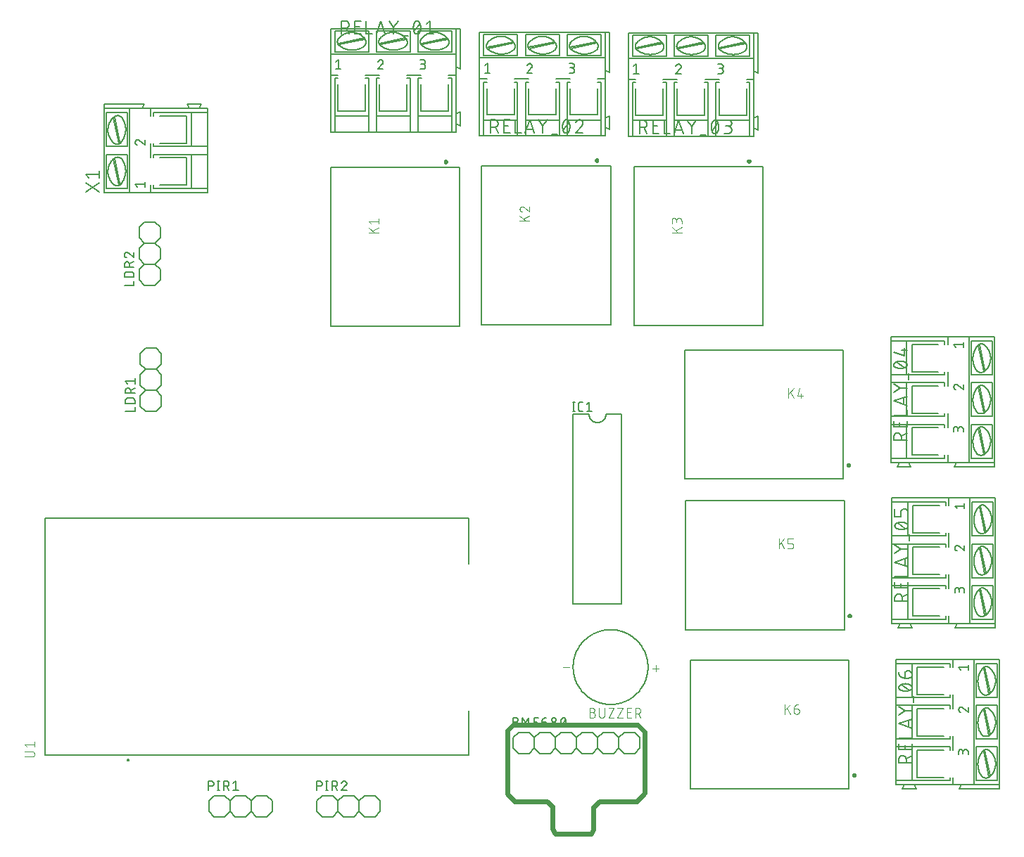
<source format=gbr>
G04 EAGLE Gerber RS-274X export*
G75*
%MOMM*%
%FSLAX34Y34*%
%LPD*%
%INSilkscreen Top*%
%IPPOS*%
%AMOC8*
5,1,8,0,0,1.08239X$1,22.5*%
G01*
%ADD10C,0.609600*%
%ADD11C,0.152400*%
%ADD12C,0.127000*%
%ADD13C,0.101600*%
%ADD14C,0.300000*%
%ADD15C,0.177800*%
%ADD16C,0.200000*%


D10*
X484800Y145200D02*
X491400Y151800D01*
X642000Y151800D01*
X650400Y143400D01*
X650400Y70200D01*
X640800Y60000D01*
X595800Y60000D01*
X588600Y52800D01*
X588600Y25800D01*
X585600Y20400D01*
X542400Y20400D01*
X539400Y26400D01*
X539400Y53400D01*
X532800Y60000D01*
X493800Y60000D01*
X484800Y69000D01*
X484800Y145200D01*
D11*
X574550Y143000D02*
X587250Y143000D01*
X593600Y136650D01*
X593600Y123950D01*
X587250Y117600D01*
X593600Y136650D02*
X599950Y143000D01*
X612650Y143000D01*
X619000Y136650D01*
X619000Y123950D01*
X612650Y117600D01*
X599950Y117600D01*
X593600Y123950D01*
X549150Y143000D02*
X542800Y136650D01*
X549150Y143000D02*
X561850Y143000D01*
X568200Y136650D01*
X568200Y123950D01*
X561850Y117600D01*
X549150Y117600D01*
X542800Y123950D01*
X568200Y136650D02*
X574550Y143000D01*
X568200Y123950D02*
X574550Y117600D01*
X587250Y117600D01*
X511050Y143000D02*
X498350Y143000D01*
X511050Y143000D02*
X517400Y136650D01*
X517400Y123950D01*
X511050Y117600D01*
X517400Y136650D02*
X523750Y143000D01*
X536450Y143000D01*
X542800Y136650D01*
X542800Y123950D01*
X536450Y117600D01*
X523750Y117600D01*
X517400Y123950D01*
X492000Y123950D02*
X492000Y136650D01*
X498350Y143000D01*
X492000Y123950D02*
X498350Y117600D01*
X511050Y117600D01*
X625350Y143000D02*
X638050Y143000D01*
X644400Y136650D01*
X644400Y123950D01*
X638050Y117600D01*
X619000Y136650D02*
X625350Y143000D01*
X619000Y123950D02*
X625350Y117600D01*
X638050Y117600D01*
D12*
X495048Y155573D02*
X491873Y155573D01*
X495048Y155573D02*
X495159Y155571D01*
X495269Y155565D01*
X495380Y155556D01*
X495490Y155542D01*
X495599Y155525D01*
X495708Y155504D01*
X495816Y155479D01*
X495923Y155450D01*
X496029Y155418D01*
X496134Y155382D01*
X496237Y155342D01*
X496339Y155299D01*
X496440Y155252D01*
X496539Y155201D01*
X496636Y155148D01*
X496730Y155091D01*
X496823Y155030D01*
X496914Y154967D01*
X497003Y154900D01*
X497089Y154830D01*
X497172Y154757D01*
X497254Y154682D01*
X497332Y154604D01*
X497407Y154522D01*
X497480Y154439D01*
X497550Y154353D01*
X497617Y154264D01*
X497680Y154173D01*
X497741Y154080D01*
X497798Y153985D01*
X497851Y153889D01*
X497902Y153790D01*
X497949Y153689D01*
X497992Y153587D01*
X498032Y153484D01*
X498068Y153379D01*
X498100Y153273D01*
X498129Y153166D01*
X498154Y153058D01*
X498175Y152949D01*
X498192Y152840D01*
X498206Y152730D01*
X498215Y152619D01*
X498221Y152509D01*
X498223Y152398D01*
X498221Y152287D01*
X498215Y152177D01*
X498206Y152066D01*
X498192Y151956D01*
X498175Y151847D01*
X498154Y151738D01*
X498129Y151630D01*
X498100Y151523D01*
X498068Y151417D01*
X498032Y151312D01*
X497992Y151209D01*
X497949Y151107D01*
X497902Y151006D01*
X497851Y150907D01*
X497798Y150810D01*
X497741Y150716D01*
X497680Y150623D01*
X497617Y150532D01*
X497550Y150443D01*
X497480Y150357D01*
X497407Y150274D01*
X497332Y150192D01*
X497254Y150114D01*
X497172Y150039D01*
X497089Y149966D01*
X497003Y149896D01*
X496914Y149829D01*
X496823Y149766D01*
X496730Y149705D01*
X496636Y149648D01*
X496539Y149595D01*
X496440Y149544D01*
X496339Y149497D01*
X496237Y149454D01*
X496134Y149414D01*
X496029Y149378D01*
X495923Y149346D01*
X495816Y149317D01*
X495708Y149292D01*
X495599Y149271D01*
X495490Y149254D01*
X495380Y149240D01*
X495269Y149231D01*
X495159Y149225D01*
X495048Y149223D01*
X491873Y149223D01*
X491873Y160653D01*
X495048Y160653D01*
X495148Y160651D01*
X495247Y160645D01*
X495347Y160635D01*
X495445Y160622D01*
X495544Y160604D01*
X495641Y160583D01*
X495737Y160558D01*
X495833Y160529D01*
X495927Y160496D01*
X496020Y160460D01*
X496111Y160420D01*
X496201Y160376D01*
X496289Y160329D01*
X496375Y160279D01*
X496459Y160225D01*
X496541Y160168D01*
X496620Y160108D01*
X496698Y160044D01*
X496772Y159978D01*
X496844Y159909D01*
X496913Y159837D01*
X496979Y159763D01*
X497043Y159685D01*
X497103Y159606D01*
X497160Y159524D01*
X497214Y159440D01*
X497264Y159354D01*
X497311Y159266D01*
X497355Y159176D01*
X497395Y159085D01*
X497431Y158992D01*
X497464Y158898D01*
X497493Y158802D01*
X497518Y158706D01*
X497539Y158609D01*
X497557Y158510D01*
X497570Y158412D01*
X497580Y158312D01*
X497586Y158213D01*
X497588Y158113D01*
X497586Y158013D01*
X497580Y157914D01*
X497570Y157814D01*
X497557Y157716D01*
X497539Y157617D01*
X497518Y157520D01*
X497493Y157424D01*
X497464Y157328D01*
X497431Y157234D01*
X497395Y157141D01*
X497355Y157050D01*
X497311Y156960D01*
X497264Y156872D01*
X497214Y156786D01*
X497160Y156702D01*
X497103Y156620D01*
X497043Y156541D01*
X496979Y156463D01*
X496913Y156389D01*
X496844Y156317D01*
X496772Y156248D01*
X496698Y156182D01*
X496620Y156118D01*
X496541Y156058D01*
X496459Y156001D01*
X496375Y155947D01*
X496289Y155897D01*
X496201Y155850D01*
X496111Y155806D01*
X496020Y155766D01*
X495927Y155730D01*
X495833Y155697D01*
X495737Y155668D01*
X495641Y155643D01*
X495544Y155622D01*
X495445Y155604D01*
X495347Y155591D01*
X495247Y155581D01*
X495148Y155575D01*
X495048Y155573D01*
X503240Y160653D02*
X503240Y149223D01*
X507050Y154303D02*
X503240Y160653D01*
X507050Y154303D02*
X510860Y160653D01*
X510860Y149223D01*
X516854Y149223D02*
X521934Y149223D01*
X516854Y149223D02*
X516854Y160653D01*
X521934Y160653D01*
X520664Y155573D02*
X516854Y155573D01*
X526353Y155573D02*
X530163Y155573D01*
X530263Y155571D01*
X530362Y155565D01*
X530462Y155555D01*
X530560Y155542D01*
X530659Y155524D01*
X530756Y155503D01*
X530852Y155478D01*
X530948Y155449D01*
X531042Y155416D01*
X531135Y155380D01*
X531226Y155340D01*
X531316Y155296D01*
X531404Y155249D01*
X531490Y155199D01*
X531574Y155145D01*
X531656Y155088D01*
X531735Y155028D01*
X531813Y154964D01*
X531887Y154898D01*
X531959Y154829D01*
X532028Y154757D01*
X532094Y154683D01*
X532158Y154605D01*
X532218Y154526D01*
X532275Y154444D01*
X532329Y154360D01*
X532379Y154274D01*
X532426Y154186D01*
X532470Y154096D01*
X532510Y154005D01*
X532546Y153912D01*
X532579Y153818D01*
X532608Y153722D01*
X532633Y153626D01*
X532654Y153529D01*
X532672Y153430D01*
X532685Y153332D01*
X532695Y153232D01*
X532701Y153133D01*
X532703Y153033D01*
X532703Y152398D01*
X532701Y152287D01*
X532695Y152177D01*
X532686Y152066D01*
X532672Y151956D01*
X532655Y151847D01*
X532634Y151738D01*
X532609Y151630D01*
X532580Y151523D01*
X532548Y151417D01*
X532512Y151312D01*
X532472Y151209D01*
X532429Y151107D01*
X532382Y151006D01*
X532331Y150907D01*
X532278Y150810D01*
X532221Y150716D01*
X532160Y150623D01*
X532097Y150532D01*
X532030Y150443D01*
X531960Y150357D01*
X531887Y150274D01*
X531812Y150192D01*
X531734Y150114D01*
X531652Y150039D01*
X531569Y149966D01*
X531483Y149896D01*
X531394Y149829D01*
X531303Y149766D01*
X531210Y149705D01*
X531116Y149648D01*
X531019Y149595D01*
X530920Y149544D01*
X530819Y149497D01*
X530717Y149454D01*
X530614Y149414D01*
X530509Y149378D01*
X530403Y149346D01*
X530296Y149317D01*
X530188Y149292D01*
X530079Y149271D01*
X529970Y149254D01*
X529860Y149240D01*
X529749Y149231D01*
X529639Y149225D01*
X529528Y149223D01*
X529417Y149225D01*
X529307Y149231D01*
X529196Y149240D01*
X529086Y149254D01*
X528977Y149271D01*
X528868Y149292D01*
X528760Y149317D01*
X528653Y149346D01*
X528547Y149378D01*
X528442Y149414D01*
X528339Y149454D01*
X528237Y149497D01*
X528136Y149544D01*
X528037Y149595D01*
X527941Y149648D01*
X527846Y149705D01*
X527753Y149766D01*
X527662Y149829D01*
X527573Y149896D01*
X527487Y149966D01*
X527404Y150039D01*
X527322Y150114D01*
X527244Y150192D01*
X527169Y150274D01*
X527096Y150357D01*
X527026Y150443D01*
X526959Y150532D01*
X526896Y150623D01*
X526835Y150716D01*
X526778Y150811D01*
X526725Y150907D01*
X526674Y151006D01*
X526627Y151107D01*
X526584Y151209D01*
X526544Y151312D01*
X526508Y151417D01*
X526476Y151523D01*
X526447Y151630D01*
X526422Y151738D01*
X526401Y151847D01*
X526384Y151956D01*
X526370Y152066D01*
X526361Y152177D01*
X526355Y152287D01*
X526353Y152398D01*
X526353Y155573D01*
X526355Y155713D01*
X526361Y155853D01*
X526370Y155993D01*
X526384Y156132D01*
X526401Y156271D01*
X526422Y156409D01*
X526447Y156547D01*
X526476Y156684D01*
X526508Y156820D01*
X526545Y156955D01*
X526585Y157089D01*
X526628Y157222D01*
X526676Y157354D01*
X526726Y157485D01*
X526781Y157614D01*
X526839Y157741D01*
X526900Y157867D01*
X526965Y157991D01*
X527034Y158113D01*
X527105Y158233D01*
X527180Y158351D01*
X527258Y158468D01*
X527340Y158582D01*
X527424Y158693D01*
X527512Y158802D01*
X527602Y158909D01*
X527696Y159014D01*
X527792Y159115D01*
X527891Y159214D01*
X527992Y159310D01*
X528097Y159404D01*
X528204Y159494D01*
X528313Y159582D01*
X528424Y159666D01*
X528538Y159748D01*
X528655Y159826D01*
X528773Y159901D01*
X528893Y159972D01*
X529015Y160041D01*
X529139Y160106D01*
X529265Y160167D01*
X529392Y160225D01*
X529521Y160280D01*
X529652Y160330D01*
X529784Y160378D01*
X529917Y160421D01*
X530051Y160461D01*
X530186Y160498D01*
X530322Y160530D01*
X530459Y160559D01*
X530597Y160584D01*
X530735Y160605D01*
X530874Y160622D01*
X531013Y160636D01*
X531153Y160645D01*
X531293Y160651D01*
X531433Y160653D01*
X537783Y152398D02*
X537785Y152509D01*
X537791Y152619D01*
X537800Y152730D01*
X537814Y152840D01*
X537831Y152949D01*
X537852Y153058D01*
X537877Y153166D01*
X537906Y153273D01*
X537938Y153379D01*
X537974Y153484D01*
X538014Y153587D01*
X538057Y153689D01*
X538104Y153790D01*
X538155Y153889D01*
X538208Y153986D01*
X538265Y154080D01*
X538326Y154173D01*
X538389Y154264D01*
X538456Y154353D01*
X538526Y154439D01*
X538599Y154522D01*
X538674Y154604D01*
X538752Y154682D01*
X538834Y154757D01*
X538917Y154830D01*
X539003Y154900D01*
X539092Y154967D01*
X539183Y155030D01*
X539276Y155091D01*
X539371Y155148D01*
X539467Y155201D01*
X539566Y155252D01*
X539667Y155299D01*
X539769Y155342D01*
X539872Y155382D01*
X539977Y155418D01*
X540083Y155450D01*
X540190Y155479D01*
X540298Y155504D01*
X540407Y155525D01*
X540516Y155542D01*
X540626Y155556D01*
X540737Y155565D01*
X540847Y155571D01*
X540958Y155573D01*
X541069Y155571D01*
X541179Y155565D01*
X541290Y155556D01*
X541400Y155542D01*
X541509Y155525D01*
X541618Y155504D01*
X541726Y155479D01*
X541833Y155450D01*
X541939Y155418D01*
X542044Y155382D01*
X542147Y155342D01*
X542249Y155299D01*
X542350Y155252D01*
X542449Y155201D01*
X542546Y155148D01*
X542640Y155091D01*
X542733Y155030D01*
X542824Y154967D01*
X542913Y154900D01*
X542999Y154830D01*
X543082Y154757D01*
X543164Y154682D01*
X543242Y154604D01*
X543317Y154522D01*
X543390Y154439D01*
X543460Y154353D01*
X543527Y154264D01*
X543590Y154173D01*
X543651Y154080D01*
X543708Y153986D01*
X543761Y153889D01*
X543812Y153790D01*
X543859Y153689D01*
X543902Y153587D01*
X543942Y153484D01*
X543978Y153379D01*
X544010Y153273D01*
X544039Y153166D01*
X544064Y153058D01*
X544085Y152949D01*
X544102Y152840D01*
X544116Y152730D01*
X544125Y152619D01*
X544131Y152509D01*
X544133Y152398D01*
X544131Y152287D01*
X544125Y152177D01*
X544116Y152066D01*
X544102Y151956D01*
X544085Y151847D01*
X544064Y151738D01*
X544039Y151630D01*
X544010Y151523D01*
X543978Y151417D01*
X543942Y151312D01*
X543902Y151209D01*
X543859Y151107D01*
X543812Y151006D01*
X543761Y150907D01*
X543708Y150810D01*
X543651Y150716D01*
X543590Y150623D01*
X543527Y150532D01*
X543460Y150443D01*
X543390Y150357D01*
X543317Y150274D01*
X543242Y150192D01*
X543164Y150114D01*
X543082Y150039D01*
X542999Y149966D01*
X542913Y149896D01*
X542824Y149829D01*
X542733Y149766D01*
X542640Y149705D01*
X542546Y149648D01*
X542449Y149595D01*
X542350Y149544D01*
X542249Y149497D01*
X542147Y149454D01*
X542044Y149414D01*
X541939Y149378D01*
X541833Y149346D01*
X541726Y149317D01*
X541618Y149292D01*
X541509Y149271D01*
X541400Y149254D01*
X541290Y149240D01*
X541179Y149231D01*
X541069Y149225D01*
X540958Y149223D01*
X540847Y149225D01*
X540737Y149231D01*
X540626Y149240D01*
X540516Y149254D01*
X540407Y149271D01*
X540298Y149292D01*
X540190Y149317D01*
X540083Y149346D01*
X539977Y149378D01*
X539872Y149414D01*
X539769Y149454D01*
X539667Y149497D01*
X539566Y149544D01*
X539467Y149595D01*
X539371Y149648D01*
X539276Y149705D01*
X539183Y149766D01*
X539092Y149829D01*
X539003Y149896D01*
X538917Y149966D01*
X538834Y150039D01*
X538752Y150114D01*
X538674Y150192D01*
X538599Y150274D01*
X538526Y150357D01*
X538456Y150443D01*
X538389Y150532D01*
X538326Y150623D01*
X538265Y150716D01*
X538208Y150811D01*
X538155Y150907D01*
X538104Y151006D01*
X538057Y151107D01*
X538014Y151209D01*
X537974Y151312D01*
X537938Y151417D01*
X537906Y151523D01*
X537877Y151630D01*
X537852Y151738D01*
X537831Y151847D01*
X537814Y151956D01*
X537800Y152066D01*
X537791Y152177D01*
X537785Y152287D01*
X537783Y152398D01*
X538418Y158113D02*
X538420Y158213D01*
X538426Y158312D01*
X538436Y158412D01*
X538449Y158510D01*
X538467Y158609D01*
X538488Y158706D01*
X538513Y158802D01*
X538542Y158898D01*
X538575Y158992D01*
X538611Y159085D01*
X538651Y159176D01*
X538695Y159266D01*
X538742Y159354D01*
X538792Y159440D01*
X538846Y159524D01*
X538903Y159606D01*
X538963Y159685D01*
X539027Y159763D01*
X539093Y159837D01*
X539162Y159909D01*
X539234Y159978D01*
X539308Y160044D01*
X539386Y160108D01*
X539465Y160168D01*
X539547Y160225D01*
X539631Y160279D01*
X539717Y160329D01*
X539805Y160376D01*
X539895Y160420D01*
X539986Y160460D01*
X540079Y160496D01*
X540173Y160529D01*
X540269Y160558D01*
X540365Y160583D01*
X540462Y160604D01*
X540561Y160622D01*
X540659Y160635D01*
X540759Y160645D01*
X540858Y160651D01*
X540958Y160653D01*
X541058Y160651D01*
X541157Y160645D01*
X541257Y160635D01*
X541355Y160622D01*
X541454Y160604D01*
X541551Y160583D01*
X541647Y160558D01*
X541743Y160529D01*
X541837Y160496D01*
X541930Y160460D01*
X542021Y160420D01*
X542111Y160376D01*
X542199Y160329D01*
X542285Y160279D01*
X542369Y160225D01*
X542451Y160168D01*
X542530Y160108D01*
X542608Y160044D01*
X542682Y159978D01*
X542754Y159909D01*
X542823Y159837D01*
X542889Y159763D01*
X542953Y159685D01*
X543013Y159606D01*
X543070Y159524D01*
X543124Y159440D01*
X543174Y159354D01*
X543221Y159266D01*
X543265Y159176D01*
X543305Y159085D01*
X543341Y158992D01*
X543374Y158898D01*
X543403Y158802D01*
X543428Y158706D01*
X543449Y158609D01*
X543467Y158510D01*
X543480Y158412D01*
X543490Y158312D01*
X543496Y158213D01*
X543498Y158113D01*
X543496Y158013D01*
X543490Y157914D01*
X543480Y157814D01*
X543467Y157716D01*
X543449Y157617D01*
X543428Y157520D01*
X543403Y157424D01*
X543374Y157328D01*
X543341Y157234D01*
X543305Y157141D01*
X543265Y157050D01*
X543221Y156960D01*
X543174Y156872D01*
X543124Y156786D01*
X543070Y156702D01*
X543013Y156620D01*
X542953Y156541D01*
X542889Y156463D01*
X542823Y156389D01*
X542754Y156317D01*
X542682Y156248D01*
X542608Y156182D01*
X542530Y156118D01*
X542451Y156058D01*
X542369Y156001D01*
X542285Y155947D01*
X542199Y155897D01*
X542111Y155850D01*
X542021Y155806D01*
X541930Y155766D01*
X541837Y155730D01*
X541743Y155697D01*
X541647Y155668D01*
X541551Y155643D01*
X541454Y155622D01*
X541355Y155604D01*
X541257Y155591D01*
X541157Y155581D01*
X541058Y155575D01*
X540958Y155573D01*
X540858Y155575D01*
X540759Y155581D01*
X540659Y155591D01*
X540561Y155604D01*
X540462Y155622D01*
X540365Y155643D01*
X540269Y155668D01*
X540173Y155697D01*
X540079Y155730D01*
X539986Y155766D01*
X539895Y155806D01*
X539805Y155850D01*
X539717Y155897D01*
X539631Y155947D01*
X539547Y156001D01*
X539465Y156058D01*
X539386Y156118D01*
X539308Y156182D01*
X539234Y156248D01*
X539162Y156317D01*
X539093Y156389D01*
X539027Y156463D01*
X538963Y156541D01*
X538903Y156620D01*
X538846Y156702D01*
X538792Y156786D01*
X538742Y156872D01*
X538695Y156960D01*
X538651Y157050D01*
X538611Y157141D01*
X538575Y157234D01*
X538542Y157328D01*
X538513Y157424D01*
X538488Y157520D01*
X538467Y157617D01*
X538449Y157716D01*
X538436Y157814D01*
X538426Y157914D01*
X538420Y158013D01*
X538418Y158113D01*
X549214Y154938D02*
X549217Y155163D01*
X549225Y155388D01*
X549238Y155612D01*
X549257Y155836D01*
X549281Y156060D01*
X549310Y156283D01*
X549345Y156505D01*
X549385Y156726D01*
X549431Y156946D01*
X549481Y157165D01*
X549537Y157383D01*
X549598Y157600D01*
X549664Y157815D01*
X549735Y158028D01*
X549812Y158239D01*
X549893Y158449D01*
X549979Y158657D01*
X550070Y158862D01*
X550166Y159065D01*
X550165Y159066D02*
X550197Y159154D01*
X550233Y159241D01*
X550272Y159327D01*
X550315Y159411D01*
X550361Y159493D01*
X550410Y159573D01*
X550462Y159651D01*
X550518Y159727D01*
X550576Y159801D01*
X550638Y159872D01*
X550702Y159941D01*
X550769Y160007D01*
X550838Y160070D01*
X550910Y160131D01*
X550984Y160189D01*
X551061Y160243D01*
X551139Y160295D01*
X551220Y160343D01*
X551302Y160388D01*
X551387Y160430D01*
X551473Y160468D01*
X551560Y160503D01*
X551648Y160535D01*
X551738Y160562D01*
X551829Y160587D01*
X551921Y160607D01*
X552013Y160624D01*
X552107Y160637D01*
X552200Y160646D01*
X552294Y160652D01*
X552388Y160654D01*
X552482Y160652D01*
X552576Y160646D01*
X552669Y160637D01*
X552763Y160624D01*
X552855Y160607D01*
X552947Y160587D01*
X553038Y160562D01*
X553128Y160535D01*
X553216Y160503D01*
X553303Y160468D01*
X553389Y160430D01*
X553474Y160388D01*
X553556Y160343D01*
X553637Y160295D01*
X553715Y160243D01*
X553792Y160189D01*
X553866Y160131D01*
X553938Y160070D01*
X554007Y160007D01*
X554074Y159941D01*
X554138Y159872D01*
X554200Y159801D01*
X554258Y159727D01*
X554314Y159651D01*
X554366Y159573D01*
X554415Y159493D01*
X554461Y159411D01*
X554504Y159327D01*
X554543Y159241D01*
X554579Y159154D01*
X554611Y159066D01*
X554611Y159065D02*
X554707Y158862D01*
X554798Y158657D01*
X554884Y158449D01*
X554965Y158239D01*
X555042Y158028D01*
X555113Y157815D01*
X555179Y157600D01*
X555240Y157383D01*
X555296Y157165D01*
X555346Y156946D01*
X555392Y156726D01*
X555432Y156505D01*
X555467Y156283D01*
X555496Y156060D01*
X555520Y155836D01*
X555539Y155612D01*
X555552Y155388D01*
X555560Y155163D01*
X555563Y154938D01*
X549214Y154938D02*
X549217Y154713D01*
X549225Y154488D01*
X549238Y154264D01*
X549257Y154040D01*
X549281Y153816D01*
X549310Y153593D01*
X549345Y153371D01*
X549385Y153150D01*
X549431Y152930D01*
X549481Y152711D01*
X549537Y152493D01*
X549598Y152276D01*
X549664Y152061D01*
X549735Y151848D01*
X549812Y151637D01*
X549893Y151427D01*
X549979Y151219D01*
X550070Y151014D01*
X550166Y150811D01*
X550165Y150811D02*
X550197Y150723D01*
X550233Y150636D01*
X550272Y150550D01*
X550315Y150466D01*
X550361Y150384D01*
X550410Y150304D01*
X550462Y150226D01*
X550518Y150150D01*
X550576Y150076D01*
X550638Y150005D01*
X550702Y149936D01*
X550769Y149870D01*
X550838Y149807D01*
X550910Y149746D01*
X550984Y149688D01*
X551061Y149634D01*
X551139Y149582D01*
X551220Y149534D01*
X551302Y149489D01*
X551387Y149447D01*
X551473Y149409D01*
X551560Y149374D01*
X551648Y149342D01*
X551738Y149315D01*
X551829Y149290D01*
X551921Y149270D01*
X552013Y149253D01*
X552107Y149240D01*
X552200Y149231D01*
X552294Y149225D01*
X552388Y149223D01*
X554611Y150811D02*
X554707Y151014D01*
X554798Y151219D01*
X554884Y151427D01*
X554965Y151637D01*
X555042Y151848D01*
X555113Y152061D01*
X555179Y152276D01*
X555240Y152493D01*
X555296Y152711D01*
X555346Y152930D01*
X555392Y153150D01*
X555432Y153371D01*
X555467Y153593D01*
X555496Y153816D01*
X555520Y154040D01*
X555539Y154264D01*
X555552Y154488D01*
X555560Y154713D01*
X555563Y154938D01*
X554611Y150811D02*
X554579Y150723D01*
X554543Y150636D01*
X554504Y150550D01*
X554461Y150466D01*
X554415Y150384D01*
X554366Y150304D01*
X554314Y150226D01*
X554258Y150150D01*
X554200Y150076D01*
X554138Y150005D01*
X554074Y149936D01*
X554007Y149870D01*
X553938Y149807D01*
X553866Y149746D01*
X553792Y149688D01*
X553715Y149634D01*
X553637Y149582D01*
X553556Y149534D01*
X553474Y149489D01*
X553389Y149447D01*
X553303Y149409D01*
X553216Y149374D01*
X553128Y149342D01*
X553038Y149315D01*
X552947Y149290D01*
X552855Y149270D01*
X552763Y149253D01*
X552669Y149240D01*
X552576Y149231D01*
X552482Y149225D01*
X552388Y149223D01*
X549848Y151763D02*
X554928Y158113D01*
X564100Y221500D02*
X564114Y222604D01*
X564154Y223708D01*
X564222Y224810D01*
X564317Y225911D01*
X564438Y227008D01*
X564587Y228103D01*
X564763Y229193D01*
X564965Y230279D01*
X565193Y231360D01*
X565449Y232434D01*
X565730Y233502D01*
X566038Y234563D01*
X566371Y235616D01*
X566731Y236660D01*
X567115Y237695D01*
X567525Y238721D01*
X567961Y239736D01*
X568420Y240740D01*
X568905Y241733D01*
X569414Y242713D01*
X569946Y243680D01*
X570502Y244635D01*
X571082Y245575D01*
X571684Y246501D01*
X572309Y247411D01*
X572956Y248306D01*
X573624Y249185D01*
X574315Y250048D01*
X575026Y250893D01*
X575757Y251720D01*
X576509Y252529D01*
X577280Y253320D01*
X578071Y254091D01*
X578880Y254843D01*
X579707Y255574D01*
X580552Y256285D01*
X581415Y256976D01*
X582294Y257644D01*
X583189Y258291D01*
X584099Y258916D01*
X585025Y259518D01*
X585965Y260098D01*
X586920Y260654D01*
X587887Y261186D01*
X588867Y261695D01*
X589860Y262180D01*
X590864Y262639D01*
X591879Y263075D01*
X592905Y263485D01*
X593940Y263869D01*
X594984Y264229D01*
X596037Y264562D01*
X597098Y264870D01*
X598166Y265151D01*
X599240Y265407D01*
X600321Y265635D01*
X601407Y265837D01*
X602497Y266013D01*
X603592Y266162D01*
X604689Y266283D01*
X605790Y266378D01*
X606892Y266446D01*
X607996Y266486D01*
X609100Y266500D01*
X610204Y266486D01*
X611308Y266446D01*
X612410Y266378D01*
X613511Y266283D01*
X614608Y266162D01*
X615703Y266013D01*
X616793Y265837D01*
X617879Y265635D01*
X618960Y265407D01*
X620034Y265151D01*
X621102Y264870D01*
X622163Y264562D01*
X623216Y264229D01*
X624260Y263869D01*
X625295Y263485D01*
X626321Y263075D01*
X627336Y262639D01*
X628340Y262180D01*
X629333Y261695D01*
X630313Y261186D01*
X631280Y260654D01*
X632235Y260098D01*
X633175Y259518D01*
X634101Y258916D01*
X635011Y258291D01*
X635906Y257644D01*
X636785Y256976D01*
X637648Y256285D01*
X638493Y255574D01*
X639320Y254843D01*
X640129Y254091D01*
X640920Y253320D01*
X641691Y252529D01*
X642443Y251720D01*
X643174Y250893D01*
X643885Y250048D01*
X644576Y249185D01*
X645244Y248306D01*
X645891Y247411D01*
X646516Y246501D01*
X647118Y245575D01*
X647698Y244635D01*
X648254Y243680D01*
X648786Y242713D01*
X649295Y241733D01*
X649780Y240740D01*
X650239Y239736D01*
X650675Y238721D01*
X651085Y237695D01*
X651469Y236660D01*
X651829Y235616D01*
X652162Y234563D01*
X652470Y233502D01*
X652751Y232434D01*
X653007Y231360D01*
X653235Y230279D01*
X653437Y229193D01*
X653613Y228103D01*
X653762Y227008D01*
X653883Y225911D01*
X653978Y224810D01*
X654046Y223708D01*
X654086Y222604D01*
X654100Y221500D01*
X654086Y220396D01*
X654046Y219292D01*
X653978Y218190D01*
X653883Y217089D01*
X653762Y215992D01*
X653613Y214897D01*
X653437Y213807D01*
X653235Y212721D01*
X653007Y211640D01*
X652751Y210566D01*
X652470Y209498D01*
X652162Y208437D01*
X651829Y207384D01*
X651469Y206340D01*
X651085Y205305D01*
X650675Y204279D01*
X650239Y203264D01*
X649780Y202260D01*
X649295Y201267D01*
X648786Y200287D01*
X648254Y199320D01*
X647698Y198365D01*
X647118Y197425D01*
X646516Y196499D01*
X645891Y195589D01*
X645244Y194694D01*
X644576Y193815D01*
X643885Y192952D01*
X643174Y192107D01*
X642443Y191280D01*
X641691Y190471D01*
X640920Y189680D01*
X640129Y188909D01*
X639320Y188157D01*
X638493Y187426D01*
X637648Y186715D01*
X636785Y186024D01*
X635906Y185356D01*
X635011Y184709D01*
X634101Y184084D01*
X633175Y183482D01*
X632235Y182902D01*
X631280Y182346D01*
X630313Y181814D01*
X629333Y181305D01*
X628340Y180820D01*
X627336Y180361D01*
X626321Y179925D01*
X625295Y179515D01*
X624260Y179131D01*
X623216Y178771D01*
X622163Y178438D01*
X621102Y178130D01*
X620034Y177849D01*
X618960Y177593D01*
X617879Y177365D01*
X616793Y177163D01*
X615703Y176987D01*
X614608Y176838D01*
X613511Y176717D01*
X612410Y176622D01*
X611308Y176554D01*
X610204Y176514D01*
X609100Y176500D01*
X607996Y176514D01*
X606892Y176554D01*
X605790Y176622D01*
X604689Y176717D01*
X603592Y176838D01*
X602497Y176987D01*
X601407Y177163D01*
X600321Y177365D01*
X599240Y177593D01*
X598166Y177849D01*
X597098Y178130D01*
X596037Y178438D01*
X594984Y178771D01*
X593940Y179131D01*
X592905Y179515D01*
X591879Y179925D01*
X590864Y180361D01*
X589860Y180820D01*
X588867Y181305D01*
X587887Y181814D01*
X586920Y182346D01*
X585965Y182902D01*
X585025Y183482D01*
X584099Y184084D01*
X583189Y184709D01*
X582294Y185356D01*
X581415Y186024D01*
X580552Y186715D01*
X579707Y187426D01*
X578880Y188157D01*
X578071Y188909D01*
X577280Y189680D01*
X576509Y190471D01*
X575757Y191280D01*
X575026Y192107D01*
X574315Y192952D01*
X573624Y193815D01*
X572956Y194694D01*
X572309Y195589D01*
X571684Y196499D01*
X571082Y197425D01*
X570502Y198365D01*
X569946Y199320D01*
X569414Y200287D01*
X568905Y201267D01*
X568420Y202260D01*
X567961Y203264D01*
X567525Y204279D01*
X567115Y205305D01*
X566731Y206340D01*
X566371Y207384D01*
X566038Y208437D01*
X565730Y209498D01*
X565449Y210566D01*
X565193Y211640D01*
X564965Y212721D01*
X564763Y213807D01*
X564587Y214897D01*
X564438Y215992D01*
X564317Y217089D01*
X564222Y218190D01*
X564154Y219292D01*
X564114Y220396D01*
X564100Y221500D01*
D13*
X659630Y219847D02*
X667441Y219847D01*
X663536Y215942D02*
X663536Y223753D01*
X559340Y221119D02*
X551527Y221119D01*
X583961Y166944D02*
X587216Y166944D01*
X587216Y166945D02*
X587328Y166943D01*
X587441Y166937D01*
X587553Y166928D01*
X587664Y166914D01*
X587775Y166897D01*
X587886Y166875D01*
X587995Y166850D01*
X588104Y166822D01*
X588211Y166789D01*
X588318Y166753D01*
X588423Y166713D01*
X588527Y166670D01*
X588629Y166623D01*
X588729Y166572D01*
X588828Y166518D01*
X588924Y166461D01*
X589019Y166400D01*
X589112Y166336D01*
X589202Y166269D01*
X589290Y166199D01*
X589375Y166126D01*
X589458Y166050D01*
X589538Y165971D01*
X589616Y165890D01*
X589690Y165806D01*
X589762Y165719D01*
X589830Y165630D01*
X589896Y165539D01*
X589958Y165445D01*
X590017Y165349D01*
X590072Y165252D01*
X590125Y165152D01*
X590174Y165051D01*
X590219Y164948D01*
X590260Y164844D01*
X590298Y164738D01*
X590333Y164631D01*
X590363Y164523D01*
X590390Y164414D01*
X590413Y164304D01*
X590433Y164193D01*
X590448Y164081D01*
X590460Y163970D01*
X590468Y163858D01*
X590472Y163745D01*
X590472Y163633D01*
X590468Y163520D01*
X590460Y163408D01*
X590448Y163297D01*
X590433Y163185D01*
X590413Y163074D01*
X590390Y162964D01*
X590363Y162855D01*
X590333Y162747D01*
X590298Y162640D01*
X590260Y162534D01*
X590219Y162430D01*
X590174Y162327D01*
X590125Y162226D01*
X590072Y162126D01*
X590017Y162029D01*
X589958Y161933D01*
X589896Y161839D01*
X589830Y161748D01*
X589762Y161659D01*
X589690Y161572D01*
X589616Y161488D01*
X589538Y161407D01*
X589458Y161328D01*
X589375Y161252D01*
X589290Y161179D01*
X589202Y161109D01*
X589112Y161042D01*
X589019Y160978D01*
X588924Y160917D01*
X588828Y160860D01*
X588729Y160806D01*
X588629Y160755D01*
X588527Y160708D01*
X588423Y160665D01*
X588318Y160625D01*
X588211Y160589D01*
X588104Y160556D01*
X587995Y160528D01*
X587886Y160503D01*
X587775Y160481D01*
X587664Y160464D01*
X587553Y160450D01*
X587441Y160441D01*
X587328Y160435D01*
X587216Y160433D01*
X583961Y160433D01*
X583961Y172153D01*
X587216Y172153D01*
X587216Y172154D02*
X587317Y172152D01*
X587418Y172146D01*
X587518Y172136D01*
X587619Y172123D01*
X587718Y172105D01*
X587817Y172084D01*
X587915Y172059D01*
X588011Y172030D01*
X588107Y171997D01*
X588201Y171961D01*
X588294Y171920D01*
X588385Y171877D01*
X588475Y171830D01*
X588562Y171779D01*
X588647Y171725D01*
X588731Y171668D01*
X588812Y171608D01*
X588890Y171545D01*
X588967Y171478D01*
X589040Y171409D01*
X589111Y171337D01*
X589179Y171262D01*
X589244Y171184D01*
X589306Y171105D01*
X589364Y171022D01*
X589420Y170938D01*
X589472Y170851D01*
X589521Y170763D01*
X589566Y170673D01*
X589608Y170581D01*
X589646Y170487D01*
X589681Y170392D01*
X589712Y170296D01*
X589739Y170199D01*
X589762Y170100D01*
X589781Y170001D01*
X589797Y169902D01*
X589809Y169801D01*
X589817Y169700D01*
X589821Y169600D01*
X589821Y169498D01*
X589817Y169398D01*
X589809Y169297D01*
X589797Y169196D01*
X589781Y169097D01*
X589762Y168998D01*
X589739Y168899D01*
X589712Y168802D01*
X589681Y168706D01*
X589646Y168611D01*
X589608Y168517D01*
X589566Y168425D01*
X589521Y168335D01*
X589472Y168246D01*
X589420Y168160D01*
X589364Y168076D01*
X589306Y167993D01*
X589244Y167914D01*
X589179Y167836D01*
X589111Y167761D01*
X589040Y167689D01*
X588967Y167620D01*
X588890Y167553D01*
X588812Y167490D01*
X588731Y167430D01*
X588647Y167373D01*
X588562Y167319D01*
X588475Y167268D01*
X588385Y167221D01*
X588294Y167178D01*
X588201Y167137D01*
X588107Y167101D01*
X588011Y167068D01*
X587915Y167039D01*
X587817Y167014D01*
X587718Y166993D01*
X587619Y166975D01*
X587518Y166962D01*
X587418Y166952D01*
X587317Y166946D01*
X587216Y166944D01*
X595254Y163689D02*
X595254Y172153D01*
X595253Y163689D02*
X595255Y163577D01*
X595261Y163464D01*
X595270Y163352D01*
X595284Y163241D01*
X595301Y163130D01*
X595323Y163019D01*
X595348Y162910D01*
X595376Y162801D01*
X595409Y162694D01*
X595445Y162587D01*
X595485Y162482D01*
X595528Y162378D01*
X595575Y162276D01*
X595626Y162176D01*
X595680Y162077D01*
X595737Y161981D01*
X595798Y161886D01*
X595862Y161793D01*
X595929Y161703D01*
X595999Y161615D01*
X596072Y161530D01*
X596148Y161447D01*
X596227Y161367D01*
X596308Y161289D01*
X596392Y161215D01*
X596479Y161143D01*
X596568Y161075D01*
X596659Y161009D01*
X596753Y160947D01*
X596849Y160888D01*
X596946Y160833D01*
X597046Y160780D01*
X597147Y160731D01*
X597250Y160686D01*
X597354Y160645D01*
X597460Y160607D01*
X597567Y160572D01*
X597675Y160542D01*
X597784Y160515D01*
X597894Y160492D01*
X598005Y160472D01*
X598117Y160457D01*
X598228Y160445D01*
X598340Y160437D01*
X598453Y160433D01*
X598565Y160433D01*
X598678Y160437D01*
X598790Y160445D01*
X598901Y160457D01*
X599013Y160472D01*
X599124Y160492D01*
X599234Y160515D01*
X599343Y160542D01*
X599451Y160572D01*
X599558Y160607D01*
X599664Y160645D01*
X599768Y160686D01*
X599871Y160731D01*
X599972Y160780D01*
X600072Y160833D01*
X600169Y160888D01*
X600265Y160947D01*
X600359Y161009D01*
X600450Y161075D01*
X600539Y161143D01*
X600626Y161215D01*
X600710Y161289D01*
X600791Y161367D01*
X600870Y161447D01*
X600946Y161530D01*
X601019Y161615D01*
X601089Y161703D01*
X601156Y161793D01*
X601220Y161886D01*
X601281Y161981D01*
X601338Y162077D01*
X601392Y162176D01*
X601443Y162276D01*
X601490Y162378D01*
X601533Y162482D01*
X601573Y162587D01*
X601609Y162694D01*
X601642Y162801D01*
X601670Y162910D01*
X601695Y163019D01*
X601717Y163130D01*
X601734Y163241D01*
X601748Y163352D01*
X601757Y163464D01*
X601763Y163577D01*
X601765Y163689D01*
X601765Y172153D01*
X606716Y172153D02*
X613228Y172153D01*
X606716Y160433D01*
X613228Y160433D01*
X617415Y172153D02*
X623926Y172153D01*
X617415Y160433D01*
X623926Y160433D01*
X628900Y160433D02*
X634109Y160433D01*
X628900Y160433D02*
X628900Y172153D01*
X634109Y172153D01*
X632807Y166944D02*
X628900Y166944D01*
X638885Y172153D02*
X638885Y160433D01*
X638885Y172153D02*
X642141Y172153D01*
X642141Y172154D02*
X642253Y172152D01*
X642366Y172146D01*
X642478Y172137D01*
X642589Y172123D01*
X642700Y172106D01*
X642811Y172084D01*
X642920Y172059D01*
X643029Y172031D01*
X643136Y171998D01*
X643243Y171962D01*
X643348Y171922D01*
X643452Y171879D01*
X643554Y171832D01*
X643654Y171781D01*
X643753Y171727D01*
X643849Y171670D01*
X643944Y171609D01*
X644037Y171545D01*
X644127Y171478D01*
X644215Y171408D01*
X644300Y171335D01*
X644383Y171259D01*
X644463Y171180D01*
X644541Y171099D01*
X644615Y171015D01*
X644687Y170928D01*
X644755Y170839D01*
X644821Y170748D01*
X644883Y170654D01*
X644942Y170558D01*
X644997Y170461D01*
X645050Y170361D01*
X645099Y170260D01*
X645144Y170157D01*
X645185Y170053D01*
X645223Y169947D01*
X645258Y169840D01*
X645288Y169732D01*
X645315Y169623D01*
X645338Y169513D01*
X645358Y169402D01*
X645373Y169290D01*
X645385Y169179D01*
X645393Y169067D01*
X645397Y168954D01*
X645397Y168842D01*
X645393Y168729D01*
X645385Y168617D01*
X645373Y168506D01*
X645358Y168394D01*
X645338Y168283D01*
X645315Y168173D01*
X645288Y168064D01*
X645258Y167956D01*
X645223Y167849D01*
X645185Y167743D01*
X645144Y167639D01*
X645099Y167536D01*
X645050Y167435D01*
X644997Y167335D01*
X644942Y167238D01*
X644883Y167142D01*
X644821Y167048D01*
X644755Y166957D01*
X644687Y166868D01*
X644615Y166781D01*
X644541Y166697D01*
X644463Y166616D01*
X644383Y166537D01*
X644300Y166461D01*
X644215Y166388D01*
X644127Y166318D01*
X644037Y166251D01*
X643944Y166187D01*
X643849Y166126D01*
X643753Y166069D01*
X643654Y166015D01*
X643554Y165964D01*
X643452Y165917D01*
X643348Y165874D01*
X643243Y165834D01*
X643136Y165798D01*
X643029Y165765D01*
X642920Y165737D01*
X642811Y165712D01*
X642700Y165690D01*
X642589Y165673D01*
X642478Y165659D01*
X642366Y165650D01*
X642253Y165644D01*
X642141Y165642D01*
X638885Y165642D01*
X642792Y165642D02*
X645397Y160433D01*
D11*
X622610Y297600D02*
X622610Y526200D01*
X564190Y526200D02*
X564190Y297600D01*
X622610Y297600D01*
X622610Y526200D02*
X603560Y526200D01*
X583240Y526200D02*
X564190Y526200D01*
X583240Y526200D02*
X583243Y525953D01*
X583252Y525705D01*
X583267Y525458D01*
X583288Y525212D01*
X583315Y524966D01*
X583348Y524721D01*
X583387Y524476D01*
X583432Y524233D01*
X583483Y523991D01*
X583540Y523750D01*
X583602Y523511D01*
X583671Y523273D01*
X583745Y523037D01*
X583825Y522803D01*
X583910Y522571D01*
X584002Y522341D01*
X584098Y522113D01*
X584201Y521888D01*
X584308Y521665D01*
X584422Y521445D01*
X584540Y521228D01*
X584664Y521013D01*
X584793Y520802D01*
X584927Y520594D01*
X585066Y520389D01*
X585210Y520188D01*
X585358Y519990D01*
X585512Y519796D01*
X585670Y519606D01*
X585833Y519420D01*
X586000Y519238D01*
X586172Y519060D01*
X586348Y518886D01*
X586528Y518716D01*
X586713Y518551D01*
X586901Y518391D01*
X587093Y518235D01*
X587289Y518083D01*
X587488Y517937D01*
X587691Y517795D01*
X587898Y517659D01*
X588107Y517527D01*
X588320Y517401D01*
X588536Y517280D01*
X588754Y517164D01*
X588976Y517054D01*
X589200Y516949D01*
X589426Y516849D01*
X589655Y516755D01*
X589886Y516667D01*
X590120Y516584D01*
X590355Y516507D01*
X590592Y516436D01*
X590830Y516370D01*
X591070Y516311D01*
X591312Y516257D01*
X591555Y516209D01*
X591798Y516167D01*
X592043Y516131D01*
X592289Y516101D01*
X592535Y516077D01*
X592782Y516059D01*
X593029Y516047D01*
X593276Y516041D01*
X593524Y516041D01*
X593771Y516047D01*
X594018Y516059D01*
X594265Y516077D01*
X594511Y516101D01*
X594757Y516131D01*
X595002Y516167D01*
X595245Y516209D01*
X595488Y516257D01*
X595730Y516311D01*
X595970Y516370D01*
X596208Y516436D01*
X596445Y516507D01*
X596680Y516584D01*
X596914Y516667D01*
X597145Y516755D01*
X597374Y516849D01*
X597600Y516949D01*
X597824Y517054D01*
X598046Y517164D01*
X598264Y517280D01*
X598480Y517401D01*
X598693Y517527D01*
X598902Y517659D01*
X599109Y517795D01*
X599312Y517937D01*
X599511Y518083D01*
X599707Y518235D01*
X599899Y518391D01*
X600087Y518551D01*
X600272Y518716D01*
X600452Y518886D01*
X600628Y519060D01*
X600800Y519238D01*
X600967Y519420D01*
X601130Y519606D01*
X601288Y519796D01*
X601442Y519990D01*
X601590Y520188D01*
X601734Y520389D01*
X601873Y520594D01*
X602007Y520802D01*
X602136Y521013D01*
X602260Y521228D01*
X602378Y521445D01*
X602492Y521665D01*
X602599Y521888D01*
X602702Y522113D01*
X602798Y522341D01*
X602890Y522571D01*
X602975Y522803D01*
X603055Y523037D01*
X603129Y523273D01*
X603198Y523511D01*
X603260Y523750D01*
X603317Y523991D01*
X603368Y524233D01*
X603413Y524476D01*
X603452Y524721D01*
X603485Y524966D01*
X603512Y525212D01*
X603533Y525458D01*
X603548Y525705D01*
X603557Y525953D01*
X603560Y526200D01*
D12*
X564825Y529375D02*
X564825Y540805D01*
X563555Y529375D02*
X566095Y529375D01*
X566095Y540805D02*
X563555Y540805D01*
X573297Y529375D02*
X575837Y529375D01*
X573297Y529375D02*
X573197Y529377D01*
X573098Y529383D01*
X572998Y529393D01*
X572900Y529406D01*
X572801Y529424D01*
X572704Y529445D01*
X572608Y529470D01*
X572512Y529499D01*
X572418Y529532D01*
X572325Y529568D01*
X572234Y529608D01*
X572144Y529652D01*
X572056Y529699D01*
X571970Y529749D01*
X571886Y529803D01*
X571804Y529860D01*
X571725Y529920D01*
X571647Y529984D01*
X571573Y530050D01*
X571501Y530119D01*
X571432Y530191D01*
X571366Y530265D01*
X571302Y530343D01*
X571242Y530422D01*
X571185Y530504D01*
X571131Y530588D01*
X571081Y530674D01*
X571034Y530762D01*
X570990Y530852D01*
X570950Y530943D01*
X570914Y531036D01*
X570881Y531130D01*
X570852Y531226D01*
X570827Y531322D01*
X570806Y531419D01*
X570788Y531518D01*
X570775Y531616D01*
X570765Y531716D01*
X570759Y531815D01*
X570757Y531915D01*
X570757Y538265D01*
X570759Y538365D01*
X570765Y538464D01*
X570775Y538564D01*
X570788Y538662D01*
X570806Y538761D01*
X570827Y538858D01*
X570852Y538954D01*
X570881Y539050D01*
X570914Y539144D01*
X570950Y539237D01*
X570990Y539328D01*
X571034Y539418D01*
X571081Y539506D01*
X571131Y539592D01*
X571185Y539676D01*
X571242Y539758D01*
X571302Y539837D01*
X571366Y539915D01*
X571432Y539989D01*
X571501Y540061D01*
X571573Y540130D01*
X571647Y540196D01*
X571725Y540260D01*
X571804Y540320D01*
X571886Y540377D01*
X571970Y540431D01*
X572056Y540481D01*
X572144Y540528D01*
X572234Y540572D01*
X572325Y540612D01*
X572418Y540648D01*
X572512Y540681D01*
X572608Y540710D01*
X572704Y540735D01*
X572801Y540756D01*
X572900Y540774D01*
X572998Y540787D01*
X573098Y540797D01*
X573197Y540803D01*
X573297Y540805D01*
X575837Y540805D01*
X580319Y538265D02*
X583494Y540805D01*
X583494Y529375D01*
X580319Y529375D02*
X586669Y529375D01*
X427500Y823200D02*
X272500Y823200D01*
X427500Y823200D02*
X427500Y632200D01*
X272500Y632200D01*
X272500Y823200D01*
D14*
X410190Y829700D02*
X410192Y829763D01*
X410198Y829825D01*
X410208Y829887D01*
X410221Y829949D01*
X410239Y830009D01*
X410260Y830068D01*
X410285Y830126D01*
X410314Y830182D01*
X410346Y830236D01*
X410381Y830288D01*
X410419Y830337D01*
X410461Y830385D01*
X410505Y830429D01*
X410553Y830471D01*
X410602Y830509D01*
X410654Y830544D01*
X410708Y830576D01*
X410764Y830605D01*
X410822Y830630D01*
X410881Y830651D01*
X410941Y830669D01*
X411003Y830682D01*
X411065Y830692D01*
X411127Y830698D01*
X411190Y830700D01*
X411253Y830698D01*
X411315Y830692D01*
X411377Y830682D01*
X411439Y830669D01*
X411499Y830651D01*
X411558Y830630D01*
X411616Y830605D01*
X411672Y830576D01*
X411726Y830544D01*
X411778Y830509D01*
X411827Y830471D01*
X411875Y830429D01*
X411919Y830385D01*
X411961Y830337D01*
X411999Y830288D01*
X412034Y830236D01*
X412066Y830182D01*
X412095Y830126D01*
X412120Y830068D01*
X412141Y830009D01*
X412159Y829949D01*
X412172Y829887D01*
X412182Y829825D01*
X412188Y829763D01*
X412190Y829700D01*
X412188Y829637D01*
X412182Y829575D01*
X412172Y829513D01*
X412159Y829451D01*
X412141Y829391D01*
X412120Y829332D01*
X412095Y829274D01*
X412066Y829218D01*
X412034Y829164D01*
X411999Y829112D01*
X411961Y829063D01*
X411919Y829015D01*
X411875Y828971D01*
X411827Y828929D01*
X411778Y828891D01*
X411726Y828856D01*
X411672Y828824D01*
X411616Y828795D01*
X411558Y828770D01*
X411499Y828749D01*
X411439Y828731D01*
X411377Y828718D01*
X411315Y828708D01*
X411253Y828702D01*
X411190Y828700D01*
X411127Y828702D01*
X411065Y828708D01*
X411003Y828718D01*
X410941Y828731D01*
X410881Y828749D01*
X410822Y828770D01*
X410764Y828795D01*
X410708Y828824D01*
X410654Y828856D01*
X410602Y828891D01*
X410553Y828929D01*
X410505Y828971D01*
X410461Y829015D01*
X410419Y829063D01*
X410381Y829112D01*
X410346Y829164D01*
X410314Y829218D01*
X410285Y829274D01*
X410260Y829332D01*
X410239Y829391D01*
X410221Y829451D01*
X410208Y829513D01*
X410198Y829575D01*
X410192Y829637D01*
X410190Y829700D01*
D13*
X329901Y744329D02*
X318216Y744329D01*
X318216Y750821D02*
X325357Y744329D01*
X322760Y746926D02*
X329901Y750821D01*
X320813Y755210D02*
X318216Y758455D01*
X329901Y758455D01*
X329901Y755210D02*
X329901Y761701D01*
D12*
X454100Y825000D02*
X609100Y825000D01*
X609100Y634000D01*
X454100Y634000D01*
X454100Y825000D01*
D14*
X591790Y831500D02*
X591792Y831563D01*
X591798Y831625D01*
X591808Y831687D01*
X591821Y831749D01*
X591839Y831809D01*
X591860Y831868D01*
X591885Y831926D01*
X591914Y831982D01*
X591946Y832036D01*
X591981Y832088D01*
X592019Y832137D01*
X592061Y832185D01*
X592105Y832229D01*
X592153Y832271D01*
X592202Y832309D01*
X592254Y832344D01*
X592308Y832376D01*
X592364Y832405D01*
X592422Y832430D01*
X592481Y832451D01*
X592541Y832469D01*
X592603Y832482D01*
X592665Y832492D01*
X592727Y832498D01*
X592790Y832500D01*
X592853Y832498D01*
X592915Y832492D01*
X592977Y832482D01*
X593039Y832469D01*
X593099Y832451D01*
X593158Y832430D01*
X593216Y832405D01*
X593272Y832376D01*
X593326Y832344D01*
X593378Y832309D01*
X593427Y832271D01*
X593475Y832229D01*
X593519Y832185D01*
X593561Y832137D01*
X593599Y832088D01*
X593634Y832036D01*
X593666Y831982D01*
X593695Y831926D01*
X593720Y831868D01*
X593741Y831809D01*
X593759Y831749D01*
X593772Y831687D01*
X593782Y831625D01*
X593788Y831563D01*
X593790Y831500D01*
X593788Y831437D01*
X593782Y831375D01*
X593772Y831313D01*
X593759Y831251D01*
X593741Y831191D01*
X593720Y831132D01*
X593695Y831074D01*
X593666Y831018D01*
X593634Y830964D01*
X593599Y830912D01*
X593561Y830863D01*
X593519Y830815D01*
X593475Y830771D01*
X593427Y830729D01*
X593378Y830691D01*
X593326Y830656D01*
X593272Y830624D01*
X593216Y830595D01*
X593158Y830570D01*
X593099Y830549D01*
X593039Y830531D01*
X592977Y830518D01*
X592915Y830508D01*
X592853Y830502D01*
X592790Y830500D01*
X592727Y830502D01*
X592665Y830508D01*
X592603Y830518D01*
X592541Y830531D01*
X592481Y830549D01*
X592422Y830570D01*
X592364Y830595D01*
X592308Y830624D01*
X592254Y830656D01*
X592202Y830691D01*
X592153Y830729D01*
X592105Y830771D01*
X592061Y830815D01*
X592019Y830863D01*
X591981Y830912D01*
X591946Y830964D01*
X591914Y831018D01*
X591885Y831074D01*
X591860Y831132D01*
X591839Y831191D01*
X591821Y831251D01*
X591808Y831313D01*
X591798Y831375D01*
X591792Y831437D01*
X591790Y831500D01*
D13*
X511501Y758829D02*
X499816Y758829D01*
X499816Y765321D02*
X506957Y758829D01*
X504360Y761426D02*
X511501Y765321D01*
X502737Y776201D02*
X502630Y776199D01*
X502524Y776193D01*
X502418Y776183D01*
X502312Y776170D01*
X502206Y776152D01*
X502102Y776131D01*
X501998Y776106D01*
X501895Y776077D01*
X501794Y776045D01*
X501694Y776008D01*
X501595Y775968D01*
X501497Y775925D01*
X501401Y775878D01*
X501307Y775827D01*
X501215Y775773D01*
X501125Y775716D01*
X501037Y775656D01*
X500952Y775592D01*
X500869Y775525D01*
X500788Y775455D01*
X500710Y775383D01*
X500634Y775307D01*
X500562Y775229D01*
X500492Y775149D01*
X500425Y775065D01*
X500361Y774980D01*
X500301Y774892D01*
X500244Y774802D01*
X500190Y774710D01*
X500139Y774616D01*
X500092Y774520D01*
X500049Y774422D01*
X500009Y774324D01*
X499972Y774223D01*
X499940Y774122D01*
X499911Y774019D01*
X499886Y773915D01*
X499865Y773811D01*
X499847Y773705D01*
X499834Y773600D01*
X499824Y773493D01*
X499818Y773387D01*
X499816Y773280D01*
X499818Y773159D01*
X499824Y773038D01*
X499834Y772918D01*
X499847Y772797D01*
X499865Y772678D01*
X499886Y772558D01*
X499911Y772440D01*
X499940Y772323D01*
X499973Y772206D01*
X500009Y772091D01*
X500050Y771977D01*
X500093Y771864D01*
X500141Y771752D01*
X500192Y771643D01*
X500247Y771535D01*
X500305Y771428D01*
X500366Y771324D01*
X500431Y771222D01*
X500499Y771122D01*
X500570Y771024D01*
X500644Y770928D01*
X500721Y770835D01*
X500802Y770745D01*
X500885Y770657D01*
X500971Y770572D01*
X501060Y770489D01*
X501151Y770410D01*
X501245Y770333D01*
X501341Y770260D01*
X501439Y770190D01*
X501540Y770123D01*
X501643Y770059D01*
X501748Y769998D01*
X501855Y769941D01*
X501963Y769888D01*
X502073Y769838D01*
X502185Y769791D01*
X502298Y769749D01*
X502413Y769710D01*
X505009Y775228D02*
X504932Y775307D01*
X504851Y775383D01*
X504768Y775456D01*
X504683Y775526D01*
X504595Y775593D01*
X504505Y775657D01*
X504413Y775717D01*
X504318Y775774D01*
X504222Y775828D01*
X504124Y775879D01*
X504024Y775926D01*
X503922Y775970D01*
X503819Y776010D01*
X503715Y776046D01*
X503609Y776078D01*
X503503Y776107D01*
X503395Y776132D01*
X503287Y776154D01*
X503177Y776171D01*
X503068Y776185D01*
X502958Y776194D01*
X502847Y776200D01*
X502737Y776202D01*
X505009Y775228D02*
X511501Y769710D01*
X511501Y776201D01*
D12*
X637200Y823800D02*
X792200Y823800D01*
X792200Y632800D01*
X637200Y632800D01*
X637200Y823800D01*
D14*
X774890Y830300D02*
X774892Y830363D01*
X774898Y830425D01*
X774908Y830487D01*
X774921Y830549D01*
X774939Y830609D01*
X774960Y830668D01*
X774985Y830726D01*
X775014Y830782D01*
X775046Y830836D01*
X775081Y830888D01*
X775119Y830937D01*
X775161Y830985D01*
X775205Y831029D01*
X775253Y831071D01*
X775302Y831109D01*
X775354Y831144D01*
X775408Y831176D01*
X775464Y831205D01*
X775522Y831230D01*
X775581Y831251D01*
X775641Y831269D01*
X775703Y831282D01*
X775765Y831292D01*
X775827Y831298D01*
X775890Y831300D01*
X775953Y831298D01*
X776015Y831292D01*
X776077Y831282D01*
X776139Y831269D01*
X776199Y831251D01*
X776258Y831230D01*
X776316Y831205D01*
X776372Y831176D01*
X776426Y831144D01*
X776478Y831109D01*
X776527Y831071D01*
X776575Y831029D01*
X776619Y830985D01*
X776661Y830937D01*
X776699Y830888D01*
X776734Y830836D01*
X776766Y830782D01*
X776795Y830726D01*
X776820Y830668D01*
X776841Y830609D01*
X776859Y830549D01*
X776872Y830487D01*
X776882Y830425D01*
X776888Y830363D01*
X776890Y830300D01*
X776888Y830237D01*
X776882Y830175D01*
X776872Y830113D01*
X776859Y830051D01*
X776841Y829991D01*
X776820Y829932D01*
X776795Y829874D01*
X776766Y829818D01*
X776734Y829764D01*
X776699Y829712D01*
X776661Y829663D01*
X776619Y829615D01*
X776575Y829571D01*
X776527Y829529D01*
X776478Y829491D01*
X776426Y829456D01*
X776372Y829424D01*
X776316Y829395D01*
X776258Y829370D01*
X776199Y829349D01*
X776139Y829331D01*
X776077Y829318D01*
X776015Y829308D01*
X775953Y829302D01*
X775890Y829300D01*
X775827Y829302D01*
X775765Y829308D01*
X775703Y829318D01*
X775641Y829331D01*
X775581Y829349D01*
X775522Y829370D01*
X775464Y829395D01*
X775408Y829424D01*
X775354Y829456D01*
X775302Y829491D01*
X775253Y829529D01*
X775205Y829571D01*
X775161Y829615D01*
X775119Y829663D01*
X775081Y829712D01*
X775046Y829764D01*
X775014Y829818D01*
X774985Y829874D01*
X774960Y829932D01*
X774939Y829991D01*
X774921Y830051D01*
X774908Y830113D01*
X774898Y830175D01*
X774892Y830237D01*
X774890Y830300D01*
D13*
X694601Y744929D02*
X682916Y744929D01*
X682916Y751421D02*
X690057Y744929D01*
X687460Y747526D02*
X694601Y751421D01*
X694601Y755810D02*
X694601Y759055D01*
X694599Y759168D01*
X694593Y759281D01*
X694583Y759394D01*
X694569Y759507D01*
X694552Y759619D01*
X694530Y759730D01*
X694505Y759840D01*
X694475Y759950D01*
X694442Y760058D01*
X694405Y760165D01*
X694365Y760271D01*
X694320Y760375D01*
X694272Y760478D01*
X694221Y760579D01*
X694166Y760678D01*
X694108Y760775D01*
X694046Y760870D01*
X693981Y760963D01*
X693913Y761053D01*
X693842Y761141D01*
X693767Y761227D01*
X693690Y761310D01*
X693610Y761390D01*
X693527Y761467D01*
X693441Y761542D01*
X693353Y761613D01*
X693263Y761681D01*
X693170Y761746D01*
X693075Y761808D01*
X692978Y761866D01*
X692879Y761921D01*
X692778Y761972D01*
X692675Y762020D01*
X692571Y762065D01*
X692465Y762105D01*
X692358Y762142D01*
X692250Y762175D01*
X692140Y762205D01*
X692030Y762230D01*
X691919Y762252D01*
X691807Y762269D01*
X691694Y762283D01*
X691581Y762293D01*
X691468Y762299D01*
X691355Y762301D01*
X691242Y762299D01*
X691129Y762293D01*
X691016Y762283D01*
X690903Y762269D01*
X690791Y762252D01*
X690680Y762230D01*
X690570Y762205D01*
X690460Y762175D01*
X690352Y762142D01*
X690245Y762105D01*
X690139Y762065D01*
X690035Y762020D01*
X689932Y761972D01*
X689831Y761921D01*
X689732Y761866D01*
X689635Y761808D01*
X689540Y761746D01*
X689447Y761681D01*
X689357Y761613D01*
X689269Y761542D01*
X689183Y761467D01*
X689100Y761390D01*
X689020Y761310D01*
X688943Y761227D01*
X688868Y761141D01*
X688797Y761053D01*
X688729Y760963D01*
X688664Y760870D01*
X688602Y760775D01*
X688544Y760678D01*
X688489Y760579D01*
X688438Y760478D01*
X688390Y760375D01*
X688345Y760271D01*
X688305Y760165D01*
X688268Y760058D01*
X688235Y759950D01*
X688205Y759840D01*
X688180Y759730D01*
X688158Y759619D01*
X688141Y759507D01*
X688127Y759394D01*
X688117Y759281D01*
X688111Y759168D01*
X688109Y759055D01*
X682916Y759705D02*
X682916Y755810D01*
X682916Y759705D02*
X682918Y759806D01*
X682924Y759906D01*
X682934Y760006D01*
X682947Y760106D01*
X682965Y760205D01*
X682986Y760304D01*
X683011Y760401D01*
X683040Y760498D01*
X683073Y760593D01*
X683109Y760687D01*
X683149Y760780D01*
X683192Y760871D01*
X683239Y760960D01*
X683290Y761047D01*
X683343Y761132D01*
X683400Y761215D01*
X683460Y761296D01*
X683524Y761374D01*
X683590Y761450D01*
X683659Y761523D01*
X683731Y761594D01*
X683805Y761662D01*
X683883Y761726D01*
X683962Y761788D01*
X684044Y761847D01*
X684128Y761902D01*
X684215Y761954D01*
X684303Y762003D01*
X684393Y762048D01*
X684484Y762090D01*
X684578Y762128D01*
X684672Y762162D01*
X684768Y762193D01*
X684865Y762220D01*
X684963Y762243D01*
X685062Y762263D01*
X685162Y762278D01*
X685262Y762290D01*
X685362Y762298D01*
X685463Y762302D01*
X685563Y762302D01*
X685664Y762298D01*
X685764Y762290D01*
X685864Y762278D01*
X685964Y762263D01*
X686063Y762243D01*
X686161Y762220D01*
X686258Y762193D01*
X686354Y762162D01*
X686448Y762128D01*
X686542Y762090D01*
X686633Y762048D01*
X686723Y762003D01*
X686812Y761954D01*
X686898Y761902D01*
X686982Y761847D01*
X687064Y761788D01*
X687143Y761726D01*
X687221Y761662D01*
X687295Y761594D01*
X687367Y761523D01*
X687436Y761450D01*
X687502Y761374D01*
X687566Y761296D01*
X687626Y761215D01*
X687683Y761132D01*
X687736Y761047D01*
X687787Y760960D01*
X687834Y760871D01*
X687877Y760780D01*
X687917Y760687D01*
X687953Y760593D01*
X687986Y760498D01*
X688015Y760401D01*
X688040Y760304D01*
X688061Y760205D01*
X688079Y760106D01*
X688092Y760006D01*
X688102Y759906D01*
X688108Y759806D01*
X688110Y759705D01*
X688109Y759705D02*
X688109Y757108D01*
D12*
X889200Y602900D02*
X889200Y447900D01*
X698200Y447900D01*
X698200Y602900D01*
X889200Y602900D01*
D14*
X894700Y464210D02*
X894702Y464273D01*
X894708Y464335D01*
X894718Y464397D01*
X894731Y464459D01*
X894749Y464519D01*
X894770Y464578D01*
X894795Y464636D01*
X894824Y464692D01*
X894856Y464746D01*
X894891Y464798D01*
X894929Y464847D01*
X894971Y464895D01*
X895015Y464939D01*
X895063Y464981D01*
X895112Y465019D01*
X895164Y465054D01*
X895218Y465086D01*
X895274Y465115D01*
X895332Y465140D01*
X895391Y465161D01*
X895451Y465179D01*
X895513Y465192D01*
X895575Y465202D01*
X895637Y465208D01*
X895700Y465210D01*
X895763Y465208D01*
X895825Y465202D01*
X895887Y465192D01*
X895949Y465179D01*
X896009Y465161D01*
X896068Y465140D01*
X896126Y465115D01*
X896182Y465086D01*
X896236Y465054D01*
X896288Y465019D01*
X896337Y464981D01*
X896385Y464939D01*
X896429Y464895D01*
X896471Y464847D01*
X896509Y464798D01*
X896544Y464746D01*
X896576Y464692D01*
X896605Y464636D01*
X896630Y464578D01*
X896651Y464519D01*
X896669Y464459D01*
X896682Y464397D01*
X896692Y464335D01*
X896698Y464273D01*
X896700Y464210D01*
X896698Y464147D01*
X896692Y464085D01*
X896682Y464023D01*
X896669Y463961D01*
X896651Y463901D01*
X896630Y463842D01*
X896605Y463784D01*
X896576Y463728D01*
X896544Y463674D01*
X896509Y463622D01*
X896471Y463573D01*
X896429Y463525D01*
X896385Y463481D01*
X896337Y463439D01*
X896288Y463401D01*
X896236Y463366D01*
X896182Y463334D01*
X896126Y463305D01*
X896068Y463280D01*
X896009Y463259D01*
X895949Y463241D01*
X895887Y463228D01*
X895825Y463218D01*
X895763Y463212D01*
X895700Y463210D01*
X895637Y463212D01*
X895575Y463218D01*
X895513Y463228D01*
X895451Y463241D01*
X895391Y463259D01*
X895332Y463280D01*
X895274Y463305D01*
X895218Y463334D01*
X895164Y463366D01*
X895112Y463401D01*
X895063Y463439D01*
X895015Y463481D01*
X894971Y463525D01*
X894929Y463573D01*
X894891Y463622D01*
X894856Y463674D01*
X894824Y463728D01*
X894795Y463784D01*
X894770Y463842D01*
X894749Y463901D01*
X894731Y463961D01*
X894718Y464023D01*
X894708Y464085D01*
X894702Y464147D01*
X894700Y464210D01*
D13*
X823029Y545499D02*
X823029Y557184D01*
X829521Y557184D02*
X823029Y550043D01*
X825626Y552640D02*
X829521Y545499D01*
X833910Y548096D02*
X836506Y557184D01*
X833910Y548096D02*
X840401Y548096D01*
X838454Y550692D02*
X838454Y545499D01*
D12*
X890400Y421600D02*
X890400Y266600D01*
X699400Y266600D01*
X699400Y421600D01*
X890400Y421600D01*
D14*
X895900Y282910D02*
X895902Y282973D01*
X895908Y283035D01*
X895918Y283097D01*
X895931Y283159D01*
X895949Y283219D01*
X895970Y283278D01*
X895995Y283336D01*
X896024Y283392D01*
X896056Y283446D01*
X896091Y283498D01*
X896129Y283547D01*
X896171Y283595D01*
X896215Y283639D01*
X896263Y283681D01*
X896312Y283719D01*
X896364Y283754D01*
X896418Y283786D01*
X896474Y283815D01*
X896532Y283840D01*
X896591Y283861D01*
X896651Y283879D01*
X896713Y283892D01*
X896775Y283902D01*
X896837Y283908D01*
X896900Y283910D01*
X896963Y283908D01*
X897025Y283902D01*
X897087Y283892D01*
X897149Y283879D01*
X897209Y283861D01*
X897268Y283840D01*
X897326Y283815D01*
X897382Y283786D01*
X897436Y283754D01*
X897488Y283719D01*
X897537Y283681D01*
X897585Y283639D01*
X897629Y283595D01*
X897671Y283547D01*
X897709Y283498D01*
X897744Y283446D01*
X897776Y283392D01*
X897805Y283336D01*
X897830Y283278D01*
X897851Y283219D01*
X897869Y283159D01*
X897882Y283097D01*
X897892Y283035D01*
X897898Y282973D01*
X897900Y282910D01*
X897898Y282847D01*
X897892Y282785D01*
X897882Y282723D01*
X897869Y282661D01*
X897851Y282601D01*
X897830Y282542D01*
X897805Y282484D01*
X897776Y282428D01*
X897744Y282374D01*
X897709Y282322D01*
X897671Y282273D01*
X897629Y282225D01*
X897585Y282181D01*
X897537Y282139D01*
X897488Y282101D01*
X897436Y282066D01*
X897382Y282034D01*
X897326Y282005D01*
X897268Y281980D01*
X897209Y281959D01*
X897149Y281941D01*
X897087Y281928D01*
X897025Y281918D01*
X896963Y281912D01*
X896900Y281910D01*
X896837Y281912D01*
X896775Y281918D01*
X896713Y281928D01*
X896651Y281941D01*
X896591Y281959D01*
X896532Y281980D01*
X896474Y282005D01*
X896418Y282034D01*
X896364Y282066D01*
X896312Y282101D01*
X896263Y282139D01*
X896215Y282181D01*
X896171Y282225D01*
X896129Y282273D01*
X896091Y282322D01*
X896056Y282374D01*
X896024Y282428D01*
X895995Y282484D01*
X895970Y282542D01*
X895949Y282601D01*
X895931Y282661D01*
X895918Y282723D01*
X895908Y282785D01*
X895902Y282847D01*
X895900Y282910D01*
D13*
X811529Y364199D02*
X811529Y375884D01*
X818021Y375884D02*
X811529Y368743D01*
X814126Y371340D02*
X818021Y364199D01*
X822410Y364199D02*
X826305Y364199D01*
X826404Y364201D01*
X826504Y364207D01*
X826603Y364216D01*
X826701Y364229D01*
X826799Y364247D01*
X826897Y364267D01*
X826993Y364292D01*
X827089Y364320D01*
X827183Y364352D01*
X827276Y364387D01*
X827367Y364426D01*
X827457Y364469D01*
X827546Y364515D01*
X827632Y364564D01*
X827717Y364616D01*
X827799Y364672D01*
X827879Y364731D01*
X827957Y364792D01*
X828033Y364857D01*
X828106Y364925D01*
X828176Y364995D01*
X828244Y365068D01*
X828309Y365144D01*
X828370Y365222D01*
X828429Y365302D01*
X828485Y365384D01*
X828537Y365469D01*
X828586Y365555D01*
X828632Y365644D01*
X828675Y365734D01*
X828714Y365825D01*
X828749Y365918D01*
X828781Y366012D01*
X828809Y366108D01*
X828834Y366204D01*
X828854Y366302D01*
X828872Y366400D01*
X828885Y366498D01*
X828894Y366597D01*
X828900Y366697D01*
X828902Y366796D01*
X828901Y366796D02*
X828901Y368094D01*
X828902Y368094D02*
X828900Y368193D01*
X828894Y368293D01*
X828885Y368392D01*
X828872Y368490D01*
X828854Y368588D01*
X828834Y368686D01*
X828809Y368782D01*
X828781Y368878D01*
X828749Y368972D01*
X828714Y369065D01*
X828675Y369156D01*
X828632Y369246D01*
X828586Y369335D01*
X828537Y369421D01*
X828485Y369506D01*
X828429Y369588D01*
X828370Y369668D01*
X828309Y369746D01*
X828244Y369822D01*
X828176Y369895D01*
X828106Y369965D01*
X828033Y370033D01*
X827957Y370098D01*
X827879Y370159D01*
X827799Y370218D01*
X827717Y370274D01*
X827632Y370326D01*
X827546Y370375D01*
X827457Y370421D01*
X827367Y370464D01*
X827276Y370503D01*
X827183Y370538D01*
X827089Y370570D01*
X826993Y370598D01*
X826897Y370623D01*
X826799Y370643D01*
X826701Y370661D01*
X826603Y370674D01*
X826504Y370683D01*
X826404Y370689D01*
X826305Y370691D01*
X822410Y370691D01*
X822410Y375884D01*
X828901Y375884D01*
D12*
X895800Y229500D02*
X895800Y74500D01*
X704800Y74500D01*
X704800Y229500D01*
X895800Y229500D01*
D14*
X901300Y90810D02*
X901302Y90873D01*
X901308Y90935D01*
X901318Y90997D01*
X901331Y91059D01*
X901349Y91119D01*
X901370Y91178D01*
X901395Y91236D01*
X901424Y91292D01*
X901456Y91346D01*
X901491Y91398D01*
X901529Y91447D01*
X901571Y91495D01*
X901615Y91539D01*
X901663Y91581D01*
X901712Y91619D01*
X901764Y91654D01*
X901818Y91686D01*
X901874Y91715D01*
X901932Y91740D01*
X901991Y91761D01*
X902051Y91779D01*
X902113Y91792D01*
X902175Y91802D01*
X902237Y91808D01*
X902300Y91810D01*
X902363Y91808D01*
X902425Y91802D01*
X902487Y91792D01*
X902549Y91779D01*
X902609Y91761D01*
X902668Y91740D01*
X902726Y91715D01*
X902782Y91686D01*
X902836Y91654D01*
X902888Y91619D01*
X902937Y91581D01*
X902985Y91539D01*
X903029Y91495D01*
X903071Y91447D01*
X903109Y91398D01*
X903144Y91346D01*
X903176Y91292D01*
X903205Y91236D01*
X903230Y91178D01*
X903251Y91119D01*
X903269Y91059D01*
X903282Y90997D01*
X903292Y90935D01*
X903298Y90873D01*
X903300Y90810D01*
X903298Y90747D01*
X903292Y90685D01*
X903282Y90623D01*
X903269Y90561D01*
X903251Y90501D01*
X903230Y90442D01*
X903205Y90384D01*
X903176Y90328D01*
X903144Y90274D01*
X903109Y90222D01*
X903071Y90173D01*
X903029Y90125D01*
X902985Y90081D01*
X902937Y90039D01*
X902888Y90001D01*
X902836Y89966D01*
X902782Y89934D01*
X902726Y89905D01*
X902668Y89880D01*
X902609Y89859D01*
X902549Y89841D01*
X902487Y89828D01*
X902425Y89818D01*
X902363Y89812D01*
X902300Y89810D01*
X902237Y89812D01*
X902175Y89818D01*
X902113Y89828D01*
X902051Y89841D01*
X901991Y89859D01*
X901932Y89880D01*
X901874Y89905D01*
X901818Y89934D01*
X901764Y89966D01*
X901712Y90001D01*
X901663Y90039D01*
X901615Y90081D01*
X901571Y90125D01*
X901529Y90173D01*
X901491Y90222D01*
X901456Y90274D01*
X901424Y90328D01*
X901395Y90384D01*
X901370Y90442D01*
X901349Y90501D01*
X901331Y90561D01*
X901318Y90623D01*
X901308Y90685D01*
X901302Y90747D01*
X901300Y90810D01*
D13*
X818729Y164899D02*
X818729Y176584D01*
X825221Y176584D02*
X818729Y169443D01*
X821326Y172040D02*
X825221Y164899D01*
X829610Y171391D02*
X833505Y171391D01*
X833604Y171389D01*
X833704Y171383D01*
X833803Y171374D01*
X833901Y171361D01*
X833999Y171343D01*
X834097Y171323D01*
X834193Y171298D01*
X834289Y171270D01*
X834383Y171238D01*
X834476Y171203D01*
X834567Y171164D01*
X834657Y171121D01*
X834746Y171075D01*
X834832Y171026D01*
X834917Y170974D01*
X834999Y170918D01*
X835079Y170859D01*
X835157Y170798D01*
X835233Y170733D01*
X835306Y170665D01*
X835376Y170595D01*
X835444Y170522D01*
X835509Y170446D01*
X835570Y170368D01*
X835629Y170288D01*
X835685Y170206D01*
X835737Y170121D01*
X835786Y170035D01*
X835832Y169946D01*
X835875Y169856D01*
X835914Y169765D01*
X835949Y169672D01*
X835981Y169578D01*
X836009Y169482D01*
X836034Y169386D01*
X836054Y169288D01*
X836072Y169190D01*
X836085Y169092D01*
X836094Y168993D01*
X836100Y168893D01*
X836102Y168794D01*
X836101Y168794D02*
X836101Y168145D01*
X836099Y168032D01*
X836093Y167919D01*
X836083Y167806D01*
X836069Y167693D01*
X836052Y167581D01*
X836030Y167470D01*
X836005Y167360D01*
X835975Y167250D01*
X835942Y167142D01*
X835905Y167035D01*
X835865Y166929D01*
X835820Y166825D01*
X835772Y166722D01*
X835721Y166621D01*
X835666Y166522D01*
X835608Y166425D01*
X835546Y166330D01*
X835481Y166237D01*
X835413Y166147D01*
X835342Y166059D01*
X835267Y165973D01*
X835190Y165890D01*
X835110Y165810D01*
X835027Y165733D01*
X834941Y165658D01*
X834853Y165587D01*
X834763Y165519D01*
X834670Y165454D01*
X834575Y165392D01*
X834478Y165334D01*
X834379Y165279D01*
X834278Y165228D01*
X834175Y165180D01*
X834071Y165135D01*
X833965Y165095D01*
X833858Y165058D01*
X833750Y165025D01*
X833640Y164995D01*
X833530Y164970D01*
X833419Y164948D01*
X833307Y164931D01*
X833194Y164917D01*
X833081Y164907D01*
X832968Y164901D01*
X832855Y164899D01*
X832742Y164901D01*
X832629Y164907D01*
X832516Y164917D01*
X832403Y164931D01*
X832291Y164948D01*
X832180Y164970D01*
X832070Y164995D01*
X831960Y165025D01*
X831852Y165058D01*
X831745Y165095D01*
X831639Y165135D01*
X831535Y165180D01*
X831432Y165228D01*
X831331Y165279D01*
X831232Y165334D01*
X831135Y165392D01*
X831040Y165454D01*
X830947Y165519D01*
X830857Y165587D01*
X830769Y165658D01*
X830683Y165733D01*
X830600Y165810D01*
X830520Y165890D01*
X830443Y165973D01*
X830368Y166059D01*
X830297Y166147D01*
X830229Y166237D01*
X830164Y166330D01*
X830102Y166425D01*
X830044Y166522D01*
X829989Y166621D01*
X829938Y166722D01*
X829890Y166825D01*
X829845Y166929D01*
X829805Y167035D01*
X829768Y167142D01*
X829735Y167250D01*
X829705Y167360D01*
X829680Y167470D01*
X829658Y167581D01*
X829641Y167693D01*
X829627Y167806D01*
X829617Y167919D01*
X829611Y168032D01*
X829609Y168145D01*
X829610Y168145D02*
X829610Y171391D01*
X829612Y171534D01*
X829618Y171677D01*
X829628Y171820D01*
X829642Y171962D01*
X829659Y172104D01*
X829681Y172246D01*
X829706Y172387D01*
X829736Y172527D01*
X829769Y172666D01*
X829806Y172804D01*
X829847Y172941D01*
X829891Y173077D01*
X829940Y173212D01*
X829992Y173345D01*
X830047Y173477D01*
X830107Y173607D01*
X830170Y173736D01*
X830236Y173863D01*
X830306Y173987D01*
X830379Y174110D01*
X830456Y174231D01*
X830536Y174350D01*
X830619Y174466D01*
X830705Y174581D01*
X830794Y174692D01*
X830887Y174802D01*
X830982Y174908D01*
X831081Y175012D01*
X831182Y175113D01*
X831286Y175212D01*
X831392Y175307D01*
X831502Y175400D01*
X831613Y175489D01*
X831728Y175575D01*
X831844Y175658D01*
X831963Y175738D01*
X832084Y175815D01*
X832206Y175888D01*
X832331Y175958D01*
X832458Y176024D01*
X832587Y176087D01*
X832717Y176147D01*
X832849Y176202D01*
X832982Y176254D01*
X833117Y176303D01*
X833253Y176347D01*
X833390Y176388D01*
X833528Y176425D01*
X833667Y176458D01*
X833807Y176488D01*
X833948Y176513D01*
X834090Y176535D01*
X834232Y176552D01*
X834374Y176566D01*
X834517Y176576D01*
X834660Y176582D01*
X834803Y176584D01*
D11*
X423038Y960050D02*
X423038Y990530D01*
X272162Y990530D01*
X423038Y990530D02*
X428118Y990530D01*
X428118Y942270D01*
X423038Y944810D01*
X423038Y876230D02*
X428118Y873690D01*
X423038Y876230D02*
X423038Y866070D01*
X423038Y887660D02*
X428118Y890200D01*
X423038Y887660D02*
X423038Y876230D01*
X428118Y873690D02*
X428118Y890200D01*
X327280Y885120D02*
X327280Y866070D01*
X367920Y885120D02*
X367920Y930840D01*
X367920Y866070D02*
X327280Y866070D01*
X367920Y866070D02*
X377318Y866070D01*
X317882Y866070D02*
X317882Y885120D01*
X317882Y866070D02*
X327280Y866070D01*
X277242Y885120D02*
X277242Y930840D01*
X277242Y866070D02*
X272162Y866070D01*
X277242Y866070D02*
X317882Y866070D01*
X327280Y885120D02*
X367920Y885120D01*
X327280Y885120D02*
X327280Y930840D01*
X367920Y885120D02*
X367920Y866070D01*
X317882Y885120D02*
X277242Y885120D01*
X317882Y885120D02*
X317882Y930840D01*
X277242Y885120D02*
X277242Y866070D01*
X364110Y891470D02*
X364110Y923220D01*
X364110Y891470D02*
X331090Y891470D01*
X331090Y923220D01*
X314072Y923220D02*
X314072Y891470D01*
X281052Y891470D01*
X281052Y923220D01*
X272162Y934650D02*
X272162Y866070D01*
X272162Y934650D02*
X272162Y960050D01*
X423038Y944810D02*
X423038Y934650D01*
X423038Y887660D01*
X423038Y960050D02*
X272162Y960050D01*
X272162Y990530D01*
X423038Y960050D02*
X423038Y944810D01*
X327280Y962590D02*
X327280Y987990D01*
X367920Y987990D01*
X367920Y962590D01*
X327280Y962590D01*
X317882Y962590D02*
X317882Y987990D01*
X317882Y962590D02*
X277242Y962590D01*
X277242Y987990D01*
X317882Y987990D01*
X362839Y978845D02*
X362949Y978720D01*
X363055Y978593D01*
X363159Y978463D01*
X363259Y978330D01*
X363356Y978196D01*
X363450Y978058D01*
X363540Y977919D01*
X363627Y977777D01*
X363711Y977634D01*
X363791Y977488D01*
X363867Y977340D01*
X363940Y977191D01*
X364009Y977040D01*
X364074Y976887D01*
X364136Y976733D01*
X364194Y976577D01*
X364248Y976420D01*
X364298Y976261D01*
X364345Y976102D01*
X364387Y975941D01*
X364426Y975780D01*
X364461Y975617D01*
X364491Y975454D01*
X364518Y975290D01*
X364541Y975125D01*
X364559Y974960D01*
X364574Y974794D01*
X364585Y974629D01*
X364591Y974462D01*
X364594Y974296D01*
X364593Y974130D01*
X364587Y973964D01*
X364577Y973798D01*
X364564Y973633D01*
X364546Y973467D01*
X364525Y973302D01*
X364499Y973138D01*
X364470Y972975D01*
X364436Y972812D01*
X364399Y972650D01*
X364357Y972489D01*
X364312Y972329D01*
X364263Y972171D01*
X364210Y972013D01*
X364153Y971857D01*
X364092Y971702D01*
X364028Y971549D01*
X363960Y971397D01*
X363888Y971247D01*
X363812Y971099D01*
X363733Y970953D01*
X363651Y970809D01*
X363565Y970667D01*
X363476Y970527D01*
X363383Y970389D01*
X363287Y970253D01*
X363187Y970120D01*
X363085Y969989D01*
X362979Y969861D01*
X362870Y969735D01*
X362758Y969613D01*
X362644Y969492D01*
X362526Y969375D01*
X362405Y969261D01*
X362282Y969149D01*
X362746Y969489D02*
X362265Y969138D01*
X361776Y968798D01*
X361278Y968470D01*
X360773Y968155D01*
X360260Y967852D01*
X359740Y967562D01*
X359213Y967284D01*
X358680Y967020D01*
X358140Y966768D01*
X357594Y966530D01*
X357043Y966305D01*
X356486Y966094D01*
X355924Y965896D01*
X355358Y965712D01*
X354787Y965542D01*
X354212Y965386D01*
X353634Y965244D01*
X353052Y965116D01*
X352468Y965003D01*
X351880Y964903D01*
X351291Y964819D01*
X350700Y964748D01*
X350107Y964692D01*
X349513Y964650D01*
X348918Y964623D01*
X348322Y964611D01*
X347727Y964613D01*
X347131Y964630D01*
X346537Y964661D01*
X345943Y964706D01*
X345350Y964766D01*
X344760Y964841D01*
X344171Y964930D01*
X343584Y965033D01*
X343000Y965151D01*
X342420Y965282D01*
X341842Y965428D01*
X341269Y965588D01*
X340699Y965762D01*
X340134Y965950D01*
X339573Y966152D01*
X339018Y966367D01*
X338468Y966595D01*
X337924Y966837D01*
X337386Y967093D01*
X336854Y967361D01*
X336329Y967642D01*
X335811Y967936D01*
X335301Y968242D01*
X334798Y968561D01*
X334302Y968892D01*
X333816Y969235D01*
X333337Y969590D01*
X332868Y969956D01*
X331344Y978338D02*
X331663Y978722D01*
X331991Y979099D01*
X332328Y979467D01*
X332674Y979827D01*
X333028Y980178D01*
X333391Y980521D01*
X333762Y980855D01*
X334141Y981180D01*
X334528Y981495D01*
X334922Y981802D01*
X335324Y982098D01*
X335733Y982384D01*
X336148Y982661D01*
X336570Y982927D01*
X336999Y983184D01*
X337434Y983429D01*
X337874Y983664D01*
X338320Y983889D01*
X338771Y984102D01*
X339228Y984304D01*
X339689Y984496D01*
X340154Y984676D01*
X340624Y984844D01*
X341098Y985002D01*
X341575Y985147D01*
X342056Y985282D01*
X342540Y985404D01*
X343027Y985515D01*
X343516Y985613D01*
X344008Y985700D01*
X344501Y985775D01*
X344996Y985838D01*
X345493Y985889D01*
X345991Y985928D01*
X346489Y985955D01*
X346988Y985970D01*
X347487Y985973D01*
X347986Y985963D01*
X348485Y985942D01*
X348983Y985908D01*
X349480Y985862D01*
X349976Y985804D01*
X350470Y985735D01*
X350963Y985653D01*
X351453Y985559D01*
X351941Y985454D01*
X352426Y985337D01*
X352909Y985208D01*
X353388Y985067D01*
X353863Y984915D01*
X354334Y984751D01*
X354802Y984576D01*
X355265Y984390D01*
X355724Y984192D01*
X356177Y983983D01*
X356625Y983764D01*
X357068Y983534D01*
X357505Y983293D01*
X357937Y983041D01*
X358362Y982779D01*
X358780Y982507D01*
X359192Y982225D01*
X359597Y981933D01*
X359994Y981631D01*
X360384Y981319D01*
X360767Y980999D01*
X361141Y980669D01*
X361508Y980330D01*
X361866Y979982D01*
X362216Y979626D01*
X362557Y979261D01*
X362889Y978888D01*
X333289Y969597D02*
X333157Y969672D01*
X333027Y969751D01*
X332899Y969833D01*
X332774Y969919D01*
X332650Y970007D01*
X332529Y970099D01*
X332410Y970194D01*
X332294Y970292D01*
X332180Y970392D01*
X332069Y970496D01*
X331961Y970602D01*
X331855Y970712D01*
X331752Y970824D01*
X331652Y970938D01*
X331556Y971055D01*
X331462Y971174D01*
X331371Y971296D01*
X331283Y971420D01*
X331199Y971547D01*
X331117Y971675D01*
X331039Y971805D01*
X330965Y971938D01*
X330894Y972072D01*
X330826Y972208D01*
X330762Y972346D01*
X330701Y972485D01*
X330644Y972626D01*
X330591Y972768D01*
X330541Y972912D01*
X330495Y973056D01*
X330453Y973202D01*
X330414Y973349D01*
X330380Y973497D01*
X330349Y973646D01*
X330321Y973795D01*
X330298Y973946D01*
X330279Y974096D01*
X330263Y974247D01*
X330251Y974399D01*
X330243Y974551D01*
X330240Y974702D01*
X330239Y974854D01*
X330243Y975006D01*
X330251Y975158D01*
X330263Y975309D01*
X330278Y975461D01*
X330297Y975611D01*
X330321Y975761D01*
X330348Y975911D01*
X330378Y976060D01*
X330413Y976208D01*
X330452Y976355D01*
X330494Y976501D01*
X330540Y976645D01*
X330589Y976789D01*
X330643Y976931D01*
X330699Y977072D01*
X330760Y977212D01*
X330824Y977349D01*
X330891Y977485D01*
X330962Y977620D01*
X331037Y977752D01*
X331115Y977883D01*
X331196Y978011D01*
X331280Y978138D01*
X331368Y978262D01*
X331458Y978384D01*
X331552Y978503D01*
X331649Y978620D01*
X331749Y978735D01*
X331852Y978847D01*
X331344Y972750D02*
X361824Y979100D01*
X363094Y977830D02*
X332614Y971480D01*
X312498Y969149D02*
X312621Y969261D01*
X312742Y969375D01*
X312860Y969492D01*
X312974Y969613D01*
X313086Y969735D01*
X313195Y969861D01*
X313301Y969989D01*
X313403Y970120D01*
X313503Y970253D01*
X313599Y970389D01*
X313692Y970527D01*
X313781Y970667D01*
X313867Y970809D01*
X313949Y970953D01*
X314028Y971099D01*
X314104Y971247D01*
X314176Y971397D01*
X314244Y971549D01*
X314308Y971702D01*
X314369Y971857D01*
X314426Y972013D01*
X314479Y972171D01*
X314528Y972329D01*
X314573Y972489D01*
X314615Y972650D01*
X314652Y972812D01*
X314686Y972975D01*
X314715Y973138D01*
X314741Y973302D01*
X314762Y973467D01*
X314780Y973633D01*
X314793Y973798D01*
X314803Y973964D01*
X314809Y974130D01*
X314810Y974296D01*
X314807Y974462D01*
X314801Y974629D01*
X314790Y974794D01*
X314775Y974960D01*
X314757Y975125D01*
X314734Y975290D01*
X314707Y975454D01*
X314677Y975617D01*
X314642Y975780D01*
X314603Y975941D01*
X314561Y976102D01*
X314514Y976261D01*
X314464Y976420D01*
X314410Y976577D01*
X314352Y976733D01*
X314290Y976887D01*
X314225Y977040D01*
X314156Y977191D01*
X314083Y977340D01*
X314007Y977488D01*
X313927Y977634D01*
X313843Y977777D01*
X313756Y977919D01*
X313666Y978058D01*
X313572Y978196D01*
X313475Y978330D01*
X313375Y978463D01*
X313271Y978593D01*
X313165Y978720D01*
X313055Y978845D01*
X312962Y969488D02*
X312481Y969136D01*
X311992Y968797D01*
X311495Y968469D01*
X310990Y968154D01*
X310477Y967851D01*
X309957Y967560D01*
X309430Y967283D01*
X308896Y967018D01*
X308357Y966767D01*
X307811Y966529D01*
X307259Y966304D01*
X306702Y966092D01*
X306141Y965895D01*
X305574Y965711D01*
X305003Y965541D01*
X304429Y965385D01*
X303850Y965243D01*
X303269Y965115D01*
X302684Y965002D01*
X302097Y964902D01*
X301507Y964817D01*
X300916Y964747D01*
X300323Y964691D01*
X299729Y964649D01*
X299134Y964622D01*
X298538Y964610D01*
X297943Y964612D01*
X297348Y964629D01*
X296753Y964660D01*
X296159Y964705D01*
X295567Y964765D01*
X294976Y964840D01*
X294387Y964929D01*
X293800Y965032D01*
X293216Y965150D01*
X292636Y965282D01*
X292058Y965428D01*
X291485Y965588D01*
X290915Y965762D01*
X290350Y965949D01*
X289789Y966151D01*
X289234Y966366D01*
X288684Y966595D01*
X288140Y966837D01*
X287602Y967092D01*
X287070Y967360D01*
X286545Y967641D01*
X286027Y967935D01*
X285517Y968242D01*
X285014Y968561D01*
X284518Y968892D01*
X284032Y969235D01*
X283553Y969589D01*
X283084Y969956D01*
X281560Y978338D02*
X281879Y978722D01*
X282207Y979099D01*
X282544Y979467D01*
X282890Y979827D01*
X283244Y980178D01*
X283607Y980521D01*
X283978Y980855D01*
X284357Y981180D01*
X284744Y981495D01*
X285138Y981802D01*
X285540Y982098D01*
X285949Y982384D01*
X286364Y982661D01*
X286786Y982927D01*
X287215Y983184D01*
X287650Y983429D01*
X288090Y983664D01*
X288536Y983889D01*
X288987Y984102D01*
X289444Y984304D01*
X289905Y984496D01*
X290370Y984676D01*
X290840Y984844D01*
X291314Y985002D01*
X291791Y985147D01*
X292272Y985282D01*
X292756Y985404D01*
X293243Y985515D01*
X293732Y985613D01*
X294224Y985700D01*
X294717Y985775D01*
X295212Y985838D01*
X295709Y985889D01*
X296207Y985928D01*
X296705Y985955D01*
X297204Y985970D01*
X297703Y985973D01*
X298202Y985963D01*
X298701Y985942D01*
X299199Y985908D01*
X299696Y985862D01*
X300192Y985804D01*
X300686Y985735D01*
X301179Y985653D01*
X301669Y985559D01*
X302157Y985454D01*
X302642Y985337D01*
X303125Y985208D01*
X303604Y985067D01*
X304079Y984915D01*
X304550Y984751D01*
X305018Y984576D01*
X305481Y984390D01*
X305940Y984192D01*
X306393Y983983D01*
X306841Y983764D01*
X307284Y983534D01*
X307721Y983293D01*
X308153Y983041D01*
X308578Y982779D01*
X308996Y982507D01*
X309408Y982225D01*
X309813Y981933D01*
X310210Y981631D01*
X310600Y981319D01*
X310983Y980999D01*
X311357Y980669D01*
X311724Y980330D01*
X312082Y979982D01*
X312432Y979626D01*
X312773Y979261D01*
X313105Y978888D01*
X283505Y969597D02*
X283373Y969672D01*
X283243Y969751D01*
X283115Y969833D01*
X282990Y969919D01*
X282866Y970007D01*
X282745Y970099D01*
X282626Y970194D01*
X282510Y970292D01*
X282396Y970392D01*
X282285Y970496D01*
X282177Y970602D01*
X282071Y970712D01*
X281968Y970824D01*
X281868Y970938D01*
X281772Y971055D01*
X281678Y971174D01*
X281587Y971296D01*
X281499Y971420D01*
X281415Y971547D01*
X281333Y971675D01*
X281255Y971805D01*
X281181Y971938D01*
X281110Y972072D01*
X281042Y972208D01*
X280978Y972346D01*
X280917Y972485D01*
X280860Y972626D01*
X280807Y972768D01*
X280757Y972912D01*
X280711Y973056D01*
X280669Y973202D01*
X280630Y973349D01*
X280596Y973497D01*
X280565Y973646D01*
X280537Y973795D01*
X280514Y973946D01*
X280495Y974096D01*
X280479Y974247D01*
X280467Y974399D01*
X280459Y974551D01*
X280456Y974702D01*
X280455Y974854D01*
X280459Y975006D01*
X280467Y975158D01*
X280479Y975309D01*
X280494Y975461D01*
X280513Y975611D01*
X280537Y975761D01*
X280564Y975911D01*
X280594Y976060D01*
X280629Y976208D01*
X280668Y976355D01*
X280710Y976501D01*
X280756Y976645D01*
X280805Y976789D01*
X280859Y976931D01*
X280915Y977072D01*
X280976Y977212D01*
X281040Y977349D01*
X281107Y977485D01*
X281178Y977620D01*
X281253Y977752D01*
X281331Y977883D01*
X281412Y978011D01*
X281496Y978138D01*
X281584Y978262D01*
X281674Y978384D01*
X281768Y978503D01*
X281865Y978620D01*
X281965Y978735D01*
X282068Y978847D01*
X281560Y972750D02*
X312040Y979100D01*
X313310Y977830D02*
X282830Y971480D01*
X281052Y930840D02*
X277242Y930840D01*
X314072Y930840D02*
X317882Y930840D01*
X281052Y934650D02*
X272162Y934650D01*
X314072Y934650D02*
X331090Y934650D01*
X414148Y934650D02*
X423038Y934650D01*
X367920Y930840D02*
X364110Y930840D01*
X331090Y930840D02*
X327280Y930840D01*
X364364Y934650D02*
X381128Y934650D01*
X417958Y866070D02*
X423038Y866070D01*
X417958Y885120D02*
X417958Y930840D01*
X417958Y885120D02*
X417958Y866070D01*
X417958Y930840D02*
X414148Y930840D01*
X381382Y930840D02*
X377318Y930840D01*
X377318Y885120D02*
X377318Y866070D01*
X417958Y866070D01*
X417958Y885120D02*
X377318Y885120D01*
X381128Y891470D02*
X414148Y891470D01*
X414148Y923220D01*
X381128Y923220D02*
X381128Y891470D01*
X377318Y962590D02*
X377318Y987990D01*
X417958Y987990D01*
X417958Y962590D01*
X377318Y962590D01*
X412320Y969149D02*
X412443Y969261D01*
X412564Y969375D01*
X412682Y969492D01*
X412796Y969613D01*
X412908Y969735D01*
X413017Y969861D01*
X413123Y969989D01*
X413225Y970120D01*
X413325Y970253D01*
X413421Y970389D01*
X413514Y970527D01*
X413603Y970667D01*
X413689Y970809D01*
X413771Y970953D01*
X413850Y971099D01*
X413926Y971247D01*
X413998Y971397D01*
X414066Y971549D01*
X414130Y971702D01*
X414191Y971857D01*
X414248Y972013D01*
X414301Y972171D01*
X414350Y972329D01*
X414395Y972489D01*
X414437Y972650D01*
X414474Y972812D01*
X414508Y972975D01*
X414537Y973138D01*
X414563Y973302D01*
X414584Y973467D01*
X414602Y973633D01*
X414615Y973798D01*
X414625Y973964D01*
X414631Y974130D01*
X414632Y974296D01*
X414629Y974462D01*
X414623Y974629D01*
X414612Y974794D01*
X414597Y974960D01*
X414579Y975125D01*
X414556Y975290D01*
X414529Y975454D01*
X414499Y975617D01*
X414464Y975780D01*
X414425Y975941D01*
X414383Y976102D01*
X414336Y976261D01*
X414286Y976420D01*
X414232Y976577D01*
X414174Y976733D01*
X414112Y976887D01*
X414047Y977040D01*
X413978Y977191D01*
X413905Y977340D01*
X413829Y977488D01*
X413749Y977634D01*
X413665Y977777D01*
X413578Y977919D01*
X413488Y978058D01*
X413394Y978196D01*
X413297Y978330D01*
X413197Y978463D01*
X413093Y978593D01*
X412987Y978720D01*
X412877Y978845D01*
X412784Y969489D02*
X412303Y969138D01*
X411814Y968798D01*
X411316Y968470D01*
X410811Y968155D01*
X410298Y967852D01*
X409778Y967562D01*
X409251Y967284D01*
X408718Y967020D01*
X408178Y966768D01*
X407632Y966530D01*
X407081Y966305D01*
X406524Y966094D01*
X405962Y965896D01*
X405396Y965712D01*
X404825Y965542D01*
X404250Y965386D01*
X403672Y965244D01*
X403090Y965116D01*
X402506Y965003D01*
X401918Y964903D01*
X401329Y964819D01*
X400738Y964748D01*
X400145Y964692D01*
X399551Y964650D01*
X398956Y964623D01*
X398360Y964611D01*
X397765Y964613D01*
X397169Y964630D01*
X396575Y964661D01*
X395981Y964706D01*
X395388Y964766D01*
X394798Y964841D01*
X394209Y964930D01*
X393622Y965033D01*
X393038Y965151D01*
X392458Y965282D01*
X391880Y965428D01*
X391307Y965588D01*
X390737Y965762D01*
X390172Y965950D01*
X389611Y966152D01*
X389056Y966367D01*
X388506Y966595D01*
X387962Y966837D01*
X387424Y967093D01*
X386892Y967361D01*
X386367Y967642D01*
X385849Y967936D01*
X385339Y968242D01*
X384836Y968561D01*
X384340Y968892D01*
X383854Y969235D01*
X383375Y969590D01*
X382906Y969956D01*
X381382Y978338D02*
X381701Y978722D01*
X382029Y979098D01*
X382366Y979466D01*
X382712Y979826D01*
X383066Y980178D01*
X383429Y980521D01*
X383800Y980854D01*
X384179Y981179D01*
X384566Y981495D01*
X384961Y981801D01*
X385362Y982097D01*
X385771Y982384D01*
X386186Y982660D01*
X386609Y982926D01*
X387037Y983182D01*
X387472Y983428D01*
X387912Y983663D01*
X388358Y983887D01*
X388809Y984101D01*
X389265Y984303D01*
X389726Y984494D01*
X390192Y984674D01*
X390662Y984843D01*
X391136Y985000D01*
X391613Y985146D01*
X392094Y985280D01*
X392578Y985402D01*
X393064Y985513D01*
X393554Y985612D01*
X394045Y985699D01*
X394539Y985774D01*
X395034Y985837D01*
X395530Y985887D01*
X396028Y985926D01*
X396526Y985953D01*
X397025Y985968D01*
X397525Y985971D01*
X398024Y985961D01*
X398522Y985939D01*
X399020Y985906D01*
X399517Y985860D01*
X400013Y985802D01*
X400507Y985733D01*
X401000Y985651D01*
X401490Y985557D01*
X401978Y985452D01*
X402463Y985334D01*
X402945Y985205D01*
X403424Y985065D01*
X403900Y984912D01*
X404371Y984749D01*
X404838Y984574D01*
X405302Y984387D01*
X405760Y984190D01*
X406213Y983981D01*
X406662Y983761D01*
X407104Y983531D01*
X407542Y983290D01*
X407973Y983039D01*
X408398Y982777D01*
X408816Y982504D01*
X409228Y982222D01*
X409632Y981930D01*
X410030Y981628D01*
X410420Y981317D01*
X410803Y980996D01*
X411177Y980666D01*
X411544Y980327D01*
X411902Y979980D01*
X412251Y979623D01*
X412592Y979259D01*
X412924Y978886D01*
X383327Y969597D02*
X383195Y969672D01*
X383065Y969751D01*
X382937Y969833D01*
X382812Y969919D01*
X382688Y970007D01*
X382567Y970099D01*
X382448Y970194D01*
X382332Y970292D01*
X382218Y970392D01*
X382107Y970496D01*
X381999Y970602D01*
X381893Y970712D01*
X381790Y970824D01*
X381690Y970938D01*
X381594Y971055D01*
X381500Y971174D01*
X381409Y971296D01*
X381321Y971420D01*
X381237Y971547D01*
X381155Y971675D01*
X381077Y971805D01*
X381003Y971938D01*
X380932Y972072D01*
X380864Y972208D01*
X380800Y972346D01*
X380739Y972485D01*
X380682Y972626D01*
X380629Y972768D01*
X380579Y972912D01*
X380533Y973056D01*
X380491Y973202D01*
X380452Y973349D01*
X380418Y973497D01*
X380387Y973646D01*
X380359Y973795D01*
X380336Y973946D01*
X380317Y974096D01*
X380301Y974247D01*
X380289Y974399D01*
X380281Y974551D01*
X380278Y974702D01*
X380277Y974854D01*
X380281Y975006D01*
X380289Y975158D01*
X380301Y975309D01*
X380316Y975461D01*
X380335Y975611D01*
X380359Y975761D01*
X380386Y975911D01*
X380416Y976060D01*
X380451Y976208D01*
X380490Y976355D01*
X380532Y976501D01*
X380578Y976645D01*
X380627Y976789D01*
X380681Y976931D01*
X380737Y977072D01*
X380798Y977212D01*
X380862Y977349D01*
X380929Y977485D01*
X381000Y977620D01*
X381075Y977752D01*
X381153Y977883D01*
X381234Y978011D01*
X381318Y978138D01*
X381406Y978262D01*
X381496Y978384D01*
X381590Y978503D01*
X381687Y978620D01*
X381787Y978735D01*
X381890Y978847D01*
X381382Y972750D02*
X411862Y979100D01*
X413132Y977830D02*
X382652Y971480D01*
X377318Y930840D02*
X377318Y885120D01*
D12*
X281560Y953065D02*
X278385Y950525D01*
X281560Y953065D02*
X281560Y941635D01*
X278385Y941635D02*
X284735Y941635D01*
X332678Y953066D02*
X332782Y953064D01*
X332887Y953058D01*
X332991Y953049D01*
X333094Y953036D01*
X333197Y953018D01*
X333299Y952998D01*
X333401Y952973D01*
X333501Y952945D01*
X333601Y952913D01*
X333699Y952877D01*
X333796Y952838D01*
X333891Y952796D01*
X333985Y952750D01*
X334077Y952700D01*
X334167Y952648D01*
X334255Y952592D01*
X334341Y952532D01*
X334425Y952470D01*
X334506Y952405D01*
X334585Y952337D01*
X334662Y952265D01*
X334735Y952192D01*
X334807Y952115D01*
X334875Y952036D01*
X334940Y951955D01*
X335002Y951871D01*
X335062Y951785D01*
X335118Y951697D01*
X335170Y951607D01*
X335220Y951515D01*
X335266Y951421D01*
X335308Y951326D01*
X335347Y951229D01*
X335383Y951131D01*
X335415Y951031D01*
X335443Y950931D01*
X335468Y950829D01*
X335488Y950727D01*
X335506Y950624D01*
X335519Y950521D01*
X335528Y950417D01*
X335534Y950312D01*
X335536Y950208D01*
X332678Y953065D02*
X332560Y953063D01*
X332441Y953057D01*
X332323Y953048D01*
X332206Y953035D01*
X332089Y953017D01*
X331972Y952997D01*
X331856Y952972D01*
X331741Y952944D01*
X331628Y952911D01*
X331515Y952876D01*
X331403Y952836D01*
X331293Y952794D01*
X331184Y952747D01*
X331076Y952697D01*
X330971Y952644D01*
X330867Y952587D01*
X330765Y952527D01*
X330665Y952464D01*
X330567Y952397D01*
X330471Y952328D01*
X330378Y952255D01*
X330287Y952179D01*
X330198Y952101D01*
X330112Y952019D01*
X330029Y951935D01*
X329948Y951849D01*
X329871Y951759D01*
X329796Y951668D01*
X329724Y951574D01*
X329655Y951477D01*
X329590Y951379D01*
X329527Y951278D01*
X329468Y951175D01*
X329412Y951071D01*
X329360Y950965D01*
X329311Y950857D01*
X329266Y950748D01*
X329224Y950637D01*
X329186Y950525D01*
X334583Y947986D02*
X334659Y948061D01*
X334734Y948140D01*
X334805Y948221D01*
X334874Y948305D01*
X334939Y948391D01*
X335001Y948479D01*
X335061Y948569D01*
X335117Y948661D01*
X335170Y948756D01*
X335219Y948852D01*
X335265Y948950D01*
X335308Y949049D01*
X335347Y949150D01*
X335382Y949252D01*
X335414Y949355D01*
X335442Y949459D01*
X335467Y949564D01*
X335488Y949671D01*
X335505Y949777D01*
X335518Y949884D01*
X335527Y949992D01*
X335533Y950100D01*
X335535Y950208D01*
X334583Y947985D02*
X329185Y941635D01*
X335535Y941635D01*
X379985Y941635D02*
X383160Y941635D01*
X383271Y941637D01*
X383381Y941643D01*
X383492Y941652D01*
X383602Y941666D01*
X383711Y941683D01*
X383820Y941704D01*
X383928Y941729D01*
X384035Y941758D01*
X384141Y941790D01*
X384246Y941826D01*
X384349Y941866D01*
X384451Y941909D01*
X384552Y941956D01*
X384651Y942007D01*
X384748Y942060D01*
X384842Y942117D01*
X384935Y942178D01*
X385026Y942241D01*
X385115Y942308D01*
X385201Y942378D01*
X385284Y942451D01*
X385366Y942526D01*
X385444Y942604D01*
X385519Y942686D01*
X385592Y942769D01*
X385662Y942855D01*
X385729Y942944D01*
X385792Y943035D01*
X385853Y943128D01*
X385910Y943223D01*
X385963Y943319D01*
X386014Y943418D01*
X386061Y943519D01*
X386104Y943621D01*
X386144Y943724D01*
X386180Y943829D01*
X386212Y943935D01*
X386241Y944042D01*
X386266Y944150D01*
X386287Y944259D01*
X386304Y944368D01*
X386318Y944478D01*
X386327Y944589D01*
X386333Y944699D01*
X386335Y944810D01*
X386333Y944921D01*
X386327Y945031D01*
X386318Y945142D01*
X386304Y945252D01*
X386287Y945361D01*
X386266Y945470D01*
X386241Y945578D01*
X386212Y945685D01*
X386180Y945791D01*
X386144Y945896D01*
X386104Y945999D01*
X386061Y946101D01*
X386014Y946202D01*
X385963Y946301D01*
X385910Y946397D01*
X385853Y946492D01*
X385792Y946585D01*
X385729Y946676D01*
X385662Y946765D01*
X385592Y946851D01*
X385519Y946934D01*
X385444Y947016D01*
X385366Y947094D01*
X385284Y947169D01*
X385201Y947242D01*
X385115Y947312D01*
X385026Y947379D01*
X384935Y947442D01*
X384842Y947503D01*
X384748Y947560D01*
X384651Y947613D01*
X384552Y947664D01*
X384451Y947711D01*
X384349Y947754D01*
X384246Y947794D01*
X384141Y947830D01*
X384035Y947862D01*
X383928Y947891D01*
X383820Y947916D01*
X383711Y947937D01*
X383602Y947954D01*
X383492Y947968D01*
X383381Y947977D01*
X383271Y947983D01*
X383160Y947985D01*
X383795Y953065D02*
X379985Y953065D01*
X383795Y953065D02*
X383895Y953063D01*
X383994Y953057D01*
X384094Y953047D01*
X384192Y953034D01*
X384291Y953016D01*
X384388Y952995D01*
X384484Y952970D01*
X384580Y952941D01*
X384674Y952908D01*
X384767Y952872D01*
X384858Y952832D01*
X384948Y952788D01*
X385036Y952741D01*
X385122Y952691D01*
X385206Y952637D01*
X385288Y952580D01*
X385367Y952520D01*
X385445Y952456D01*
X385519Y952390D01*
X385591Y952321D01*
X385660Y952249D01*
X385726Y952175D01*
X385790Y952097D01*
X385850Y952018D01*
X385907Y951936D01*
X385961Y951852D01*
X386011Y951766D01*
X386058Y951678D01*
X386102Y951588D01*
X386142Y951497D01*
X386178Y951404D01*
X386211Y951310D01*
X386240Y951214D01*
X386265Y951118D01*
X386286Y951021D01*
X386304Y950922D01*
X386317Y950824D01*
X386327Y950724D01*
X386333Y950625D01*
X386335Y950525D01*
X386333Y950425D01*
X386327Y950326D01*
X386317Y950226D01*
X386304Y950128D01*
X386286Y950029D01*
X386265Y949932D01*
X386240Y949836D01*
X386211Y949740D01*
X386178Y949646D01*
X386142Y949553D01*
X386102Y949462D01*
X386058Y949372D01*
X386011Y949284D01*
X385961Y949198D01*
X385907Y949114D01*
X385850Y949032D01*
X385790Y948953D01*
X385726Y948875D01*
X385660Y948801D01*
X385591Y948729D01*
X385519Y948660D01*
X385445Y948594D01*
X385367Y948530D01*
X385288Y948470D01*
X385206Y948413D01*
X385122Y948359D01*
X385036Y948309D01*
X384948Y948262D01*
X384858Y948218D01*
X384767Y948178D01*
X384674Y948142D01*
X384580Y948109D01*
X384484Y948080D01*
X384388Y948055D01*
X384291Y948034D01*
X384192Y948016D01*
X384094Y948003D01*
X383994Y947993D01*
X383895Y947987D01*
X383795Y947985D01*
X381255Y947985D01*
D15*
X285497Y983799D02*
X285497Y999801D01*
X289942Y999801D01*
X290074Y999799D01*
X290205Y999793D01*
X290337Y999783D01*
X290468Y999770D01*
X290598Y999752D01*
X290728Y999731D01*
X290858Y999706D01*
X290986Y999677D01*
X291114Y999644D01*
X291240Y999607D01*
X291366Y999567D01*
X291490Y999523D01*
X291613Y999475D01*
X291734Y999424D01*
X291854Y999369D01*
X291972Y999311D01*
X292088Y999249D01*
X292202Y999183D01*
X292315Y999115D01*
X292425Y999043D01*
X292533Y998968D01*
X292639Y998889D01*
X292743Y998808D01*
X292844Y998723D01*
X292942Y998636D01*
X293038Y998545D01*
X293131Y998452D01*
X293222Y998356D01*
X293309Y998258D01*
X293394Y998157D01*
X293475Y998053D01*
X293554Y997947D01*
X293629Y997839D01*
X293701Y997729D01*
X293769Y997616D01*
X293835Y997502D01*
X293897Y997386D01*
X293955Y997268D01*
X294010Y997148D01*
X294061Y997027D01*
X294109Y996904D01*
X294153Y996780D01*
X294193Y996654D01*
X294230Y996528D01*
X294263Y996400D01*
X294292Y996272D01*
X294317Y996142D01*
X294338Y996012D01*
X294356Y995882D01*
X294369Y995751D01*
X294379Y995619D01*
X294385Y995488D01*
X294387Y995356D01*
X294385Y995224D01*
X294379Y995093D01*
X294369Y994961D01*
X294356Y994830D01*
X294338Y994700D01*
X294317Y994570D01*
X294292Y994440D01*
X294263Y994312D01*
X294230Y994184D01*
X294193Y994058D01*
X294153Y993932D01*
X294109Y993808D01*
X294061Y993685D01*
X294010Y993564D01*
X293955Y993444D01*
X293897Y993326D01*
X293835Y993210D01*
X293769Y993096D01*
X293701Y992983D01*
X293629Y992873D01*
X293554Y992765D01*
X293475Y992659D01*
X293394Y992555D01*
X293309Y992454D01*
X293222Y992356D01*
X293131Y992260D01*
X293038Y992167D01*
X292942Y992076D01*
X292844Y991989D01*
X292743Y991904D01*
X292639Y991823D01*
X292533Y991744D01*
X292425Y991669D01*
X292315Y991597D01*
X292202Y991529D01*
X292088Y991463D01*
X291972Y991401D01*
X291854Y991343D01*
X291734Y991288D01*
X291613Y991237D01*
X291490Y991189D01*
X291366Y991145D01*
X291240Y991105D01*
X291114Y991068D01*
X290986Y991035D01*
X290858Y991006D01*
X290728Y990981D01*
X290598Y990960D01*
X290468Y990942D01*
X290337Y990929D01*
X290205Y990919D01*
X290074Y990913D01*
X289942Y990911D01*
X285497Y990911D01*
X290831Y990911D02*
X294387Y983799D01*
X301581Y983799D02*
X308693Y983799D01*
X301581Y983799D02*
X301581Y999801D01*
X308693Y999801D01*
X306915Y992689D02*
X301581Y992689D01*
X315128Y999801D02*
X315128Y983799D01*
X322240Y983799D01*
X327233Y983799D02*
X332567Y999801D01*
X337901Y983799D01*
X336567Y987800D02*
X328566Y987800D01*
X342864Y999801D02*
X348198Y992245D01*
X353532Y999801D01*
X348198Y992245D02*
X348198Y983799D01*
X358710Y982021D02*
X365822Y982021D01*
X371889Y991800D02*
X371893Y992115D01*
X371904Y992429D01*
X371923Y992744D01*
X371949Y993057D01*
X371983Y993370D01*
X372024Y993682D01*
X372073Y993993D01*
X372129Y994303D01*
X372192Y994612D01*
X372263Y994918D01*
X372341Y995223D01*
X372426Y995526D01*
X372519Y995827D01*
X372619Y996126D01*
X372726Y996422D01*
X372839Y996716D01*
X372960Y997006D01*
X373088Y997294D01*
X373223Y997579D01*
X373261Y997685D01*
X373304Y997790D01*
X373349Y997894D01*
X373399Y997996D01*
X373452Y998096D01*
X373508Y998195D01*
X373568Y998291D01*
X373631Y998385D01*
X373697Y998477D01*
X373766Y998567D01*
X373838Y998654D01*
X373914Y998739D01*
X373992Y998821D01*
X374073Y998900D01*
X374156Y998977D01*
X374243Y999050D01*
X374331Y999121D01*
X374422Y999188D01*
X374516Y999253D01*
X374611Y999314D01*
X374709Y999371D01*
X374808Y999426D01*
X374909Y999476D01*
X375012Y999524D01*
X375117Y999568D01*
X375223Y999608D01*
X375330Y999644D01*
X375439Y999677D01*
X375548Y999706D01*
X375659Y999731D01*
X375770Y999752D01*
X375882Y999770D01*
X375995Y999783D01*
X376108Y999793D01*
X376221Y999799D01*
X376334Y999801D01*
X376447Y999799D01*
X376560Y999793D01*
X376673Y999783D01*
X376786Y999770D01*
X376898Y999752D01*
X377009Y999731D01*
X377120Y999706D01*
X377229Y999677D01*
X377338Y999644D01*
X377445Y999608D01*
X377551Y999568D01*
X377656Y999524D01*
X377759Y999476D01*
X377860Y999426D01*
X377959Y999371D01*
X378057Y999314D01*
X378152Y999253D01*
X378246Y999188D01*
X378337Y999121D01*
X378425Y999050D01*
X378512Y998977D01*
X378595Y998900D01*
X378676Y998821D01*
X378754Y998739D01*
X378830Y998654D01*
X378902Y998567D01*
X378971Y998477D01*
X379037Y998385D01*
X379100Y998291D01*
X379160Y998195D01*
X379216Y998096D01*
X379269Y997996D01*
X379319Y997894D01*
X379364Y997790D01*
X379407Y997685D01*
X379445Y997579D01*
X379580Y997294D01*
X379708Y997006D01*
X379829Y996716D01*
X379942Y996422D01*
X380049Y996126D01*
X380149Y995827D01*
X380242Y995526D01*
X380327Y995223D01*
X380405Y994918D01*
X380476Y994612D01*
X380539Y994303D01*
X380595Y993993D01*
X380644Y993682D01*
X380685Y993370D01*
X380719Y993057D01*
X380745Y992744D01*
X380764Y992429D01*
X380775Y992115D01*
X380779Y991800D01*
X371889Y991800D02*
X371893Y991485D01*
X371904Y991171D01*
X371923Y990856D01*
X371949Y990543D01*
X371983Y990230D01*
X372024Y989918D01*
X372073Y989607D01*
X372129Y989297D01*
X372192Y988988D01*
X372263Y988682D01*
X372341Y988377D01*
X372426Y988074D01*
X372519Y987773D01*
X372619Y987474D01*
X372726Y987178D01*
X372839Y986884D01*
X372960Y986594D01*
X373088Y986306D01*
X373223Y986021D01*
X373261Y985915D01*
X373304Y985810D01*
X373349Y985706D01*
X373399Y985604D01*
X373452Y985504D01*
X373508Y985405D01*
X373568Y985309D01*
X373631Y985215D01*
X373697Y985123D01*
X373766Y985033D01*
X373838Y984946D01*
X373914Y984861D01*
X373992Y984779D01*
X374073Y984700D01*
X374156Y984623D01*
X374243Y984550D01*
X374331Y984479D01*
X374422Y984412D01*
X374516Y984347D01*
X374611Y984286D01*
X374709Y984229D01*
X374808Y984174D01*
X374909Y984124D01*
X375012Y984076D01*
X375117Y984032D01*
X375223Y983992D01*
X375330Y983956D01*
X375439Y983923D01*
X375548Y983894D01*
X375659Y983869D01*
X375770Y983848D01*
X375882Y983830D01*
X375995Y983817D01*
X376108Y983807D01*
X376221Y983801D01*
X376334Y983799D01*
X379445Y986021D02*
X379580Y986306D01*
X379708Y986594D01*
X379829Y986884D01*
X379942Y987178D01*
X380049Y987474D01*
X380149Y987773D01*
X380242Y988074D01*
X380327Y988377D01*
X380405Y988682D01*
X380476Y988988D01*
X380539Y989297D01*
X380595Y989607D01*
X380644Y989918D01*
X380685Y990230D01*
X380719Y990543D01*
X380745Y990856D01*
X380764Y991171D01*
X380775Y991485D01*
X380779Y991800D01*
X379445Y986021D02*
X379407Y985915D01*
X379364Y985810D01*
X379319Y985706D01*
X379269Y985604D01*
X379216Y985504D01*
X379160Y985405D01*
X379100Y985309D01*
X379037Y985215D01*
X378971Y985123D01*
X378902Y985033D01*
X378830Y984946D01*
X378754Y984861D01*
X378676Y984779D01*
X378595Y984700D01*
X378512Y984623D01*
X378425Y984550D01*
X378337Y984479D01*
X378246Y984412D01*
X378152Y984347D01*
X378057Y984286D01*
X377959Y984229D01*
X377860Y984174D01*
X377759Y984124D01*
X377656Y984076D01*
X377551Y984032D01*
X377445Y983992D01*
X377338Y983956D01*
X377229Y983923D01*
X377120Y983894D01*
X377009Y983869D01*
X376898Y983848D01*
X376786Y983830D01*
X376673Y983817D01*
X376560Y983807D01*
X376447Y983801D01*
X376334Y983799D01*
X372778Y987355D02*
X379890Y996245D01*
X387520Y996245D02*
X391965Y999801D01*
X391965Y983799D01*
X387520Y983799D02*
X396410Y983799D01*
D11*
X602438Y985730D02*
X602438Y955250D01*
X602438Y985730D02*
X451562Y985730D01*
X602438Y985730D02*
X607518Y985730D01*
X607518Y937470D01*
X602438Y940010D01*
X602438Y871430D02*
X607518Y868890D01*
X602438Y871430D02*
X602438Y861270D01*
X602438Y882860D02*
X607518Y885400D01*
X602438Y882860D02*
X602438Y871430D01*
X607518Y868890D02*
X607518Y885400D01*
X506680Y880320D02*
X506680Y861270D01*
X547320Y880320D02*
X547320Y926040D01*
X547320Y861270D02*
X506680Y861270D01*
X547320Y861270D02*
X556718Y861270D01*
X497282Y861270D02*
X497282Y880320D01*
X497282Y861270D02*
X506680Y861270D01*
X456642Y880320D02*
X456642Y926040D01*
X456642Y861270D02*
X451562Y861270D01*
X456642Y861270D02*
X497282Y861270D01*
X506680Y880320D02*
X547320Y880320D01*
X506680Y880320D02*
X506680Y926040D01*
X547320Y880320D02*
X547320Y861270D01*
X497282Y880320D02*
X456642Y880320D01*
X497282Y880320D02*
X497282Y926040D01*
X456642Y880320D02*
X456642Y861270D01*
X543510Y886670D02*
X543510Y918420D01*
X543510Y886670D02*
X510490Y886670D01*
X510490Y918420D01*
X493472Y918420D02*
X493472Y886670D01*
X460452Y886670D01*
X460452Y918420D01*
X451562Y929850D02*
X451562Y861270D01*
X451562Y929850D02*
X451562Y955250D01*
X602438Y940010D02*
X602438Y929850D01*
X602438Y882860D01*
X602438Y955250D02*
X451562Y955250D01*
X451562Y985730D01*
X602438Y955250D02*
X602438Y940010D01*
X506680Y957790D02*
X506680Y983190D01*
X547320Y983190D01*
X547320Y957790D01*
X506680Y957790D01*
X497282Y957790D02*
X497282Y983190D01*
X497282Y957790D02*
X456642Y957790D01*
X456642Y983190D01*
X497282Y983190D01*
X542239Y974045D02*
X542349Y973920D01*
X542455Y973793D01*
X542559Y973663D01*
X542659Y973530D01*
X542756Y973396D01*
X542850Y973258D01*
X542940Y973119D01*
X543027Y972977D01*
X543111Y972834D01*
X543191Y972688D01*
X543267Y972540D01*
X543340Y972391D01*
X543409Y972240D01*
X543474Y972087D01*
X543536Y971933D01*
X543594Y971777D01*
X543648Y971620D01*
X543698Y971461D01*
X543745Y971302D01*
X543787Y971141D01*
X543826Y970980D01*
X543861Y970817D01*
X543891Y970654D01*
X543918Y970490D01*
X543941Y970325D01*
X543959Y970160D01*
X543974Y969994D01*
X543985Y969829D01*
X543991Y969662D01*
X543994Y969496D01*
X543993Y969330D01*
X543987Y969164D01*
X543977Y968998D01*
X543964Y968833D01*
X543946Y968667D01*
X543925Y968502D01*
X543899Y968338D01*
X543870Y968175D01*
X543836Y968012D01*
X543799Y967850D01*
X543757Y967689D01*
X543712Y967529D01*
X543663Y967371D01*
X543610Y967213D01*
X543553Y967057D01*
X543492Y966902D01*
X543428Y966749D01*
X543360Y966597D01*
X543288Y966447D01*
X543212Y966299D01*
X543133Y966153D01*
X543051Y966009D01*
X542965Y965867D01*
X542876Y965727D01*
X542783Y965589D01*
X542687Y965453D01*
X542587Y965320D01*
X542485Y965189D01*
X542379Y965061D01*
X542270Y964935D01*
X542158Y964813D01*
X542044Y964692D01*
X541926Y964575D01*
X541805Y964461D01*
X541682Y964349D01*
X542146Y964689D02*
X541665Y964338D01*
X541176Y963998D01*
X540678Y963670D01*
X540173Y963355D01*
X539660Y963052D01*
X539140Y962762D01*
X538613Y962484D01*
X538080Y962220D01*
X537540Y961968D01*
X536994Y961730D01*
X536443Y961505D01*
X535886Y961294D01*
X535324Y961096D01*
X534758Y960912D01*
X534187Y960742D01*
X533612Y960586D01*
X533034Y960444D01*
X532452Y960316D01*
X531868Y960203D01*
X531280Y960103D01*
X530691Y960019D01*
X530100Y959948D01*
X529507Y959892D01*
X528913Y959850D01*
X528318Y959823D01*
X527722Y959811D01*
X527127Y959813D01*
X526531Y959830D01*
X525937Y959861D01*
X525343Y959906D01*
X524750Y959966D01*
X524160Y960041D01*
X523571Y960130D01*
X522984Y960233D01*
X522400Y960351D01*
X521820Y960482D01*
X521242Y960628D01*
X520669Y960788D01*
X520099Y960962D01*
X519534Y961150D01*
X518973Y961352D01*
X518418Y961567D01*
X517868Y961795D01*
X517324Y962037D01*
X516786Y962293D01*
X516254Y962561D01*
X515729Y962842D01*
X515211Y963136D01*
X514701Y963442D01*
X514198Y963761D01*
X513702Y964092D01*
X513216Y964435D01*
X512737Y964790D01*
X512268Y965156D01*
X510744Y973538D02*
X511063Y973922D01*
X511391Y974299D01*
X511728Y974667D01*
X512074Y975027D01*
X512428Y975378D01*
X512791Y975721D01*
X513162Y976055D01*
X513541Y976380D01*
X513928Y976695D01*
X514322Y977002D01*
X514724Y977298D01*
X515133Y977584D01*
X515548Y977861D01*
X515970Y978127D01*
X516399Y978384D01*
X516834Y978629D01*
X517274Y978864D01*
X517720Y979089D01*
X518171Y979302D01*
X518628Y979504D01*
X519089Y979696D01*
X519554Y979876D01*
X520024Y980044D01*
X520498Y980202D01*
X520975Y980347D01*
X521456Y980482D01*
X521940Y980604D01*
X522427Y980715D01*
X522916Y980813D01*
X523408Y980900D01*
X523901Y980975D01*
X524396Y981038D01*
X524893Y981089D01*
X525391Y981128D01*
X525889Y981155D01*
X526388Y981170D01*
X526887Y981173D01*
X527386Y981163D01*
X527885Y981142D01*
X528383Y981108D01*
X528880Y981062D01*
X529376Y981004D01*
X529870Y980935D01*
X530363Y980853D01*
X530853Y980759D01*
X531341Y980654D01*
X531826Y980537D01*
X532309Y980408D01*
X532788Y980267D01*
X533263Y980115D01*
X533734Y979951D01*
X534202Y979776D01*
X534665Y979590D01*
X535124Y979392D01*
X535577Y979183D01*
X536025Y978964D01*
X536468Y978734D01*
X536905Y978493D01*
X537337Y978241D01*
X537762Y977979D01*
X538180Y977707D01*
X538592Y977425D01*
X538997Y977133D01*
X539394Y976831D01*
X539784Y976519D01*
X540167Y976199D01*
X540541Y975869D01*
X540908Y975530D01*
X541266Y975182D01*
X541616Y974826D01*
X541957Y974461D01*
X542289Y974088D01*
X512689Y964797D02*
X512557Y964872D01*
X512427Y964951D01*
X512299Y965033D01*
X512174Y965119D01*
X512050Y965207D01*
X511929Y965299D01*
X511810Y965394D01*
X511694Y965492D01*
X511580Y965592D01*
X511469Y965696D01*
X511361Y965802D01*
X511255Y965912D01*
X511152Y966024D01*
X511052Y966138D01*
X510956Y966255D01*
X510862Y966374D01*
X510771Y966496D01*
X510683Y966620D01*
X510599Y966747D01*
X510517Y966875D01*
X510439Y967005D01*
X510365Y967138D01*
X510294Y967272D01*
X510226Y967408D01*
X510162Y967546D01*
X510101Y967685D01*
X510044Y967826D01*
X509991Y967968D01*
X509941Y968112D01*
X509895Y968256D01*
X509853Y968402D01*
X509814Y968549D01*
X509780Y968697D01*
X509749Y968846D01*
X509721Y968995D01*
X509698Y969146D01*
X509679Y969296D01*
X509663Y969447D01*
X509651Y969599D01*
X509643Y969751D01*
X509640Y969902D01*
X509639Y970054D01*
X509643Y970206D01*
X509651Y970358D01*
X509663Y970509D01*
X509678Y970661D01*
X509697Y970811D01*
X509721Y970961D01*
X509748Y971111D01*
X509778Y971260D01*
X509813Y971408D01*
X509852Y971555D01*
X509894Y971701D01*
X509940Y971845D01*
X509989Y971989D01*
X510043Y972131D01*
X510099Y972272D01*
X510160Y972412D01*
X510224Y972549D01*
X510291Y972685D01*
X510362Y972820D01*
X510437Y972952D01*
X510515Y973083D01*
X510596Y973211D01*
X510680Y973338D01*
X510768Y973462D01*
X510858Y973584D01*
X510952Y973703D01*
X511049Y973820D01*
X511149Y973935D01*
X511252Y974047D01*
X510744Y967950D02*
X541224Y974300D01*
X542494Y973030D02*
X512014Y966680D01*
X491898Y964349D02*
X492021Y964461D01*
X492142Y964575D01*
X492260Y964692D01*
X492374Y964813D01*
X492486Y964935D01*
X492595Y965061D01*
X492701Y965189D01*
X492803Y965320D01*
X492903Y965453D01*
X492999Y965589D01*
X493092Y965727D01*
X493181Y965867D01*
X493267Y966009D01*
X493349Y966153D01*
X493428Y966299D01*
X493504Y966447D01*
X493576Y966597D01*
X493644Y966749D01*
X493708Y966902D01*
X493769Y967057D01*
X493826Y967213D01*
X493879Y967371D01*
X493928Y967529D01*
X493973Y967689D01*
X494015Y967850D01*
X494052Y968012D01*
X494086Y968175D01*
X494115Y968338D01*
X494141Y968502D01*
X494162Y968667D01*
X494180Y968833D01*
X494193Y968998D01*
X494203Y969164D01*
X494209Y969330D01*
X494210Y969496D01*
X494207Y969662D01*
X494201Y969829D01*
X494190Y969994D01*
X494175Y970160D01*
X494157Y970325D01*
X494134Y970490D01*
X494107Y970654D01*
X494077Y970817D01*
X494042Y970980D01*
X494003Y971141D01*
X493961Y971302D01*
X493914Y971461D01*
X493864Y971620D01*
X493810Y971777D01*
X493752Y971933D01*
X493690Y972087D01*
X493625Y972240D01*
X493556Y972391D01*
X493483Y972540D01*
X493407Y972688D01*
X493327Y972834D01*
X493243Y972977D01*
X493156Y973119D01*
X493066Y973258D01*
X492972Y973396D01*
X492875Y973530D01*
X492775Y973663D01*
X492671Y973793D01*
X492565Y973920D01*
X492455Y974045D01*
X492362Y964688D02*
X491881Y964336D01*
X491392Y963997D01*
X490895Y963669D01*
X490390Y963354D01*
X489877Y963051D01*
X489357Y962760D01*
X488830Y962483D01*
X488296Y962218D01*
X487757Y961967D01*
X487211Y961729D01*
X486659Y961504D01*
X486102Y961292D01*
X485541Y961095D01*
X484974Y960911D01*
X484403Y960741D01*
X483829Y960585D01*
X483250Y960443D01*
X482669Y960315D01*
X482084Y960202D01*
X481497Y960102D01*
X480907Y960017D01*
X480316Y959947D01*
X479723Y959891D01*
X479129Y959849D01*
X478534Y959822D01*
X477938Y959810D01*
X477343Y959812D01*
X476748Y959829D01*
X476153Y959860D01*
X475559Y959905D01*
X474967Y959965D01*
X474376Y960040D01*
X473787Y960129D01*
X473200Y960232D01*
X472616Y960350D01*
X472036Y960482D01*
X471458Y960628D01*
X470885Y960788D01*
X470315Y960962D01*
X469750Y961149D01*
X469189Y961351D01*
X468634Y961566D01*
X468084Y961795D01*
X467540Y962037D01*
X467002Y962292D01*
X466470Y962560D01*
X465945Y962841D01*
X465427Y963135D01*
X464917Y963442D01*
X464414Y963761D01*
X463918Y964092D01*
X463432Y964435D01*
X462953Y964789D01*
X462484Y965156D01*
X460960Y973538D02*
X461279Y973922D01*
X461607Y974299D01*
X461944Y974667D01*
X462290Y975027D01*
X462644Y975378D01*
X463007Y975721D01*
X463378Y976055D01*
X463757Y976380D01*
X464144Y976695D01*
X464538Y977002D01*
X464940Y977298D01*
X465349Y977584D01*
X465764Y977861D01*
X466186Y978127D01*
X466615Y978384D01*
X467050Y978629D01*
X467490Y978864D01*
X467936Y979089D01*
X468387Y979302D01*
X468844Y979504D01*
X469305Y979696D01*
X469770Y979876D01*
X470240Y980044D01*
X470714Y980202D01*
X471191Y980347D01*
X471672Y980482D01*
X472156Y980604D01*
X472643Y980715D01*
X473132Y980813D01*
X473624Y980900D01*
X474117Y980975D01*
X474612Y981038D01*
X475109Y981089D01*
X475607Y981128D01*
X476105Y981155D01*
X476604Y981170D01*
X477103Y981173D01*
X477602Y981163D01*
X478101Y981142D01*
X478599Y981108D01*
X479096Y981062D01*
X479592Y981004D01*
X480086Y980935D01*
X480579Y980853D01*
X481069Y980759D01*
X481557Y980654D01*
X482042Y980537D01*
X482525Y980408D01*
X483004Y980267D01*
X483479Y980115D01*
X483950Y979951D01*
X484418Y979776D01*
X484881Y979590D01*
X485340Y979392D01*
X485793Y979183D01*
X486241Y978964D01*
X486684Y978734D01*
X487121Y978493D01*
X487553Y978241D01*
X487978Y977979D01*
X488396Y977707D01*
X488808Y977425D01*
X489213Y977133D01*
X489610Y976831D01*
X490000Y976519D01*
X490383Y976199D01*
X490757Y975869D01*
X491124Y975530D01*
X491482Y975182D01*
X491832Y974826D01*
X492173Y974461D01*
X492505Y974088D01*
X462905Y964797D02*
X462773Y964872D01*
X462643Y964951D01*
X462515Y965033D01*
X462390Y965119D01*
X462266Y965207D01*
X462145Y965299D01*
X462026Y965394D01*
X461910Y965492D01*
X461796Y965592D01*
X461685Y965696D01*
X461577Y965802D01*
X461471Y965912D01*
X461368Y966024D01*
X461268Y966138D01*
X461172Y966255D01*
X461078Y966374D01*
X460987Y966496D01*
X460899Y966620D01*
X460815Y966747D01*
X460733Y966875D01*
X460655Y967005D01*
X460581Y967138D01*
X460510Y967272D01*
X460442Y967408D01*
X460378Y967546D01*
X460317Y967685D01*
X460260Y967826D01*
X460207Y967968D01*
X460157Y968112D01*
X460111Y968256D01*
X460069Y968402D01*
X460030Y968549D01*
X459996Y968697D01*
X459965Y968846D01*
X459937Y968995D01*
X459914Y969146D01*
X459895Y969296D01*
X459879Y969447D01*
X459867Y969599D01*
X459859Y969751D01*
X459856Y969902D01*
X459855Y970054D01*
X459859Y970206D01*
X459867Y970358D01*
X459879Y970509D01*
X459894Y970661D01*
X459913Y970811D01*
X459937Y970961D01*
X459964Y971111D01*
X459994Y971260D01*
X460029Y971408D01*
X460068Y971555D01*
X460110Y971701D01*
X460156Y971845D01*
X460205Y971989D01*
X460259Y972131D01*
X460315Y972272D01*
X460376Y972412D01*
X460440Y972549D01*
X460507Y972685D01*
X460578Y972820D01*
X460653Y972952D01*
X460731Y973083D01*
X460812Y973211D01*
X460896Y973338D01*
X460984Y973462D01*
X461074Y973584D01*
X461168Y973703D01*
X461265Y973820D01*
X461365Y973935D01*
X461468Y974047D01*
X460960Y967950D02*
X491440Y974300D01*
X492710Y973030D02*
X462230Y966680D01*
X460452Y926040D02*
X456642Y926040D01*
X493472Y926040D02*
X497282Y926040D01*
X460452Y929850D02*
X451562Y929850D01*
X493472Y929850D02*
X510490Y929850D01*
X593548Y929850D02*
X602438Y929850D01*
X547320Y926040D02*
X543510Y926040D01*
X510490Y926040D02*
X506680Y926040D01*
X543764Y929850D02*
X560528Y929850D01*
X597358Y861270D02*
X602438Y861270D01*
X597358Y880320D02*
X597358Y926040D01*
X597358Y880320D02*
X597358Y861270D01*
X597358Y926040D02*
X593548Y926040D01*
X560782Y926040D02*
X556718Y926040D01*
X556718Y880320D02*
X556718Y861270D01*
X597358Y861270D01*
X597358Y880320D02*
X556718Y880320D01*
X560528Y886670D02*
X593548Y886670D01*
X593548Y918420D01*
X560528Y918420D02*
X560528Y886670D01*
X556718Y957790D02*
X556718Y983190D01*
X597358Y983190D01*
X597358Y957790D01*
X556718Y957790D01*
X591720Y964349D02*
X591843Y964461D01*
X591964Y964575D01*
X592082Y964692D01*
X592196Y964813D01*
X592308Y964935D01*
X592417Y965061D01*
X592523Y965189D01*
X592625Y965320D01*
X592725Y965453D01*
X592821Y965589D01*
X592914Y965727D01*
X593003Y965867D01*
X593089Y966009D01*
X593171Y966153D01*
X593250Y966299D01*
X593326Y966447D01*
X593398Y966597D01*
X593466Y966749D01*
X593530Y966902D01*
X593591Y967057D01*
X593648Y967213D01*
X593701Y967371D01*
X593750Y967529D01*
X593795Y967689D01*
X593837Y967850D01*
X593874Y968012D01*
X593908Y968175D01*
X593937Y968338D01*
X593963Y968502D01*
X593984Y968667D01*
X594002Y968833D01*
X594015Y968998D01*
X594025Y969164D01*
X594031Y969330D01*
X594032Y969496D01*
X594029Y969662D01*
X594023Y969829D01*
X594012Y969994D01*
X593997Y970160D01*
X593979Y970325D01*
X593956Y970490D01*
X593929Y970654D01*
X593899Y970817D01*
X593864Y970980D01*
X593825Y971141D01*
X593783Y971302D01*
X593736Y971461D01*
X593686Y971620D01*
X593632Y971777D01*
X593574Y971933D01*
X593512Y972087D01*
X593447Y972240D01*
X593378Y972391D01*
X593305Y972540D01*
X593229Y972688D01*
X593149Y972834D01*
X593065Y972977D01*
X592978Y973119D01*
X592888Y973258D01*
X592794Y973396D01*
X592697Y973530D01*
X592597Y973663D01*
X592493Y973793D01*
X592387Y973920D01*
X592277Y974045D01*
X592184Y964689D02*
X591703Y964338D01*
X591214Y963998D01*
X590716Y963670D01*
X590211Y963355D01*
X589698Y963052D01*
X589178Y962762D01*
X588651Y962484D01*
X588118Y962220D01*
X587578Y961968D01*
X587032Y961730D01*
X586481Y961505D01*
X585924Y961294D01*
X585362Y961096D01*
X584796Y960912D01*
X584225Y960742D01*
X583650Y960586D01*
X583072Y960444D01*
X582490Y960316D01*
X581906Y960203D01*
X581318Y960103D01*
X580729Y960019D01*
X580138Y959948D01*
X579545Y959892D01*
X578951Y959850D01*
X578356Y959823D01*
X577760Y959811D01*
X577165Y959813D01*
X576569Y959830D01*
X575975Y959861D01*
X575381Y959906D01*
X574788Y959966D01*
X574198Y960041D01*
X573609Y960130D01*
X573022Y960233D01*
X572438Y960351D01*
X571858Y960482D01*
X571280Y960628D01*
X570707Y960788D01*
X570137Y960962D01*
X569572Y961150D01*
X569011Y961352D01*
X568456Y961567D01*
X567906Y961795D01*
X567362Y962037D01*
X566824Y962293D01*
X566292Y962561D01*
X565767Y962842D01*
X565249Y963136D01*
X564739Y963442D01*
X564236Y963761D01*
X563740Y964092D01*
X563254Y964435D01*
X562775Y964790D01*
X562306Y965156D01*
X560782Y973538D02*
X561101Y973922D01*
X561429Y974298D01*
X561766Y974666D01*
X562112Y975026D01*
X562466Y975378D01*
X562829Y975721D01*
X563200Y976054D01*
X563579Y976379D01*
X563966Y976695D01*
X564361Y977001D01*
X564762Y977297D01*
X565171Y977584D01*
X565586Y977860D01*
X566009Y978126D01*
X566437Y978382D01*
X566872Y978628D01*
X567312Y978863D01*
X567758Y979087D01*
X568209Y979301D01*
X568665Y979503D01*
X569126Y979694D01*
X569592Y979874D01*
X570062Y980043D01*
X570536Y980200D01*
X571013Y980346D01*
X571494Y980480D01*
X571978Y980602D01*
X572464Y980713D01*
X572954Y980812D01*
X573445Y980899D01*
X573939Y980974D01*
X574434Y981037D01*
X574930Y981087D01*
X575428Y981126D01*
X575926Y981153D01*
X576425Y981168D01*
X576925Y981171D01*
X577424Y981161D01*
X577922Y981139D01*
X578420Y981106D01*
X578917Y981060D01*
X579413Y981002D01*
X579907Y980933D01*
X580400Y980851D01*
X580890Y980757D01*
X581378Y980652D01*
X581863Y980534D01*
X582345Y980405D01*
X582824Y980265D01*
X583300Y980112D01*
X583771Y979949D01*
X584238Y979774D01*
X584702Y979587D01*
X585160Y979390D01*
X585613Y979181D01*
X586062Y978961D01*
X586504Y978731D01*
X586942Y978490D01*
X587373Y978239D01*
X587798Y977977D01*
X588216Y977704D01*
X588628Y977422D01*
X589032Y977130D01*
X589430Y976828D01*
X589820Y976517D01*
X590203Y976196D01*
X590577Y975866D01*
X590944Y975527D01*
X591302Y975180D01*
X591651Y974823D01*
X591992Y974459D01*
X592324Y974086D01*
X562727Y964797D02*
X562595Y964872D01*
X562465Y964951D01*
X562337Y965033D01*
X562212Y965119D01*
X562088Y965207D01*
X561967Y965299D01*
X561848Y965394D01*
X561732Y965492D01*
X561618Y965592D01*
X561507Y965696D01*
X561399Y965802D01*
X561293Y965912D01*
X561190Y966024D01*
X561090Y966138D01*
X560994Y966255D01*
X560900Y966374D01*
X560809Y966496D01*
X560721Y966620D01*
X560637Y966747D01*
X560555Y966875D01*
X560477Y967005D01*
X560403Y967138D01*
X560332Y967272D01*
X560264Y967408D01*
X560200Y967546D01*
X560139Y967685D01*
X560082Y967826D01*
X560029Y967968D01*
X559979Y968112D01*
X559933Y968256D01*
X559891Y968402D01*
X559852Y968549D01*
X559818Y968697D01*
X559787Y968846D01*
X559759Y968995D01*
X559736Y969146D01*
X559717Y969296D01*
X559701Y969447D01*
X559689Y969599D01*
X559681Y969751D01*
X559678Y969902D01*
X559677Y970054D01*
X559681Y970206D01*
X559689Y970358D01*
X559701Y970509D01*
X559716Y970661D01*
X559735Y970811D01*
X559759Y970961D01*
X559786Y971111D01*
X559816Y971260D01*
X559851Y971408D01*
X559890Y971555D01*
X559932Y971701D01*
X559978Y971845D01*
X560027Y971989D01*
X560081Y972131D01*
X560137Y972272D01*
X560198Y972412D01*
X560262Y972549D01*
X560329Y972685D01*
X560400Y972820D01*
X560475Y972952D01*
X560553Y973083D01*
X560634Y973211D01*
X560718Y973338D01*
X560806Y973462D01*
X560896Y973584D01*
X560990Y973703D01*
X561087Y973820D01*
X561187Y973935D01*
X561290Y974047D01*
X560782Y967950D02*
X591262Y974300D01*
X592532Y973030D02*
X562052Y966680D01*
X556718Y926040D02*
X556718Y880320D01*
D12*
X460960Y948265D02*
X457785Y945725D01*
X460960Y948265D02*
X460960Y936835D01*
X457785Y936835D02*
X464135Y936835D01*
X512078Y948266D02*
X512182Y948264D01*
X512287Y948258D01*
X512391Y948249D01*
X512494Y948236D01*
X512597Y948218D01*
X512699Y948198D01*
X512801Y948173D01*
X512901Y948145D01*
X513001Y948113D01*
X513099Y948077D01*
X513196Y948038D01*
X513291Y947996D01*
X513385Y947950D01*
X513477Y947900D01*
X513567Y947848D01*
X513655Y947792D01*
X513741Y947732D01*
X513825Y947670D01*
X513906Y947605D01*
X513985Y947537D01*
X514062Y947465D01*
X514135Y947392D01*
X514207Y947315D01*
X514275Y947236D01*
X514340Y947155D01*
X514402Y947071D01*
X514462Y946985D01*
X514518Y946897D01*
X514570Y946807D01*
X514620Y946715D01*
X514666Y946621D01*
X514708Y946526D01*
X514747Y946429D01*
X514783Y946331D01*
X514815Y946231D01*
X514843Y946131D01*
X514868Y946029D01*
X514888Y945927D01*
X514906Y945824D01*
X514919Y945721D01*
X514928Y945617D01*
X514934Y945512D01*
X514936Y945408D01*
X512078Y948265D02*
X511960Y948263D01*
X511841Y948257D01*
X511723Y948248D01*
X511606Y948235D01*
X511489Y948217D01*
X511372Y948197D01*
X511256Y948172D01*
X511141Y948144D01*
X511028Y948111D01*
X510915Y948076D01*
X510803Y948036D01*
X510693Y947994D01*
X510584Y947947D01*
X510476Y947897D01*
X510371Y947844D01*
X510267Y947787D01*
X510165Y947727D01*
X510065Y947664D01*
X509967Y947597D01*
X509871Y947528D01*
X509778Y947455D01*
X509687Y947379D01*
X509598Y947301D01*
X509512Y947219D01*
X509429Y947135D01*
X509348Y947049D01*
X509271Y946959D01*
X509196Y946868D01*
X509124Y946774D01*
X509055Y946677D01*
X508990Y946579D01*
X508927Y946478D01*
X508868Y946375D01*
X508812Y946271D01*
X508760Y946165D01*
X508711Y946057D01*
X508666Y945948D01*
X508624Y945837D01*
X508586Y945725D01*
X513983Y943186D02*
X514059Y943261D01*
X514134Y943340D01*
X514205Y943421D01*
X514274Y943505D01*
X514339Y943591D01*
X514401Y943679D01*
X514461Y943769D01*
X514517Y943861D01*
X514570Y943956D01*
X514619Y944052D01*
X514665Y944150D01*
X514708Y944249D01*
X514747Y944350D01*
X514782Y944452D01*
X514814Y944555D01*
X514842Y944659D01*
X514867Y944764D01*
X514888Y944871D01*
X514905Y944977D01*
X514918Y945084D01*
X514927Y945192D01*
X514933Y945300D01*
X514935Y945408D01*
X513983Y943185D02*
X508585Y936835D01*
X514935Y936835D01*
X559385Y936835D02*
X562560Y936835D01*
X562671Y936837D01*
X562781Y936843D01*
X562892Y936852D01*
X563002Y936866D01*
X563111Y936883D01*
X563220Y936904D01*
X563328Y936929D01*
X563435Y936958D01*
X563541Y936990D01*
X563646Y937026D01*
X563749Y937066D01*
X563851Y937109D01*
X563952Y937156D01*
X564051Y937207D01*
X564148Y937260D01*
X564242Y937317D01*
X564335Y937378D01*
X564426Y937441D01*
X564515Y937508D01*
X564601Y937578D01*
X564684Y937651D01*
X564766Y937726D01*
X564844Y937804D01*
X564919Y937886D01*
X564992Y937969D01*
X565062Y938055D01*
X565129Y938144D01*
X565192Y938235D01*
X565253Y938328D01*
X565310Y938423D01*
X565363Y938519D01*
X565414Y938618D01*
X565461Y938719D01*
X565504Y938821D01*
X565544Y938924D01*
X565580Y939029D01*
X565612Y939135D01*
X565641Y939242D01*
X565666Y939350D01*
X565687Y939459D01*
X565704Y939568D01*
X565718Y939678D01*
X565727Y939789D01*
X565733Y939899D01*
X565735Y940010D01*
X565733Y940121D01*
X565727Y940231D01*
X565718Y940342D01*
X565704Y940452D01*
X565687Y940561D01*
X565666Y940670D01*
X565641Y940778D01*
X565612Y940885D01*
X565580Y940991D01*
X565544Y941096D01*
X565504Y941199D01*
X565461Y941301D01*
X565414Y941402D01*
X565363Y941501D01*
X565310Y941597D01*
X565253Y941692D01*
X565192Y941785D01*
X565129Y941876D01*
X565062Y941965D01*
X564992Y942051D01*
X564919Y942134D01*
X564844Y942216D01*
X564766Y942294D01*
X564684Y942369D01*
X564601Y942442D01*
X564515Y942512D01*
X564426Y942579D01*
X564335Y942642D01*
X564242Y942703D01*
X564148Y942760D01*
X564051Y942813D01*
X563952Y942864D01*
X563851Y942911D01*
X563749Y942954D01*
X563646Y942994D01*
X563541Y943030D01*
X563435Y943062D01*
X563328Y943091D01*
X563220Y943116D01*
X563111Y943137D01*
X563002Y943154D01*
X562892Y943168D01*
X562781Y943177D01*
X562671Y943183D01*
X562560Y943185D01*
X563195Y948265D02*
X559385Y948265D01*
X563195Y948265D02*
X563295Y948263D01*
X563394Y948257D01*
X563494Y948247D01*
X563592Y948234D01*
X563691Y948216D01*
X563788Y948195D01*
X563884Y948170D01*
X563980Y948141D01*
X564074Y948108D01*
X564167Y948072D01*
X564258Y948032D01*
X564348Y947988D01*
X564436Y947941D01*
X564522Y947891D01*
X564606Y947837D01*
X564688Y947780D01*
X564767Y947720D01*
X564845Y947656D01*
X564919Y947590D01*
X564991Y947521D01*
X565060Y947449D01*
X565126Y947375D01*
X565190Y947297D01*
X565250Y947218D01*
X565307Y947136D01*
X565361Y947052D01*
X565411Y946966D01*
X565458Y946878D01*
X565502Y946788D01*
X565542Y946697D01*
X565578Y946604D01*
X565611Y946510D01*
X565640Y946414D01*
X565665Y946318D01*
X565686Y946221D01*
X565704Y946122D01*
X565717Y946024D01*
X565727Y945924D01*
X565733Y945825D01*
X565735Y945725D01*
X565733Y945625D01*
X565727Y945526D01*
X565717Y945426D01*
X565704Y945328D01*
X565686Y945229D01*
X565665Y945132D01*
X565640Y945036D01*
X565611Y944940D01*
X565578Y944846D01*
X565542Y944753D01*
X565502Y944662D01*
X565458Y944572D01*
X565411Y944484D01*
X565361Y944398D01*
X565307Y944314D01*
X565250Y944232D01*
X565190Y944153D01*
X565126Y944075D01*
X565060Y944001D01*
X564991Y943929D01*
X564919Y943860D01*
X564845Y943794D01*
X564767Y943730D01*
X564688Y943670D01*
X564606Y943613D01*
X564522Y943559D01*
X564436Y943509D01*
X564348Y943462D01*
X564258Y943418D01*
X564167Y943378D01*
X564074Y943342D01*
X563980Y943309D01*
X563884Y943280D01*
X563788Y943255D01*
X563691Y943234D01*
X563592Y943216D01*
X563494Y943203D01*
X563394Y943193D01*
X563295Y943187D01*
X563195Y943185D01*
X560655Y943185D01*
D15*
X464897Y880701D02*
X464897Y864699D01*
X464897Y880701D02*
X469342Y880701D01*
X469474Y880699D01*
X469605Y880693D01*
X469737Y880683D01*
X469868Y880670D01*
X469998Y880652D01*
X470128Y880631D01*
X470258Y880606D01*
X470386Y880577D01*
X470514Y880544D01*
X470640Y880507D01*
X470766Y880467D01*
X470890Y880423D01*
X471013Y880375D01*
X471134Y880324D01*
X471254Y880269D01*
X471372Y880211D01*
X471488Y880149D01*
X471602Y880083D01*
X471715Y880015D01*
X471825Y879943D01*
X471933Y879868D01*
X472039Y879789D01*
X472143Y879708D01*
X472244Y879623D01*
X472342Y879536D01*
X472438Y879445D01*
X472531Y879352D01*
X472622Y879256D01*
X472709Y879158D01*
X472794Y879057D01*
X472875Y878953D01*
X472954Y878847D01*
X473029Y878739D01*
X473101Y878629D01*
X473169Y878516D01*
X473235Y878402D01*
X473297Y878286D01*
X473355Y878168D01*
X473410Y878048D01*
X473461Y877927D01*
X473509Y877804D01*
X473553Y877680D01*
X473593Y877554D01*
X473630Y877428D01*
X473663Y877300D01*
X473692Y877172D01*
X473717Y877042D01*
X473738Y876912D01*
X473756Y876782D01*
X473769Y876651D01*
X473779Y876519D01*
X473785Y876388D01*
X473787Y876256D01*
X473785Y876124D01*
X473779Y875993D01*
X473769Y875861D01*
X473756Y875730D01*
X473738Y875600D01*
X473717Y875470D01*
X473692Y875340D01*
X473663Y875212D01*
X473630Y875084D01*
X473593Y874958D01*
X473553Y874832D01*
X473509Y874708D01*
X473461Y874585D01*
X473410Y874464D01*
X473355Y874344D01*
X473297Y874226D01*
X473235Y874110D01*
X473169Y873996D01*
X473101Y873883D01*
X473029Y873773D01*
X472954Y873665D01*
X472875Y873559D01*
X472794Y873455D01*
X472709Y873354D01*
X472622Y873256D01*
X472531Y873160D01*
X472438Y873067D01*
X472342Y872976D01*
X472244Y872889D01*
X472143Y872804D01*
X472039Y872723D01*
X471933Y872644D01*
X471825Y872569D01*
X471715Y872497D01*
X471602Y872429D01*
X471488Y872363D01*
X471372Y872301D01*
X471254Y872243D01*
X471134Y872188D01*
X471013Y872137D01*
X470890Y872089D01*
X470766Y872045D01*
X470640Y872005D01*
X470514Y871968D01*
X470386Y871935D01*
X470258Y871906D01*
X470128Y871881D01*
X469998Y871860D01*
X469868Y871842D01*
X469737Y871829D01*
X469605Y871819D01*
X469474Y871813D01*
X469342Y871811D01*
X464897Y871811D01*
X470231Y871811D02*
X473787Y864699D01*
X480981Y864699D02*
X488093Y864699D01*
X480981Y864699D02*
X480981Y880701D01*
X488093Y880701D01*
X486315Y873589D02*
X480981Y873589D01*
X494528Y880701D02*
X494528Y864699D01*
X501640Y864699D01*
X506633Y864699D02*
X511967Y880701D01*
X517301Y864699D01*
X515967Y868700D02*
X507966Y868700D01*
X522264Y880701D02*
X527598Y873145D01*
X532932Y880701D01*
X527598Y873145D02*
X527598Y864699D01*
X538110Y862921D02*
X545222Y862921D01*
X551289Y872700D02*
X551293Y873015D01*
X551304Y873329D01*
X551323Y873644D01*
X551349Y873957D01*
X551383Y874270D01*
X551424Y874582D01*
X551473Y874893D01*
X551529Y875203D01*
X551592Y875512D01*
X551663Y875818D01*
X551741Y876123D01*
X551826Y876426D01*
X551919Y876727D01*
X552019Y877026D01*
X552126Y877322D01*
X552239Y877616D01*
X552360Y877906D01*
X552488Y878194D01*
X552623Y878479D01*
X552661Y878585D01*
X552704Y878690D01*
X552749Y878794D01*
X552799Y878896D01*
X552852Y878996D01*
X552908Y879095D01*
X552968Y879191D01*
X553031Y879285D01*
X553097Y879377D01*
X553166Y879467D01*
X553238Y879554D01*
X553314Y879639D01*
X553392Y879721D01*
X553473Y879800D01*
X553556Y879877D01*
X553643Y879950D01*
X553731Y880021D01*
X553822Y880088D01*
X553916Y880153D01*
X554011Y880214D01*
X554109Y880271D01*
X554208Y880326D01*
X554309Y880376D01*
X554412Y880424D01*
X554517Y880468D01*
X554623Y880508D01*
X554730Y880544D01*
X554839Y880577D01*
X554948Y880606D01*
X555059Y880631D01*
X555170Y880652D01*
X555282Y880670D01*
X555395Y880683D01*
X555508Y880693D01*
X555621Y880699D01*
X555734Y880701D01*
X555847Y880699D01*
X555960Y880693D01*
X556073Y880683D01*
X556186Y880670D01*
X556298Y880652D01*
X556409Y880631D01*
X556520Y880606D01*
X556629Y880577D01*
X556738Y880544D01*
X556845Y880508D01*
X556951Y880468D01*
X557056Y880424D01*
X557159Y880376D01*
X557260Y880326D01*
X557359Y880271D01*
X557457Y880214D01*
X557552Y880153D01*
X557646Y880088D01*
X557737Y880021D01*
X557825Y879950D01*
X557912Y879877D01*
X557995Y879800D01*
X558076Y879721D01*
X558154Y879639D01*
X558230Y879554D01*
X558302Y879467D01*
X558371Y879377D01*
X558437Y879285D01*
X558500Y879191D01*
X558560Y879095D01*
X558616Y878996D01*
X558669Y878896D01*
X558719Y878794D01*
X558764Y878690D01*
X558807Y878585D01*
X558845Y878479D01*
X558980Y878194D01*
X559108Y877906D01*
X559229Y877616D01*
X559342Y877322D01*
X559449Y877026D01*
X559549Y876727D01*
X559642Y876426D01*
X559727Y876123D01*
X559805Y875818D01*
X559876Y875512D01*
X559939Y875203D01*
X559995Y874893D01*
X560044Y874582D01*
X560085Y874270D01*
X560119Y873957D01*
X560145Y873644D01*
X560164Y873329D01*
X560175Y873015D01*
X560179Y872700D01*
X551289Y872700D02*
X551293Y872385D01*
X551304Y872071D01*
X551323Y871756D01*
X551349Y871443D01*
X551383Y871130D01*
X551424Y870818D01*
X551473Y870507D01*
X551529Y870197D01*
X551592Y869888D01*
X551663Y869582D01*
X551741Y869277D01*
X551826Y868974D01*
X551919Y868673D01*
X552019Y868374D01*
X552126Y868078D01*
X552239Y867784D01*
X552360Y867494D01*
X552488Y867206D01*
X552623Y866921D01*
X552661Y866815D01*
X552704Y866710D01*
X552749Y866606D01*
X552799Y866504D01*
X552852Y866404D01*
X552908Y866305D01*
X552968Y866209D01*
X553031Y866115D01*
X553097Y866023D01*
X553166Y865933D01*
X553238Y865846D01*
X553314Y865761D01*
X553392Y865679D01*
X553473Y865600D01*
X553556Y865523D01*
X553643Y865450D01*
X553731Y865379D01*
X553822Y865312D01*
X553916Y865247D01*
X554011Y865186D01*
X554109Y865129D01*
X554208Y865074D01*
X554309Y865024D01*
X554412Y864976D01*
X554517Y864932D01*
X554623Y864892D01*
X554730Y864856D01*
X554839Y864823D01*
X554948Y864794D01*
X555059Y864769D01*
X555170Y864748D01*
X555282Y864730D01*
X555395Y864717D01*
X555508Y864707D01*
X555621Y864701D01*
X555734Y864699D01*
X558845Y866921D02*
X558980Y867206D01*
X559108Y867494D01*
X559229Y867784D01*
X559342Y868078D01*
X559449Y868374D01*
X559549Y868673D01*
X559642Y868974D01*
X559727Y869277D01*
X559805Y869582D01*
X559876Y869888D01*
X559939Y870197D01*
X559995Y870507D01*
X560044Y870818D01*
X560085Y871130D01*
X560119Y871443D01*
X560145Y871756D01*
X560164Y872071D01*
X560175Y872385D01*
X560179Y872700D01*
X558845Y866921D02*
X558807Y866815D01*
X558764Y866710D01*
X558719Y866606D01*
X558669Y866504D01*
X558616Y866404D01*
X558560Y866305D01*
X558500Y866209D01*
X558437Y866115D01*
X558371Y866023D01*
X558302Y865933D01*
X558230Y865846D01*
X558154Y865761D01*
X558076Y865679D01*
X557995Y865600D01*
X557912Y865523D01*
X557825Y865450D01*
X557737Y865379D01*
X557646Y865312D01*
X557552Y865247D01*
X557457Y865186D01*
X557359Y865129D01*
X557260Y865074D01*
X557159Y865024D01*
X557056Y864976D01*
X556951Y864932D01*
X556845Y864892D01*
X556738Y864856D01*
X556629Y864823D01*
X556520Y864794D01*
X556409Y864769D01*
X556298Y864748D01*
X556186Y864730D01*
X556073Y864717D01*
X555960Y864707D01*
X555847Y864701D01*
X555734Y864699D01*
X552178Y868255D02*
X559290Y877145D01*
X571810Y880702D02*
X571936Y880700D01*
X572061Y880694D01*
X572187Y880684D01*
X572311Y880670D01*
X572436Y880653D01*
X572560Y880631D01*
X572683Y880606D01*
X572805Y880576D01*
X572926Y880543D01*
X573046Y880506D01*
X573165Y880465D01*
X573283Y880421D01*
X573399Y880373D01*
X573514Y880321D01*
X573626Y880266D01*
X573737Y880207D01*
X573847Y880145D01*
X573954Y880079D01*
X574059Y880010D01*
X574162Y879938D01*
X574262Y879862D01*
X574360Y879784D01*
X574456Y879702D01*
X574549Y879618D01*
X574639Y879530D01*
X574727Y879440D01*
X574811Y879347D01*
X574893Y879251D01*
X574971Y879153D01*
X575047Y879053D01*
X575119Y878950D01*
X575188Y878845D01*
X575254Y878738D01*
X575316Y878628D01*
X575375Y878517D01*
X575430Y878405D01*
X575482Y878290D01*
X575530Y878174D01*
X575574Y878056D01*
X575615Y877937D01*
X575652Y877817D01*
X575685Y877696D01*
X575715Y877574D01*
X575740Y877451D01*
X575762Y877327D01*
X575779Y877202D01*
X575793Y877078D01*
X575803Y876952D01*
X575809Y876827D01*
X575811Y876701D01*
X571810Y880701D02*
X571669Y880699D01*
X571529Y880693D01*
X571389Y880684D01*
X571249Y880670D01*
X571110Y880653D01*
X570971Y880632D01*
X570832Y880607D01*
X570695Y880579D01*
X570558Y880546D01*
X570422Y880510D01*
X570287Y880470D01*
X570154Y880427D01*
X570021Y880380D01*
X569890Y880329D01*
X569761Y880275D01*
X569633Y880217D01*
X569506Y880156D01*
X569381Y880091D01*
X569259Y880023D01*
X569138Y879952D01*
X569018Y879877D01*
X568902Y879799D01*
X568787Y879718D01*
X568674Y879634D01*
X568564Y879546D01*
X568456Y879456D01*
X568351Y879363D01*
X568249Y879267D01*
X568149Y879168D01*
X568051Y879067D01*
X567957Y878963D01*
X567865Y878856D01*
X567777Y878747D01*
X567691Y878636D01*
X567609Y878522D01*
X567529Y878406D01*
X567453Y878288D01*
X567380Y878168D01*
X567311Y878046D01*
X567244Y877922D01*
X567181Y877796D01*
X567122Y877669D01*
X567066Y877540D01*
X567014Y877410D01*
X566965Y877278D01*
X566920Y877145D01*
X574476Y873589D02*
X574568Y873680D01*
X574658Y873773D01*
X574744Y873868D01*
X574828Y873966D01*
X574908Y874067D01*
X574986Y874170D01*
X575060Y874275D01*
X575131Y874383D01*
X575199Y874492D01*
X575263Y874604D01*
X575325Y874717D01*
X575382Y874832D01*
X575437Y874949D01*
X575488Y875068D01*
X575535Y875188D01*
X575578Y875309D01*
X575618Y875431D01*
X575654Y875555D01*
X575687Y875680D01*
X575716Y875805D01*
X575741Y875932D01*
X575762Y876059D01*
X575779Y876187D01*
X575793Y876315D01*
X575802Y876443D01*
X575808Y876572D01*
X575810Y876701D01*
X574477Y873589D02*
X566920Y864699D01*
X575810Y864699D01*
D11*
X781438Y954650D02*
X781438Y985130D01*
X630562Y985130D01*
X781438Y985130D02*
X786518Y985130D01*
X786518Y936870D01*
X781438Y939410D01*
X781438Y870830D02*
X786518Y868290D01*
X781438Y870830D02*
X781438Y860670D01*
X781438Y882260D02*
X786518Y884800D01*
X781438Y882260D02*
X781438Y870830D01*
X786518Y868290D02*
X786518Y884800D01*
X685680Y879720D02*
X685680Y860670D01*
X726320Y879720D02*
X726320Y925440D01*
X726320Y860670D02*
X685680Y860670D01*
X726320Y860670D02*
X735718Y860670D01*
X676282Y860670D02*
X676282Y879720D01*
X676282Y860670D02*
X685680Y860670D01*
X635642Y879720D02*
X635642Y925440D01*
X635642Y860670D02*
X630562Y860670D01*
X635642Y860670D02*
X676282Y860670D01*
X685680Y879720D02*
X726320Y879720D01*
X685680Y879720D02*
X685680Y925440D01*
X726320Y879720D02*
X726320Y860670D01*
X676282Y879720D02*
X635642Y879720D01*
X676282Y879720D02*
X676282Y925440D01*
X635642Y879720D02*
X635642Y860670D01*
X722510Y886070D02*
X722510Y917820D01*
X722510Y886070D02*
X689490Y886070D01*
X689490Y917820D01*
X672472Y917820D02*
X672472Y886070D01*
X639452Y886070D01*
X639452Y917820D01*
X630562Y929250D02*
X630562Y860670D01*
X630562Y929250D02*
X630562Y954650D01*
X781438Y939410D02*
X781438Y929250D01*
X781438Y882260D01*
X781438Y954650D02*
X630562Y954650D01*
X630562Y985130D01*
X781438Y954650D02*
X781438Y939410D01*
X685680Y957190D02*
X685680Y982590D01*
X726320Y982590D01*
X726320Y957190D01*
X685680Y957190D01*
X676282Y957190D02*
X676282Y982590D01*
X676282Y957190D02*
X635642Y957190D01*
X635642Y982590D01*
X676282Y982590D01*
X721239Y973445D02*
X721349Y973320D01*
X721455Y973193D01*
X721559Y973063D01*
X721659Y972930D01*
X721756Y972796D01*
X721850Y972658D01*
X721940Y972519D01*
X722027Y972377D01*
X722111Y972234D01*
X722191Y972088D01*
X722267Y971940D01*
X722340Y971791D01*
X722409Y971640D01*
X722474Y971487D01*
X722536Y971333D01*
X722594Y971177D01*
X722648Y971020D01*
X722698Y970861D01*
X722745Y970702D01*
X722787Y970541D01*
X722826Y970380D01*
X722861Y970217D01*
X722891Y970054D01*
X722918Y969890D01*
X722941Y969725D01*
X722959Y969560D01*
X722974Y969394D01*
X722985Y969229D01*
X722991Y969062D01*
X722994Y968896D01*
X722993Y968730D01*
X722987Y968564D01*
X722977Y968398D01*
X722964Y968233D01*
X722946Y968067D01*
X722925Y967902D01*
X722899Y967738D01*
X722870Y967575D01*
X722836Y967412D01*
X722799Y967250D01*
X722757Y967089D01*
X722712Y966929D01*
X722663Y966771D01*
X722610Y966613D01*
X722553Y966457D01*
X722492Y966302D01*
X722428Y966149D01*
X722360Y965997D01*
X722288Y965847D01*
X722212Y965699D01*
X722133Y965553D01*
X722051Y965409D01*
X721965Y965267D01*
X721876Y965127D01*
X721783Y964989D01*
X721687Y964853D01*
X721587Y964720D01*
X721485Y964589D01*
X721379Y964461D01*
X721270Y964335D01*
X721158Y964213D01*
X721044Y964092D01*
X720926Y963975D01*
X720805Y963861D01*
X720682Y963749D01*
X721146Y964089D02*
X720665Y963738D01*
X720176Y963398D01*
X719678Y963070D01*
X719173Y962755D01*
X718660Y962452D01*
X718140Y962162D01*
X717613Y961884D01*
X717080Y961620D01*
X716540Y961368D01*
X715994Y961130D01*
X715443Y960905D01*
X714886Y960694D01*
X714324Y960496D01*
X713758Y960312D01*
X713187Y960142D01*
X712612Y959986D01*
X712034Y959844D01*
X711452Y959716D01*
X710868Y959603D01*
X710280Y959503D01*
X709691Y959419D01*
X709100Y959348D01*
X708507Y959292D01*
X707913Y959250D01*
X707318Y959223D01*
X706722Y959211D01*
X706127Y959213D01*
X705531Y959230D01*
X704937Y959261D01*
X704343Y959306D01*
X703750Y959366D01*
X703160Y959441D01*
X702571Y959530D01*
X701984Y959633D01*
X701400Y959751D01*
X700820Y959882D01*
X700242Y960028D01*
X699669Y960188D01*
X699099Y960362D01*
X698534Y960550D01*
X697973Y960752D01*
X697418Y960967D01*
X696868Y961195D01*
X696324Y961437D01*
X695786Y961693D01*
X695254Y961961D01*
X694729Y962242D01*
X694211Y962536D01*
X693701Y962842D01*
X693198Y963161D01*
X692702Y963492D01*
X692216Y963835D01*
X691737Y964190D01*
X691268Y964556D01*
X689744Y972938D02*
X690063Y973322D01*
X690391Y973699D01*
X690728Y974067D01*
X691074Y974427D01*
X691428Y974778D01*
X691791Y975121D01*
X692162Y975455D01*
X692541Y975780D01*
X692928Y976095D01*
X693322Y976402D01*
X693724Y976698D01*
X694133Y976984D01*
X694548Y977261D01*
X694970Y977527D01*
X695399Y977784D01*
X695834Y978029D01*
X696274Y978264D01*
X696720Y978489D01*
X697171Y978702D01*
X697628Y978904D01*
X698089Y979096D01*
X698554Y979276D01*
X699024Y979444D01*
X699498Y979602D01*
X699975Y979747D01*
X700456Y979882D01*
X700940Y980004D01*
X701427Y980115D01*
X701916Y980213D01*
X702408Y980300D01*
X702901Y980375D01*
X703396Y980438D01*
X703893Y980489D01*
X704391Y980528D01*
X704889Y980555D01*
X705388Y980570D01*
X705887Y980573D01*
X706386Y980563D01*
X706885Y980542D01*
X707383Y980508D01*
X707880Y980462D01*
X708376Y980404D01*
X708870Y980335D01*
X709363Y980253D01*
X709853Y980159D01*
X710341Y980054D01*
X710826Y979937D01*
X711309Y979808D01*
X711788Y979667D01*
X712263Y979515D01*
X712734Y979351D01*
X713202Y979176D01*
X713665Y978990D01*
X714124Y978792D01*
X714577Y978583D01*
X715025Y978364D01*
X715468Y978134D01*
X715905Y977893D01*
X716337Y977641D01*
X716762Y977379D01*
X717180Y977107D01*
X717592Y976825D01*
X717997Y976533D01*
X718394Y976231D01*
X718784Y975919D01*
X719167Y975599D01*
X719541Y975269D01*
X719908Y974930D01*
X720266Y974582D01*
X720616Y974226D01*
X720957Y973861D01*
X721289Y973488D01*
X691689Y964197D02*
X691557Y964272D01*
X691427Y964351D01*
X691299Y964433D01*
X691174Y964519D01*
X691050Y964607D01*
X690929Y964699D01*
X690810Y964794D01*
X690694Y964892D01*
X690580Y964992D01*
X690469Y965096D01*
X690361Y965202D01*
X690255Y965312D01*
X690152Y965424D01*
X690052Y965538D01*
X689956Y965655D01*
X689862Y965774D01*
X689771Y965896D01*
X689683Y966020D01*
X689599Y966147D01*
X689517Y966275D01*
X689439Y966405D01*
X689365Y966538D01*
X689294Y966672D01*
X689226Y966808D01*
X689162Y966946D01*
X689101Y967085D01*
X689044Y967226D01*
X688991Y967368D01*
X688941Y967512D01*
X688895Y967656D01*
X688853Y967802D01*
X688814Y967949D01*
X688780Y968097D01*
X688749Y968246D01*
X688721Y968395D01*
X688698Y968546D01*
X688679Y968696D01*
X688663Y968847D01*
X688651Y968999D01*
X688643Y969151D01*
X688640Y969302D01*
X688639Y969454D01*
X688643Y969606D01*
X688651Y969758D01*
X688663Y969909D01*
X688678Y970061D01*
X688697Y970211D01*
X688721Y970361D01*
X688748Y970511D01*
X688778Y970660D01*
X688813Y970808D01*
X688852Y970955D01*
X688894Y971101D01*
X688940Y971245D01*
X688989Y971389D01*
X689043Y971531D01*
X689099Y971672D01*
X689160Y971812D01*
X689224Y971949D01*
X689291Y972085D01*
X689362Y972220D01*
X689437Y972352D01*
X689515Y972483D01*
X689596Y972611D01*
X689680Y972738D01*
X689768Y972862D01*
X689858Y972984D01*
X689952Y973103D01*
X690049Y973220D01*
X690149Y973335D01*
X690252Y973447D01*
X689744Y967350D02*
X720224Y973700D01*
X721494Y972430D02*
X691014Y966080D01*
X670898Y963749D02*
X671021Y963861D01*
X671142Y963975D01*
X671260Y964092D01*
X671374Y964213D01*
X671486Y964335D01*
X671595Y964461D01*
X671701Y964589D01*
X671803Y964720D01*
X671903Y964853D01*
X671999Y964989D01*
X672092Y965127D01*
X672181Y965267D01*
X672267Y965409D01*
X672349Y965553D01*
X672428Y965699D01*
X672504Y965847D01*
X672576Y965997D01*
X672644Y966149D01*
X672708Y966302D01*
X672769Y966457D01*
X672826Y966613D01*
X672879Y966771D01*
X672928Y966929D01*
X672973Y967089D01*
X673015Y967250D01*
X673052Y967412D01*
X673086Y967575D01*
X673115Y967738D01*
X673141Y967902D01*
X673162Y968067D01*
X673180Y968233D01*
X673193Y968398D01*
X673203Y968564D01*
X673209Y968730D01*
X673210Y968896D01*
X673207Y969062D01*
X673201Y969229D01*
X673190Y969394D01*
X673175Y969560D01*
X673157Y969725D01*
X673134Y969890D01*
X673107Y970054D01*
X673077Y970217D01*
X673042Y970380D01*
X673003Y970541D01*
X672961Y970702D01*
X672914Y970861D01*
X672864Y971020D01*
X672810Y971177D01*
X672752Y971333D01*
X672690Y971487D01*
X672625Y971640D01*
X672556Y971791D01*
X672483Y971940D01*
X672407Y972088D01*
X672327Y972234D01*
X672243Y972377D01*
X672156Y972519D01*
X672066Y972658D01*
X671972Y972796D01*
X671875Y972930D01*
X671775Y973063D01*
X671671Y973193D01*
X671565Y973320D01*
X671455Y973445D01*
X671362Y964088D02*
X670881Y963736D01*
X670392Y963397D01*
X669895Y963069D01*
X669390Y962754D01*
X668877Y962451D01*
X668357Y962160D01*
X667830Y961883D01*
X667296Y961618D01*
X666757Y961367D01*
X666211Y961129D01*
X665659Y960904D01*
X665102Y960692D01*
X664541Y960495D01*
X663974Y960311D01*
X663403Y960141D01*
X662829Y959985D01*
X662250Y959843D01*
X661669Y959715D01*
X661084Y959602D01*
X660497Y959502D01*
X659907Y959417D01*
X659316Y959347D01*
X658723Y959291D01*
X658129Y959249D01*
X657534Y959222D01*
X656938Y959210D01*
X656343Y959212D01*
X655748Y959229D01*
X655153Y959260D01*
X654559Y959305D01*
X653967Y959365D01*
X653376Y959440D01*
X652787Y959529D01*
X652200Y959632D01*
X651616Y959750D01*
X651036Y959882D01*
X650458Y960028D01*
X649885Y960188D01*
X649315Y960362D01*
X648750Y960549D01*
X648189Y960751D01*
X647634Y960966D01*
X647084Y961195D01*
X646540Y961437D01*
X646002Y961692D01*
X645470Y961960D01*
X644945Y962241D01*
X644427Y962535D01*
X643917Y962842D01*
X643414Y963161D01*
X642918Y963492D01*
X642432Y963835D01*
X641953Y964189D01*
X641484Y964556D01*
X639960Y972938D02*
X640279Y973322D01*
X640607Y973699D01*
X640944Y974067D01*
X641290Y974427D01*
X641644Y974778D01*
X642007Y975121D01*
X642378Y975455D01*
X642757Y975780D01*
X643144Y976095D01*
X643538Y976402D01*
X643940Y976698D01*
X644349Y976984D01*
X644764Y977261D01*
X645186Y977527D01*
X645615Y977784D01*
X646050Y978029D01*
X646490Y978264D01*
X646936Y978489D01*
X647387Y978702D01*
X647844Y978904D01*
X648305Y979096D01*
X648770Y979276D01*
X649240Y979444D01*
X649714Y979602D01*
X650191Y979747D01*
X650672Y979882D01*
X651156Y980004D01*
X651643Y980115D01*
X652132Y980213D01*
X652624Y980300D01*
X653117Y980375D01*
X653612Y980438D01*
X654109Y980489D01*
X654607Y980528D01*
X655105Y980555D01*
X655604Y980570D01*
X656103Y980573D01*
X656602Y980563D01*
X657101Y980542D01*
X657599Y980508D01*
X658096Y980462D01*
X658592Y980404D01*
X659086Y980335D01*
X659579Y980253D01*
X660069Y980159D01*
X660557Y980054D01*
X661042Y979937D01*
X661525Y979808D01*
X662004Y979667D01*
X662479Y979515D01*
X662950Y979351D01*
X663418Y979176D01*
X663881Y978990D01*
X664340Y978792D01*
X664793Y978583D01*
X665241Y978364D01*
X665684Y978134D01*
X666121Y977893D01*
X666553Y977641D01*
X666978Y977379D01*
X667396Y977107D01*
X667808Y976825D01*
X668213Y976533D01*
X668610Y976231D01*
X669000Y975919D01*
X669383Y975599D01*
X669757Y975269D01*
X670124Y974930D01*
X670482Y974582D01*
X670832Y974226D01*
X671173Y973861D01*
X671505Y973488D01*
X641905Y964197D02*
X641773Y964272D01*
X641643Y964351D01*
X641515Y964433D01*
X641390Y964519D01*
X641266Y964607D01*
X641145Y964699D01*
X641026Y964794D01*
X640910Y964892D01*
X640796Y964992D01*
X640685Y965096D01*
X640577Y965202D01*
X640471Y965312D01*
X640368Y965424D01*
X640268Y965538D01*
X640172Y965655D01*
X640078Y965774D01*
X639987Y965896D01*
X639899Y966020D01*
X639815Y966147D01*
X639733Y966275D01*
X639655Y966405D01*
X639581Y966538D01*
X639510Y966672D01*
X639442Y966808D01*
X639378Y966946D01*
X639317Y967085D01*
X639260Y967226D01*
X639207Y967368D01*
X639157Y967512D01*
X639111Y967656D01*
X639069Y967802D01*
X639030Y967949D01*
X638996Y968097D01*
X638965Y968246D01*
X638937Y968395D01*
X638914Y968546D01*
X638895Y968696D01*
X638879Y968847D01*
X638867Y968999D01*
X638859Y969151D01*
X638856Y969302D01*
X638855Y969454D01*
X638859Y969606D01*
X638867Y969758D01*
X638879Y969909D01*
X638894Y970061D01*
X638913Y970211D01*
X638937Y970361D01*
X638964Y970511D01*
X638994Y970660D01*
X639029Y970808D01*
X639068Y970955D01*
X639110Y971101D01*
X639156Y971245D01*
X639205Y971389D01*
X639259Y971531D01*
X639315Y971672D01*
X639376Y971812D01*
X639440Y971949D01*
X639507Y972085D01*
X639578Y972220D01*
X639653Y972352D01*
X639731Y972483D01*
X639812Y972611D01*
X639896Y972738D01*
X639984Y972862D01*
X640074Y972984D01*
X640168Y973103D01*
X640265Y973220D01*
X640365Y973335D01*
X640468Y973447D01*
X639960Y967350D02*
X670440Y973700D01*
X671710Y972430D02*
X641230Y966080D01*
X639452Y925440D02*
X635642Y925440D01*
X672472Y925440D02*
X676282Y925440D01*
X639452Y929250D02*
X630562Y929250D01*
X672472Y929250D02*
X689490Y929250D01*
X772548Y929250D02*
X781438Y929250D01*
X726320Y925440D02*
X722510Y925440D01*
X689490Y925440D02*
X685680Y925440D01*
X722764Y929250D02*
X739528Y929250D01*
X776358Y860670D02*
X781438Y860670D01*
X776358Y879720D02*
X776358Y925440D01*
X776358Y879720D02*
X776358Y860670D01*
X776358Y925440D02*
X772548Y925440D01*
X739782Y925440D02*
X735718Y925440D01*
X735718Y879720D02*
X735718Y860670D01*
X776358Y860670D01*
X776358Y879720D02*
X735718Y879720D01*
X739528Y886070D02*
X772548Y886070D01*
X772548Y917820D01*
X739528Y917820D02*
X739528Y886070D01*
X735718Y957190D02*
X735718Y982590D01*
X776358Y982590D01*
X776358Y957190D01*
X735718Y957190D01*
X770720Y963749D02*
X770843Y963861D01*
X770964Y963975D01*
X771082Y964092D01*
X771196Y964213D01*
X771308Y964335D01*
X771417Y964461D01*
X771523Y964589D01*
X771625Y964720D01*
X771725Y964853D01*
X771821Y964989D01*
X771914Y965127D01*
X772003Y965267D01*
X772089Y965409D01*
X772171Y965553D01*
X772250Y965699D01*
X772326Y965847D01*
X772398Y965997D01*
X772466Y966149D01*
X772530Y966302D01*
X772591Y966457D01*
X772648Y966613D01*
X772701Y966771D01*
X772750Y966929D01*
X772795Y967089D01*
X772837Y967250D01*
X772874Y967412D01*
X772908Y967575D01*
X772937Y967738D01*
X772963Y967902D01*
X772984Y968067D01*
X773002Y968233D01*
X773015Y968398D01*
X773025Y968564D01*
X773031Y968730D01*
X773032Y968896D01*
X773029Y969062D01*
X773023Y969229D01*
X773012Y969394D01*
X772997Y969560D01*
X772979Y969725D01*
X772956Y969890D01*
X772929Y970054D01*
X772899Y970217D01*
X772864Y970380D01*
X772825Y970541D01*
X772783Y970702D01*
X772736Y970861D01*
X772686Y971020D01*
X772632Y971177D01*
X772574Y971333D01*
X772512Y971487D01*
X772447Y971640D01*
X772378Y971791D01*
X772305Y971940D01*
X772229Y972088D01*
X772149Y972234D01*
X772065Y972377D01*
X771978Y972519D01*
X771888Y972658D01*
X771794Y972796D01*
X771697Y972930D01*
X771597Y973063D01*
X771493Y973193D01*
X771387Y973320D01*
X771277Y973445D01*
X771184Y964089D02*
X770703Y963738D01*
X770214Y963398D01*
X769716Y963070D01*
X769211Y962755D01*
X768698Y962452D01*
X768178Y962162D01*
X767651Y961884D01*
X767118Y961620D01*
X766578Y961368D01*
X766032Y961130D01*
X765481Y960905D01*
X764924Y960694D01*
X764362Y960496D01*
X763796Y960312D01*
X763225Y960142D01*
X762650Y959986D01*
X762072Y959844D01*
X761490Y959716D01*
X760906Y959603D01*
X760318Y959503D01*
X759729Y959419D01*
X759138Y959348D01*
X758545Y959292D01*
X757951Y959250D01*
X757356Y959223D01*
X756760Y959211D01*
X756165Y959213D01*
X755569Y959230D01*
X754975Y959261D01*
X754381Y959306D01*
X753788Y959366D01*
X753198Y959441D01*
X752609Y959530D01*
X752022Y959633D01*
X751438Y959751D01*
X750858Y959882D01*
X750280Y960028D01*
X749707Y960188D01*
X749137Y960362D01*
X748572Y960550D01*
X748011Y960752D01*
X747456Y960967D01*
X746906Y961195D01*
X746362Y961437D01*
X745824Y961693D01*
X745292Y961961D01*
X744767Y962242D01*
X744249Y962536D01*
X743739Y962842D01*
X743236Y963161D01*
X742740Y963492D01*
X742254Y963835D01*
X741775Y964190D01*
X741306Y964556D01*
X739782Y972938D02*
X740101Y973322D01*
X740429Y973698D01*
X740766Y974066D01*
X741112Y974426D01*
X741466Y974778D01*
X741829Y975121D01*
X742200Y975454D01*
X742579Y975779D01*
X742966Y976095D01*
X743361Y976401D01*
X743762Y976697D01*
X744171Y976984D01*
X744586Y977260D01*
X745009Y977526D01*
X745437Y977782D01*
X745872Y978028D01*
X746312Y978263D01*
X746758Y978487D01*
X747209Y978701D01*
X747665Y978903D01*
X748126Y979094D01*
X748592Y979274D01*
X749062Y979443D01*
X749536Y979600D01*
X750013Y979746D01*
X750494Y979880D01*
X750978Y980002D01*
X751464Y980113D01*
X751954Y980212D01*
X752445Y980299D01*
X752939Y980374D01*
X753434Y980437D01*
X753930Y980487D01*
X754428Y980526D01*
X754926Y980553D01*
X755425Y980568D01*
X755925Y980571D01*
X756424Y980561D01*
X756922Y980539D01*
X757420Y980506D01*
X757917Y980460D01*
X758413Y980402D01*
X758907Y980333D01*
X759400Y980251D01*
X759890Y980157D01*
X760378Y980052D01*
X760863Y979934D01*
X761345Y979805D01*
X761824Y979665D01*
X762300Y979512D01*
X762771Y979349D01*
X763238Y979174D01*
X763702Y978987D01*
X764160Y978790D01*
X764613Y978581D01*
X765062Y978361D01*
X765504Y978131D01*
X765942Y977890D01*
X766373Y977639D01*
X766798Y977377D01*
X767216Y977104D01*
X767628Y976822D01*
X768032Y976530D01*
X768430Y976228D01*
X768820Y975917D01*
X769203Y975596D01*
X769577Y975266D01*
X769944Y974927D01*
X770302Y974580D01*
X770651Y974223D01*
X770992Y973859D01*
X771324Y973486D01*
X741727Y964197D02*
X741595Y964272D01*
X741465Y964351D01*
X741337Y964433D01*
X741212Y964519D01*
X741088Y964607D01*
X740967Y964699D01*
X740848Y964794D01*
X740732Y964892D01*
X740618Y964992D01*
X740507Y965096D01*
X740399Y965202D01*
X740293Y965312D01*
X740190Y965424D01*
X740090Y965538D01*
X739994Y965655D01*
X739900Y965774D01*
X739809Y965896D01*
X739721Y966020D01*
X739637Y966147D01*
X739555Y966275D01*
X739477Y966405D01*
X739403Y966538D01*
X739332Y966672D01*
X739264Y966808D01*
X739200Y966946D01*
X739139Y967085D01*
X739082Y967226D01*
X739029Y967368D01*
X738979Y967512D01*
X738933Y967656D01*
X738891Y967802D01*
X738852Y967949D01*
X738818Y968097D01*
X738787Y968246D01*
X738759Y968395D01*
X738736Y968546D01*
X738717Y968696D01*
X738701Y968847D01*
X738689Y968999D01*
X738681Y969151D01*
X738678Y969302D01*
X738677Y969454D01*
X738681Y969606D01*
X738689Y969758D01*
X738701Y969909D01*
X738716Y970061D01*
X738735Y970211D01*
X738759Y970361D01*
X738786Y970511D01*
X738816Y970660D01*
X738851Y970808D01*
X738890Y970955D01*
X738932Y971101D01*
X738978Y971245D01*
X739027Y971389D01*
X739081Y971531D01*
X739137Y971672D01*
X739198Y971812D01*
X739262Y971949D01*
X739329Y972085D01*
X739400Y972220D01*
X739475Y972352D01*
X739553Y972483D01*
X739634Y972611D01*
X739718Y972738D01*
X739806Y972862D01*
X739896Y972984D01*
X739990Y973103D01*
X740087Y973220D01*
X740187Y973335D01*
X740290Y973447D01*
X739782Y967350D02*
X770262Y973700D01*
X771532Y972430D02*
X741052Y966080D01*
X735718Y925440D02*
X735718Y879720D01*
D12*
X639960Y947665D02*
X636785Y945125D01*
X639960Y947665D02*
X639960Y936235D01*
X636785Y936235D02*
X643135Y936235D01*
X691078Y947666D02*
X691182Y947664D01*
X691287Y947658D01*
X691391Y947649D01*
X691494Y947636D01*
X691597Y947618D01*
X691699Y947598D01*
X691801Y947573D01*
X691901Y947545D01*
X692001Y947513D01*
X692099Y947477D01*
X692196Y947438D01*
X692291Y947396D01*
X692385Y947350D01*
X692477Y947300D01*
X692567Y947248D01*
X692655Y947192D01*
X692741Y947132D01*
X692825Y947070D01*
X692906Y947005D01*
X692985Y946937D01*
X693062Y946865D01*
X693135Y946792D01*
X693207Y946715D01*
X693275Y946636D01*
X693340Y946555D01*
X693402Y946471D01*
X693462Y946385D01*
X693518Y946297D01*
X693570Y946207D01*
X693620Y946115D01*
X693666Y946021D01*
X693708Y945926D01*
X693747Y945829D01*
X693783Y945731D01*
X693815Y945631D01*
X693843Y945531D01*
X693868Y945429D01*
X693888Y945327D01*
X693906Y945224D01*
X693919Y945121D01*
X693928Y945017D01*
X693934Y944912D01*
X693936Y944808D01*
X691078Y947665D02*
X690960Y947663D01*
X690841Y947657D01*
X690723Y947648D01*
X690606Y947635D01*
X690489Y947617D01*
X690372Y947597D01*
X690256Y947572D01*
X690141Y947544D01*
X690028Y947511D01*
X689915Y947476D01*
X689803Y947436D01*
X689693Y947394D01*
X689584Y947347D01*
X689476Y947297D01*
X689371Y947244D01*
X689267Y947187D01*
X689165Y947127D01*
X689065Y947064D01*
X688967Y946997D01*
X688871Y946928D01*
X688778Y946855D01*
X688687Y946779D01*
X688598Y946701D01*
X688512Y946619D01*
X688429Y946535D01*
X688348Y946449D01*
X688271Y946359D01*
X688196Y946268D01*
X688124Y946174D01*
X688055Y946077D01*
X687990Y945979D01*
X687927Y945878D01*
X687868Y945775D01*
X687812Y945671D01*
X687760Y945565D01*
X687711Y945457D01*
X687666Y945348D01*
X687624Y945237D01*
X687586Y945125D01*
X692983Y942586D02*
X693059Y942661D01*
X693134Y942740D01*
X693205Y942821D01*
X693274Y942905D01*
X693339Y942991D01*
X693401Y943079D01*
X693461Y943169D01*
X693517Y943261D01*
X693570Y943356D01*
X693619Y943452D01*
X693665Y943550D01*
X693708Y943649D01*
X693747Y943750D01*
X693782Y943852D01*
X693814Y943955D01*
X693842Y944059D01*
X693867Y944164D01*
X693888Y944271D01*
X693905Y944377D01*
X693918Y944484D01*
X693927Y944592D01*
X693933Y944700D01*
X693935Y944808D01*
X692983Y942585D02*
X687585Y936235D01*
X693935Y936235D01*
X738385Y936235D02*
X741560Y936235D01*
X741671Y936237D01*
X741781Y936243D01*
X741892Y936252D01*
X742002Y936266D01*
X742111Y936283D01*
X742220Y936304D01*
X742328Y936329D01*
X742435Y936358D01*
X742541Y936390D01*
X742646Y936426D01*
X742749Y936466D01*
X742851Y936509D01*
X742952Y936556D01*
X743051Y936607D01*
X743148Y936660D01*
X743242Y936717D01*
X743335Y936778D01*
X743426Y936841D01*
X743515Y936908D01*
X743601Y936978D01*
X743684Y937051D01*
X743766Y937126D01*
X743844Y937204D01*
X743919Y937286D01*
X743992Y937369D01*
X744062Y937455D01*
X744129Y937544D01*
X744192Y937635D01*
X744253Y937728D01*
X744310Y937823D01*
X744363Y937919D01*
X744414Y938018D01*
X744461Y938119D01*
X744504Y938221D01*
X744544Y938324D01*
X744580Y938429D01*
X744612Y938535D01*
X744641Y938642D01*
X744666Y938750D01*
X744687Y938859D01*
X744704Y938968D01*
X744718Y939078D01*
X744727Y939189D01*
X744733Y939299D01*
X744735Y939410D01*
X744733Y939521D01*
X744727Y939631D01*
X744718Y939742D01*
X744704Y939852D01*
X744687Y939961D01*
X744666Y940070D01*
X744641Y940178D01*
X744612Y940285D01*
X744580Y940391D01*
X744544Y940496D01*
X744504Y940599D01*
X744461Y940701D01*
X744414Y940802D01*
X744363Y940901D01*
X744310Y940997D01*
X744253Y941092D01*
X744192Y941185D01*
X744129Y941276D01*
X744062Y941365D01*
X743992Y941451D01*
X743919Y941534D01*
X743844Y941616D01*
X743766Y941694D01*
X743684Y941769D01*
X743601Y941842D01*
X743515Y941912D01*
X743426Y941979D01*
X743335Y942042D01*
X743242Y942103D01*
X743148Y942160D01*
X743051Y942213D01*
X742952Y942264D01*
X742851Y942311D01*
X742749Y942354D01*
X742646Y942394D01*
X742541Y942430D01*
X742435Y942462D01*
X742328Y942491D01*
X742220Y942516D01*
X742111Y942537D01*
X742002Y942554D01*
X741892Y942568D01*
X741781Y942577D01*
X741671Y942583D01*
X741560Y942585D01*
X742195Y947665D02*
X738385Y947665D01*
X742195Y947665D02*
X742295Y947663D01*
X742394Y947657D01*
X742494Y947647D01*
X742592Y947634D01*
X742691Y947616D01*
X742788Y947595D01*
X742884Y947570D01*
X742980Y947541D01*
X743074Y947508D01*
X743167Y947472D01*
X743258Y947432D01*
X743348Y947388D01*
X743436Y947341D01*
X743522Y947291D01*
X743606Y947237D01*
X743688Y947180D01*
X743767Y947120D01*
X743845Y947056D01*
X743919Y946990D01*
X743991Y946921D01*
X744060Y946849D01*
X744126Y946775D01*
X744190Y946697D01*
X744250Y946618D01*
X744307Y946536D01*
X744361Y946452D01*
X744411Y946366D01*
X744458Y946278D01*
X744502Y946188D01*
X744542Y946097D01*
X744578Y946004D01*
X744611Y945910D01*
X744640Y945814D01*
X744665Y945718D01*
X744686Y945621D01*
X744704Y945522D01*
X744717Y945424D01*
X744727Y945324D01*
X744733Y945225D01*
X744735Y945125D01*
X744733Y945025D01*
X744727Y944926D01*
X744717Y944826D01*
X744704Y944728D01*
X744686Y944629D01*
X744665Y944532D01*
X744640Y944436D01*
X744611Y944340D01*
X744578Y944246D01*
X744542Y944153D01*
X744502Y944062D01*
X744458Y943972D01*
X744411Y943884D01*
X744361Y943798D01*
X744307Y943714D01*
X744250Y943632D01*
X744190Y943553D01*
X744126Y943475D01*
X744060Y943401D01*
X743991Y943329D01*
X743919Y943260D01*
X743845Y943194D01*
X743767Y943130D01*
X743688Y943070D01*
X743606Y943013D01*
X743522Y942959D01*
X743436Y942909D01*
X743348Y942862D01*
X743258Y942818D01*
X743167Y942778D01*
X743074Y942742D01*
X742980Y942709D01*
X742884Y942680D01*
X742788Y942655D01*
X742691Y942634D01*
X742592Y942616D01*
X742494Y942603D01*
X742394Y942593D01*
X742295Y942587D01*
X742195Y942585D01*
X739655Y942585D01*
D15*
X643897Y880101D02*
X643897Y864099D01*
X643897Y880101D02*
X648342Y880101D01*
X648474Y880099D01*
X648605Y880093D01*
X648737Y880083D01*
X648868Y880070D01*
X648998Y880052D01*
X649128Y880031D01*
X649258Y880006D01*
X649386Y879977D01*
X649514Y879944D01*
X649640Y879907D01*
X649766Y879867D01*
X649890Y879823D01*
X650013Y879775D01*
X650134Y879724D01*
X650254Y879669D01*
X650372Y879611D01*
X650488Y879549D01*
X650602Y879483D01*
X650715Y879415D01*
X650825Y879343D01*
X650933Y879268D01*
X651039Y879189D01*
X651143Y879108D01*
X651244Y879023D01*
X651342Y878936D01*
X651438Y878845D01*
X651531Y878752D01*
X651622Y878656D01*
X651709Y878558D01*
X651794Y878457D01*
X651875Y878353D01*
X651954Y878247D01*
X652029Y878139D01*
X652101Y878029D01*
X652169Y877916D01*
X652235Y877802D01*
X652297Y877686D01*
X652355Y877568D01*
X652410Y877448D01*
X652461Y877327D01*
X652509Y877204D01*
X652553Y877080D01*
X652593Y876954D01*
X652630Y876828D01*
X652663Y876700D01*
X652692Y876572D01*
X652717Y876442D01*
X652738Y876312D01*
X652756Y876182D01*
X652769Y876051D01*
X652779Y875919D01*
X652785Y875788D01*
X652787Y875656D01*
X652785Y875524D01*
X652779Y875393D01*
X652769Y875261D01*
X652756Y875130D01*
X652738Y875000D01*
X652717Y874870D01*
X652692Y874740D01*
X652663Y874612D01*
X652630Y874484D01*
X652593Y874358D01*
X652553Y874232D01*
X652509Y874108D01*
X652461Y873985D01*
X652410Y873864D01*
X652355Y873744D01*
X652297Y873626D01*
X652235Y873510D01*
X652169Y873396D01*
X652101Y873283D01*
X652029Y873173D01*
X651954Y873065D01*
X651875Y872959D01*
X651794Y872855D01*
X651709Y872754D01*
X651622Y872656D01*
X651531Y872560D01*
X651438Y872467D01*
X651342Y872376D01*
X651244Y872289D01*
X651143Y872204D01*
X651039Y872123D01*
X650933Y872044D01*
X650825Y871969D01*
X650715Y871897D01*
X650602Y871829D01*
X650488Y871763D01*
X650372Y871701D01*
X650254Y871643D01*
X650134Y871588D01*
X650013Y871537D01*
X649890Y871489D01*
X649766Y871445D01*
X649640Y871405D01*
X649514Y871368D01*
X649386Y871335D01*
X649258Y871306D01*
X649128Y871281D01*
X648998Y871260D01*
X648868Y871242D01*
X648737Y871229D01*
X648605Y871219D01*
X648474Y871213D01*
X648342Y871211D01*
X643897Y871211D01*
X649231Y871211D02*
X652787Y864099D01*
X659981Y864099D02*
X667093Y864099D01*
X659981Y864099D02*
X659981Y880101D01*
X667093Y880101D01*
X665315Y872989D02*
X659981Y872989D01*
X673528Y880101D02*
X673528Y864099D01*
X680640Y864099D01*
X685633Y864099D02*
X690967Y880101D01*
X696301Y864099D01*
X694967Y868100D02*
X686966Y868100D01*
X701264Y880101D02*
X706598Y872545D01*
X711932Y880101D01*
X706598Y872545D02*
X706598Y864099D01*
X717110Y862321D02*
X724222Y862321D01*
X730289Y872100D02*
X730293Y872415D01*
X730304Y872729D01*
X730323Y873044D01*
X730349Y873357D01*
X730383Y873670D01*
X730424Y873982D01*
X730473Y874293D01*
X730529Y874603D01*
X730592Y874912D01*
X730663Y875218D01*
X730741Y875523D01*
X730826Y875826D01*
X730919Y876127D01*
X731019Y876426D01*
X731126Y876722D01*
X731239Y877016D01*
X731360Y877306D01*
X731488Y877594D01*
X731623Y877879D01*
X731661Y877985D01*
X731704Y878090D01*
X731749Y878194D01*
X731799Y878296D01*
X731852Y878396D01*
X731908Y878495D01*
X731968Y878591D01*
X732031Y878685D01*
X732097Y878777D01*
X732166Y878867D01*
X732238Y878954D01*
X732314Y879039D01*
X732392Y879121D01*
X732473Y879200D01*
X732556Y879277D01*
X732643Y879350D01*
X732731Y879421D01*
X732822Y879488D01*
X732916Y879553D01*
X733011Y879614D01*
X733109Y879671D01*
X733208Y879726D01*
X733309Y879776D01*
X733412Y879824D01*
X733517Y879868D01*
X733623Y879908D01*
X733730Y879944D01*
X733839Y879977D01*
X733948Y880006D01*
X734059Y880031D01*
X734170Y880052D01*
X734282Y880070D01*
X734395Y880083D01*
X734508Y880093D01*
X734621Y880099D01*
X734734Y880101D01*
X734847Y880099D01*
X734960Y880093D01*
X735073Y880083D01*
X735186Y880070D01*
X735298Y880052D01*
X735409Y880031D01*
X735520Y880006D01*
X735629Y879977D01*
X735738Y879944D01*
X735845Y879908D01*
X735951Y879868D01*
X736056Y879824D01*
X736159Y879776D01*
X736260Y879726D01*
X736359Y879671D01*
X736457Y879614D01*
X736552Y879553D01*
X736646Y879488D01*
X736737Y879421D01*
X736825Y879350D01*
X736912Y879277D01*
X736995Y879200D01*
X737076Y879121D01*
X737154Y879039D01*
X737230Y878954D01*
X737302Y878867D01*
X737371Y878777D01*
X737437Y878685D01*
X737500Y878591D01*
X737560Y878495D01*
X737616Y878396D01*
X737669Y878296D01*
X737719Y878194D01*
X737764Y878090D01*
X737807Y877985D01*
X737845Y877879D01*
X737980Y877594D01*
X738108Y877306D01*
X738229Y877016D01*
X738342Y876722D01*
X738449Y876426D01*
X738549Y876127D01*
X738642Y875826D01*
X738727Y875523D01*
X738805Y875218D01*
X738876Y874912D01*
X738939Y874603D01*
X738995Y874293D01*
X739044Y873982D01*
X739085Y873670D01*
X739119Y873357D01*
X739145Y873044D01*
X739164Y872729D01*
X739175Y872415D01*
X739179Y872100D01*
X730289Y872100D02*
X730293Y871785D01*
X730304Y871471D01*
X730323Y871156D01*
X730349Y870843D01*
X730383Y870530D01*
X730424Y870218D01*
X730473Y869907D01*
X730529Y869597D01*
X730592Y869288D01*
X730663Y868982D01*
X730741Y868677D01*
X730826Y868374D01*
X730919Y868073D01*
X731019Y867774D01*
X731126Y867478D01*
X731239Y867184D01*
X731360Y866894D01*
X731488Y866606D01*
X731623Y866321D01*
X731661Y866215D01*
X731704Y866110D01*
X731749Y866006D01*
X731799Y865904D01*
X731852Y865804D01*
X731908Y865705D01*
X731968Y865609D01*
X732031Y865515D01*
X732097Y865423D01*
X732166Y865333D01*
X732238Y865246D01*
X732314Y865161D01*
X732392Y865079D01*
X732473Y865000D01*
X732556Y864923D01*
X732643Y864850D01*
X732731Y864779D01*
X732822Y864712D01*
X732916Y864647D01*
X733011Y864586D01*
X733109Y864529D01*
X733208Y864474D01*
X733309Y864424D01*
X733412Y864376D01*
X733517Y864332D01*
X733623Y864292D01*
X733730Y864256D01*
X733839Y864223D01*
X733948Y864194D01*
X734059Y864169D01*
X734170Y864148D01*
X734282Y864130D01*
X734395Y864117D01*
X734508Y864107D01*
X734621Y864101D01*
X734734Y864099D01*
X737845Y866321D02*
X737980Y866606D01*
X738108Y866894D01*
X738229Y867184D01*
X738342Y867478D01*
X738449Y867774D01*
X738549Y868073D01*
X738642Y868374D01*
X738727Y868677D01*
X738805Y868982D01*
X738876Y869288D01*
X738939Y869597D01*
X738995Y869907D01*
X739044Y870218D01*
X739085Y870530D01*
X739119Y870843D01*
X739145Y871156D01*
X739164Y871471D01*
X739175Y871785D01*
X739179Y872100D01*
X737845Y866321D02*
X737807Y866215D01*
X737764Y866110D01*
X737719Y866006D01*
X737669Y865904D01*
X737616Y865804D01*
X737560Y865705D01*
X737500Y865609D01*
X737437Y865515D01*
X737371Y865423D01*
X737302Y865333D01*
X737230Y865246D01*
X737154Y865161D01*
X737076Y865079D01*
X736995Y865000D01*
X736912Y864923D01*
X736825Y864850D01*
X736737Y864779D01*
X736646Y864712D01*
X736552Y864647D01*
X736457Y864586D01*
X736359Y864529D01*
X736260Y864474D01*
X736159Y864424D01*
X736056Y864376D01*
X735951Y864332D01*
X735845Y864292D01*
X735738Y864256D01*
X735629Y864223D01*
X735520Y864194D01*
X735409Y864169D01*
X735298Y864148D01*
X735186Y864130D01*
X735073Y864117D01*
X734960Y864107D01*
X734847Y864101D01*
X734734Y864099D01*
X731178Y867655D02*
X738290Y876545D01*
X745920Y864099D02*
X750365Y864099D01*
X750497Y864101D01*
X750628Y864107D01*
X750760Y864117D01*
X750891Y864130D01*
X751021Y864148D01*
X751151Y864169D01*
X751281Y864194D01*
X751409Y864223D01*
X751537Y864256D01*
X751663Y864293D01*
X751789Y864333D01*
X751913Y864377D01*
X752036Y864425D01*
X752157Y864476D01*
X752277Y864531D01*
X752395Y864589D01*
X752511Y864651D01*
X752625Y864717D01*
X752738Y864785D01*
X752848Y864857D01*
X752956Y864932D01*
X753062Y865011D01*
X753166Y865092D01*
X753267Y865177D01*
X753365Y865264D01*
X753461Y865355D01*
X753554Y865448D01*
X753645Y865544D01*
X753732Y865642D01*
X753817Y865743D01*
X753898Y865847D01*
X753977Y865953D01*
X754052Y866061D01*
X754124Y866171D01*
X754192Y866284D01*
X754258Y866398D01*
X754320Y866514D01*
X754378Y866632D01*
X754433Y866752D01*
X754484Y866873D01*
X754532Y866996D01*
X754576Y867120D01*
X754616Y867246D01*
X754653Y867372D01*
X754686Y867500D01*
X754715Y867628D01*
X754740Y867758D01*
X754761Y867888D01*
X754779Y868018D01*
X754792Y868149D01*
X754802Y868281D01*
X754808Y868412D01*
X754810Y868544D01*
X754808Y868676D01*
X754802Y868807D01*
X754792Y868939D01*
X754779Y869070D01*
X754761Y869200D01*
X754740Y869330D01*
X754715Y869460D01*
X754686Y869588D01*
X754653Y869716D01*
X754616Y869842D01*
X754576Y869968D01*
X754532Y870092D01*
X754484Y870215D01*
X754433Y870336D01*
X754378Y870456D01*
X754320Y870574D01*
X754258Y870690D01*
X754192Y870804D01*
X754124Y870917D01*
X754052Y871027D01*
X753977Y871135D01*
X753898Y871241D01*
X753817Y871345D01*
X753732Y871446D01*
X753645Y871544D01*
X753554Y871640D01*
X753461Y871733D01*
X753365Y871824D01*
X753267Y871911D01*
X753166Y871996D01*
X753062Y872077D01*
X752956Y872156D01*
X752848Y872231D01*
X752738Y872303D01*
X752625Y872371D01*
X752511Y872437D01*
X752395Y872499D01*
X752277Y872557D01*
X752157Y872612D01*
X752036Y872663D01*
X751913Y872711D01*
X751789Y872755D01*
X751663Y872795D01*
X751537Y872832D01*
X751409Y872865D01*
X751281Y872894D01*
X751151Y872919D01*
X751021Y872940D01*
X750891Y872958D01*
X750760Y872971D01*
X750628Y872981D01*
X750497Y872987D01*
X750365Y872989D01*
X751254Y880101D02*
X745920Y880101D01*
X751254Y880101D02*
X751372Y880099D01*
X751489Y880093D01*
X751606Y880084D01*
X751723Y880070D01*
X751839Y880053D01*
X751955Y880031D01*
X752070Y880006D01*
X752184Y879977D01*
X752297Y879945D01*
X752409Y879908D01*
X752519Y879868D01*
X752628Y879825D01*
X752736Y879777D01*
X752842Y879727D01*
X752946Y879672D01*
X753049Y879615D01*
X753149Y879554D01*
X753248Y879489D01*
X753344Y879422D01*
X753438Y879351D01*
X753530Y879277D01*
X753619Y879201D01*
X753705Y879121D01*
X753789Y879039D01*
X753870Y878953D01*
X753948Y878866D01*
X754024Y878775D01*
X754096Y878682D01*
X754165Y878587D01*
X754231Y878490D01*
X754294Y878390D01*
X754353Y878289D01*
X754409Y878186D01*
X754461Y878080D01*
X754510Y877973D01*
X754556Y877865D01*
X754598Y877755D01*
X754636Y877644D01*
X754670Y877531D01*
X754701Y877418D01*
X754728Y877303D01*
X754751Y877188D01*
X754771Y877072D01*
X754786Y876956D01*
X754798Y876839D01*
X754806Y876721D01*
X754810Y876604D01*
X754810Y876486D01*
X754806Y876369D01*
X754798Y876251D01*
X754786Y876134D01*
X754771Y876018D01*
X754751Y875902D01*
X754728Y875787D01*
X754701Y875672D01*
X754670Y875559D01*
X754636Y875446D01*
X754598Y875335D01*
X754556Y875225D01*
X754510Y875117D01*
X754461Y875010D01*
X754409Y874904D01*
X754353Y874801D01*
X754294Y874700D01*
X754231Y874600D01*
X754165Y874503D01*
X754096Y874408D01*
X754024Y874315D01*
X753948Y874224D01*
X753870Y874137D01*
X753789Y874051D01*
X753705Y873969D01*
X753619Y873889D01*
X753530Y873813D01*
X753438Y873739D01*
X753344Y873668D01*
X753248Y873601D01*
X753149Y873536D01*
X753049Y873475D01*
X752946Y873418D01*
X752842Y873363D01*
X752736Y873313D01*
X752628Y873265D01*
X752519Y873222D01*
X752409Y873182D01*
X752297Y873145D01*
X752184Y873113D01*
X752070Y873084D01*
X751955Y873059D01*
X751839Y873037D01*
X751723Y873020D01*
X751606Y873006D01*
X751489Y872997D01*
X751372Y872991D01*
X751254Y872989D01*
X747698Y872989D01*
D11*
X1040450Y468162D02*
X1070930Y468162D01*
X1070930Y619038D01*
X1070930Y468162D02*
X1070930Y463082D01*
X1022670Y463082D01*
X1025210Y468162D01*
X956630Y468162D02*
X954090Y463082D01*
X956630Y468162D02*
X946470Y468162D01*
X968060Y468162D02*
X970600Y463082D01*
X968060Y468162D02*
X956630Y468162D01*
X954090Y463082D02*
X970600Y463082D01*
X965520Y563920D02*
X946470Y563920D01*
X965520Y523280D02*
X1011240Y523280D01*
X946470Y523280D02*
X946470Y563920D01*
X946470Y523280D02*
X946470Y513882D01*
X946470Y573318D02*
X965520Y573318D01*
X946470Y573318D02*
X946470Y563920D01*
X965520Y613958D02*
X1011240Y613958D01*
X946470Y613958D02*
X946470Y619038D01*
X946470Y613958D02*
X946470Y573318D01*
X965520Y563920D02*
X965520Y523280D01*
X965520Y563920D02*
X1011240Y563920D01*
X965520Y523280D02*
X946470Y523280D01*
X965520Y573318D02*
X965520Y613958D01*
X965520Y573318D02*
X1011240Y573318D01*
X965520Y613958D02*
X946470Y613958D01*
X971870Y527090D02*
X1003620Y527090D01*
X971870Y527090D02*
X971870Y560110D01*
X1003620Y560110D01*
X1003620Y577128D02*
X971870Y577128D01*
X971870Y610148D01*
X1003620Y610148D01*
X1015050Y619038D02*
X946470Y619038D01*
X1015050Y619038D02*
X1040450Y619038D01*
X1025210Y468162D02*
X1015050Y468162D01*
X968060Y468162D01*
X1040450Y468162D02*
X1040450Y619038D01*
X1070930Y619038D01*
X1040450Y468162D02*
X1025210Y468162D01*
X1042990Y563920D02*
X1068390Y563920D01*
X1068390Y523280D01*
X1042990Y523280D01*
X1042990Y563920D01*
X1042990Y573318D02*
X1068390Y573318D01*
X1042990Y573318D02*
X1042990Y613958D01*
X1068390Y613958D01*
X1068390Y573318D01*
X1059245Y528361D02*
X1059120Y528251D01*
X1058993Y528145D01*
X1058863Y528041D01*
X1058730Y527941D01*
X1058596Y527844D01*
X1058458Y527750D01*
X1058319Y527660D01*
X1058177Y527573D01*
X1058034Y527489D01*
X1057888Y527409D01*
X1057740Y527333D01*
X1057591Y527260D01*
X1057440Y527191D01*
X1057287Y527126D01*
X1057133Y527064D01*
X1056977Y527006D01*
X1056820Y526952D01*
X1056661Y526902D01*
X1056502Y526855D01*
X1056341Y526813D01*
X1056180Y526774D01*
X1056017Y526739D01*
X1055854Y526709D01*
X1055690Y526682D01*
X1055525Y526659D01*
X1055360Y526641D01*
X1055194Y526626D01*
X1055029Y526615D01*
X1054862Y526609D01*
X1054696Y526606D01*
X1054530Y526607D01*
X1054364Y526613D01*
X1054198Y526623D01*
X1054033Y526636D01*
X1053867Y526654D01*
X1053702Y526675D01*
X1053538Y526701D01*
X1053375Y526730D01*
X1053212Y526764D01*
X1053050Y526801D01*
X1052889Y526843D01*
X1052729Y526888D01*
X1052571Y526937D01*
X1052413Y526990D01*
X1052257Y527047D01*
X1052102Y527108D01*
X1051949Y527172D01*
X1051797Y527240D01*
X1051647Y527312D01*
X1051499Y527388D01*
X1051353Y527467D01*
X1051209Y527549D01*
X1051067Y527635D01*
X1050927Y527724D01*
X1050789Y527817D01*
X1050653Y527913D01*
X1050520Y528013D01*
X1050389Y528115D01*
X1050261Y528221D01*
X1050135Y528330D01*
X1050013Y528442D01*
X1049892Y528556D01*
X1049775Y528674D01*
X1049661Y528795D01*
X1049549Y528918D01*
X1049889Y528454D02*
X1049538Y528935D01*
X1049198Y529424D01*
X1048870Y529922D01*
X1048555Y530427D01*
X1048252Y530940D01*
X1047962Y531460D01*
X1047684Y531987D01*
X1047420Y532520D01*
X1047168Y533060D01*
X1046930Y533606D01*
X1046705Y534157D01*
X1046494Y534714D01*
X1046296Y535276D01*
X1046112Y535842D01*
X1045942Y536413D01*
X1045786Y536988D01*
X1045644Y537566D01*
X1045516Y538148D01*
X1045403Y538732D01*
X1045303Y539320D01*
X1045219Y539909D01*
X1045148Y540500D01*
X1045092Y541093D01*
X1045050Y541687D01*
X1045023Y542282D01*
X1045011Y542878D01*
X1045013Y543473D01*
X1045030Y544069D01*
X1045061Y544663D01*
X1045106Y545257D01*
X1045166Y545850D01*
X1045241Y546440D01*
X1045330Y547029D01*
X1045433Y547616D01*
X1045551Y548200D01*
X1045682Y548780D01*
X1045828Y549358D01*
X1045988Y549931D01*
X1046162Y550501D01*
X1046350Y551066D01*
X1046552Y551627D01*
X1046767Y552182D01*
X1046995Y552732D01*
X1047237Y553276D01*
X1047493Y553814D01*
X1047761Y554346D01*
X1048042Y554871D01*
X1048336Y555389D01*
X1048642Y555899D01*
X1048961Y556402D01*
X1049292Y556898D01*
X1049635Y557384D01*
X1049990Y557863D01*
X1050356Y558332D01*
X1058738Y559856D02*
X1059122Y559537D01*
X1059499Y559209D01*
X1059867Y558872D01*
X1060227Y558526D01*
X1060578Y558172D01*
X1060921Y557809D01*
X1061255Y557438D01*
X1061580Y557059D01*
X1061895Y556672D01*
X1062202Y556278D01*
X1062498Y555876D01*
X1062784Y555467D01*
X1063061Y555052D01*
X1063327Y554630D01*
X1063584Y554201D01*
X1063829Y553766D01*
X1064064Y553326D01*
X1064289Y552880D01*
X1064502Y552429D01*
X1064704Y551972D01*
X1064896Y551511D01*
X1065076Y551046D01*
X1065244Y550576D01*
X1065402Y550102D01*
X1065547Y549625D01*
X1065682Y549144D01*
X1065804Y548660D01*
X1065915Y548173D01*
X1066013Y547684D01*
X1066100Y547192D01*
X1066175Y546699D01*
X1066238Y546204D01*
X1066289Y545707D01*
X1066328Y545209D01*
X1066355Y544711D01*
X1066370Y544212D01*
X1066373Y543713D01*
X1066363Y543214D01*
X1066342Y542715D01*
X1066308Y542217D01*
X1066262Y541720D01*
X1066204Y541224D01*
X1066135Y540730D01*
X1066053Y540237D01*
X1065959Y539747D01*
X1065854Y539259D01*
X1065737Y538774D01*
X1065608Y538291D01*
X1065467Y537812D01*
X1065315Y537337D01*
X1065151Y536866D01*
X1064976Y536398D01*
X1064790Y535935D01*
X1064592Y535476D01*
X1064383Y535023D01*
X1064164Y534575D01*
X1063934Y534132D01*
X1063693Y533695D01*
X1063441Y533263D01*
X1063179Y532838D01*
X1062907Y532420D01*
X1062625Y532008D01*
X1062333Y531603D01*
X1062031Y531206D01*
X1061719Y530816D01*
X1061399Y530433D01*
X1061069Y530059D01*
X1060730Y529692D01*
X1060382Y529334D01*
X1060026Y528984D01*
X1059661Y528643D01*
X1059288Y528311D01*
X1049997Y557911D02*
X1050072Y558043D01*
X1050151Y558173D01*
X1050233Y558301D01*
X1050319Y558426D01*
X1050407Y558550D01*
X1050499Y558671D01*
X1050594Y558790D01*
X1050692Y558906D01*
X1050792Y559020D01*
X1050896Y559131D01*
X1051002Y559239D01*
X1051112Y559345D01*
X1051224Y559448D01*
X1051338Y559548D01*
X1051455Y559644D01*
X1051574Y559738D01*
X1051696Y559829D01*
X1051820Y559917D01*
X1051947Y560001D01*
X1052075Y560083D01*
X1052205Y560161D01*
X1052338Y560235D01*
X1052472Y560306D01*
X1052608Y560374D01*
X1052746Y560438D01*
X1052885Y560499D01*
X1053026Y560556D01*
X1053168Y560609D01*
X1053312Y560659D01*
X1053456Y560705D01*
X1053602Y560747D01*
X1053749Y560786D01*
X1053897Y560820D01*
X1054046Y560851D01*
X1054195Y560879D01*
X1054346Y560902D01*
X1054496Y560921D01*
X1054647Y560937D01*
X1054799Y560949D01*
X1054951Y560957D01*
X1055102Y560960D01*
X1055254Y560961D01*
X1055406Y560957D01*
X1055558Y560949D01*
X1055709Y560937D01*
X1055861Y560922D01*
X1056011Y560903D01*
X1056161Y560879D01*
X1056311Y560852D01*
X1056460Y560822D01*
X1056608Y560787D01*
X1056755Y560748D01*
X1056901Y560706D01*
X1057045Y560660D01*
X1057189Y560611D01*
X1057331Y560557D01*
X1057472Y560501D01*
X1057612Y560440D01*
X1057749Y560376D01*
X1057885Y560309D01*
X1058020Y560238D01*
X1058152Y560163D01*
X1058283Y560085D01*
X1058411Y560004D01*
X1058538Y559920D01*
X1058662Y559832D01*
X1058784Y559742D01*
X1058903Y559648D01*
X1059020Y559551D01*
X1059135Y559451D01*
X1059247Y559348D01*
X1053150Y559856D02*
X1059500Y529376D01*
X1058230Y528106D02*
X1051880Y558586D01*
X1049549Y578702D02*
X1049661Y578579D01*
X1049775Y578458D01*
X1049892Y578340D01*
X1050013Y578226D01*
X1050135Y578114D01*
X1050261Y578005D01*
X1050389Y577899D01*
X1050520Y577797D01*
X1050653Y577697D01*
X1050789Y577601D01*
X1050927Y577508D01*
X1051067Y577419D01*
X1051209Y577333D01*
X1051353Y577251D01*
X1051499Y577172D01*
X1051647Y577096D01*
X1051797Y577024D01*
X1051949Y576956D01*
X1052102Y576892D01*
X1052257Y576831D01*
X1052413Y576774D01*
X1052571Y576721D01*
X1052729Y576672D01*
X1052889Y576627D01*
X1053050Y576585D01*
X1053212Y576548D01*
X1053375Y576514D01*
X1053538Y576485D01*
X1053702Y576459D01*
X1053867Y576438D01*
X1054033Y576420D01*
X1054198Y576407D01*
X1054364Y576397D01*
X1054530Y576391D01*
X1054696Y576390D01*
X1054862Y576393D01*
X1055029Y576399D01*
X1055194Y576410D01*
X1055360Y576425D01*
X1055525Y576443D01*
X1055690Y576466D01*
X1055854Y576493D01*
X1056017Y576523D01*
X1056180Y576558D01*
X1056341Y576597D01*
X1056502Y576639D01*
X1056661Y576686D01*
X1056820Y576736D01*
X1056977Y576790D01*
X1057133Y576848D01*
X1057287Y576910D01*
X1057440Y576975D01*
X1057591Y577044D01*
X1057740Y577117D01*
X1057888Y577193D01*
X1058034Y577273D01*
X1058177Y577357D01*
X1058319Y577444D01*
X1058458Y577534D01*
X1058596Y577628D01*
X1058730Y577725D01*
X1058863Y577825D01*
X1058993Y577929D01*
X1059120Y578035D01*
X1059245Y578145D01*
X1049888Y578238D02*
X1049536Y578719D01*
X1049197Y579208D01*
X1048869Y579705D01*
X1048554Y580210D01*
X1048251Y580723D01*
X1047960Y581243D01*
X1047683Y581770D01*
X1047418Y582304D01*
X1047167Y582843D01*
X1046929Y583389D01*
X1046704Y583941D01*
X1046492Y584498D01*
X1046295Y585059D01*
X1046111Y585626D01*
X1045941Y586197D01*
X1045785Y586771D01*
X1045643Y587350D01*
X1045515Y587931D01*
X1045402Y588516D01*
X1045302Y589103D01*
X1045217Y589693D01*
X1045147Y590284D01*
X1045091Y590877D01*
X1045049Y591471D01*
X1045022Y592066D01*
X1045010Y592662D01*
X1045012Y593257D01*
X1045029Y593852D01*
X1045060Y594447D01*
X1045105Y595041D01*
X1045165Y595633D01*
X1045240Y596224D01*
X1045329Y596813D01*
X1045432Y597400D01*
X1045550Y597984D01*
X1045682Y598564D01*
X1045828Y599142D01*
X1045988Y599715D01*
X1046162Y600285D01*
X1046349Y600850D01*
X1046551Y601411D01*
X1046766Y601966D01*
X1046995Y602516D01*
X1047237Y603060D01*
X1047492Y603598D01*
X1047760Y604130D01*
X1048041Y604655D01*
X1048335Y605173D01*
X1048642Y605683D01*
X1048961Y606186D01*
X1049292Y606682D01*
X1049635Y607168D01*
X1049989Y607647D01*
X1050356Y608116D01*
X1058738Y609640D02*
X1059122Y609321D01*
X1059499Y608993D01*
X1059867Y608656D01*
X1060227Y608310D01*
X1060578Y607956D01*
X1060921Y607593D01*
X1061255Y607222D01*
X1061580Y606843D01*
X1061895Y606456D01*
X1062202Y606062D01*
X1062498Y605660D01*
X1062784Y605251D01*
X1063061Y604836D01*
X1063327Y604414D01*
X1063584Y603985D01*
X1063829Y603550D01*
X1064064Y603110D01*
X1064289Y602664D01*
X1064502Y602213D01*
X1064704Y601756D01*
X1064896Y601295D01*
X1065076Y600830D01*
X1065244Y600360D01*
X1065402Y599886D01*
X1065547Y599409D01*
X1065682Y598928D01*
X1065804Y598444D01*
X1065915Y597957D01*
X1066013Y597468D01*
X1066100Y596976D01*
X1066175Y596483D01*
X1066238Y595988D01*
X1066289Y595491D01*
X1066328Y594993D01*
X1066355Y594495D01*
X1066370Y593996D01*
X1066373Y593497D01*
X1066363Y592998D01*
X1066342Y592499D01*
X1066308Y592001D01*
X1066262Y591504D01*
X1066204Y591008D01*
X1066135Y590514D01*
X1066053Y590021D01*
X1065959Y589531D01*
X1065854Y589043D01*
X1065737Y588558D01*
X1065608Y588075D01*
X1065467Y587596D01*
X1065315Y587121D01*
X1065151Y586650D01*
X1064976Y586182D01*
X1064790Y585719D01*
X1064592Y585260D01*
X1064383Y584807D01*
X1064164Y584359D01*
X1063934Y583916D01*
X1063693Y583479D01*
X1063441Y583047D01*
X1063179Y582622D01*
X1062907Y582204D01*
X1062625Y581792D01*
X1062333Y581387D01*
X1062031Y580990D01*
X1061719Y580600D01*
X1061399Y580217D01*
X1061069Y579843D01*
X1060730Y579476D01*
X1060382Y579118D01*
X1060026Y578768D01*
X1059661Y578427D01*
X1059288Y578095D01*
X1049997Y607695D02*
X1050072Y607827D01*
X1050151Y607957D01*
X1050233Y608085D01*
X1050319Y608210D01*
X1050407Y608334D01*
X1050499Y608455D01*
X1050594Y608574D01*
X1050692Y608690D01*
X1050792Y608804D01*
X1050896Y608915D01*
X1051002Y609023D01*
X1051112Y609129D01*
X1051224Y609232D01*
X1051338Y609332D01*
X1051455Y609428D01*
X1051574Y609522D01*
X1051696Y609613D01*
X1051820Y609701D01*
X1051947Y609785D01*
X1052075Y609867D01*
X1052205Y609945D01*
X1052338Y610019D01*
X1052472Y610090D01*
X1052608Y610158D01*
X1052746Y610222D01*
X1052885Y610283D01*
X1053026Y610340D01*
X1053168Y610393D01*
X1053312Y610443D01*
X1053456Y610489D01*
X1053602Y610531D01*
X1053749Y610570D01*
X1053897Y610604D01*
X1054046Y610635D01*
X1054195Y610663D01*
X1054346Y610686D01*
X1054496Y610705D01*
X1054647Y610721D01*
X1054799Y610733D01*
X1054951Y610741D01*
X1055102Y610744D01*
X1055254Y610745D01*
X1055406Y610741D01*
X1055558Y610733D01*
X1055709Y610721D01*
X1055861Y610706D01*
X1056011Y610687D01*
X1056161Y610663D01*
X1056311Y610636D01*
X1056460Y610606D01*
X1056608Y610571D01*
X1056755Y610532D01*
X1056901Y610490D01*
X1057045Y610444D01*
X1057189Y610395D01*
X1057331Y610341D01*
X1057472Y610285D01*
X1057612Y610224D01*
X1057749Y610160D01*
X1057885Y610093D01*
X1058020Y610022D01*
X1058152Y609947D01*
X1058283Y609869D01*
X1058411Y609788D01*
X1058538Y609704D01*
X1058662Y609616D01*
X1058784Y609526D01*
X1058903Y609432D01*
X1059020Y609335D01*
X1059135Y609235D01*
X1059247Y609132D01*
X1053150Y609640D02*
X1059500Y579160D01*
X1058230Y577890D02*
X1051880Y608370D01*
X1011240Y610148D02*
X1011240Y613958D01*
X1011240Y577128D02*
X1011240Y573318D01*
X1015050Y610148D02*
X1015050Y619038D01*
X1015050Y577128D02*
X1015050Y560110D01*
X1015050Y477052D02*
X1015050Y468162D01*
X1011240Y523280D02*
X1011240Y527090D01*
X1011240Y560110D02*
X1011240Y563920D01*
X1015050Y526836D02*
X1015050Y510072D01*
X946470Y473242D02*
X946470Y468162D01*
X965520Y473242D02*
X1011240Y473242D01*
X965520Y473242D02*
X946470Y473242D01*
X1011240Y473242D02*
X1011240Y477052D01*
X1011240Y509818D02*
X1011240Y513882D01*
X965520Y513882D02*
X946470Y513882D01*
X946470Y473242D01*
X965520Y473242D02*
X965520Y513882D01*
X971870Y510072D02*
X971870Y477052D01*
X1003620Y477052D01*
X1003620Y510072D02*
X971870Y510072D01*
X1042990Y513882D02*
X1068390Y513882D01*
X1068390Y473242D01*
X1042990Y473242D01*
X1042990Y513882D01*
X1049549Y478880D02*
X1049661Y478757D01*
X1049775Y478636D01*
X1049892Y478518D01*
X1050013Y478404D01*
X1050135Y478292D01*
X1050261Y478183D01*
X1050389Y478077D01*
X1050520Y477975D01*
X1050653Y477875D01*
X1050789Y477779D01*
X1050927Y477686D01*
X1051067Y477597D01*
X1051209Y477511D01*
X1051353Y477429D01*
X1051499Y477350D01*
X1051647Y477274D01*
X1051797Y477202D01*
X1051949Y477134D01*
X1052102Y477070D01*
X1052257Y477009D01*
X1052413Y476952D01*
X1052571Y476899D01*
X1052729Y476850D01*
X1052889Y476805D01*
X1053050Y476763D01*
X1053212Y476726D01*
X1053375Y476692D01*
X1053538Y476663D01*
X1053702Y476637D01*
X1053867Y476616D01*
X1054033Y476598D01*
X1054198Y476585D01*
X1054364Y476575D01*
X1054530Y476569D01*
X1054696Y476568D01*
X1054862Y476571D01*
X1055029Y476577D01*
X1055194Y476588D01*
X1055360Y476603D01*
X1055525Y476621D01*
X1055690Y476644D01*
X1055854Y476671D01*
X1056017Y476701D01*
X1056180Y476736D01*
X1056341Y476775D01*
X1056502Y476817D01*
X1056661Y476864D01*
X1056820Y476914D01*
X1056977Y476968D01*
X1057133Y477026D01*
X1057287Y477088D01*
X1057440Y477153D01*
X1057591Y477222D01*
X1057740Y477295D01*
X1057888Y477371D01*
X1058034Y477451D01*
X1058177Y477535D01*
X1058319Y477622D01*
X1058458Y477712D01*
X1058596Y477806D01*
X1058730Y477903D01*
X1058863Y478003D01*
X1058993Y478107D01*
X1059120Y478213D01*
X1059245Y478323D01*
X1049889Y478416D02*
X1049538Y478897D01*
X1049198Y479386D01*
X1048870Y479884D01*
X1048555Y480389D01*
X1048252Y480902D01*
X1047962Y481422D01*
X1047684Y481949D01*
X1047420Y482482D01*
X1047168Y483022D01*
X1046930Y483568D01*
X1046705Y484119D01*
X1046494Y484676D01*
X1046296Y485238D01*
X1046112Y485804D01*
X1045942Y486375D01*
X1045786Y486950D01*
X1045644Y487528D01*
X1045516Y488110D01*
X1045403Y488694D01*
X1045303Y489282D01*
X1045219Y489871D01*
X1045148Y490462D01*
X1045092Y491055D01*
X1045050Y491649D01*
X1045023Y492244D01*
X1045011Y492840D01*
X1045013Y493435D01*
X1045030Y494031D01*
X1045061Y494625D01*
X1045106Y495219D01*
X1045166Y495812D01*
X1045241Y496402D01*
X1045330Y496991D01*
X1045433Y497578D01*
X1045551Y498162D01*
X1045682Y498742D01*
X1045828Y499320D01*
X1045988Y499893D01*
X1046162Y500463D01*
X1046350Y501028D01*
X1046552Y501589D01*
X1046767Y502144D01*
X1046995Y502694D01*
X1047237Y503238D01*
X1047493Y503776D01*
X1047761Y504308D01*
X1048042Y504833D01*
X1048336Y505351D01*
X1048642Y505861D01*
X1048961Y506364D01*
X1049292Y506860D01*
X1049635Y507346D01*
X1049990Y507825D01*
X1050356Y508294D01*
X1058738Y509818D02*
X1059122Y509499D01*
X1059498Y509171D01*
X1059866Y508834D01*
X1060226Y508488D01*
X1060578Y508134D01*
X1060921Y507771D01*
X1061254Y507400D01*
X1061579Y507021D01*
X1061895Y506634D01*
X1062201Y506239D01*
X1062497Y505838D01*
X1062784Y505429D01*
X1063060Y505014D01*
X1063326Y504591D01*
X1063582Y504163D01*
X1063828Y503728D01*
X1064063Y503288D01*
X1064287Y502842D01*
X1064501Y502391D01*
X1064703Y501935D01*
X1064894Y501474D01*
X1065074Y501008D01*
X1065243Y500538D01*
X1065400Y500064D01*
X1065546Y499587D01*
X1065680Y499106D01*
X1065802Y498622D01*
X1065913Y498136D01*
X1066012Y497646D01*
X1066099Y497155D01*
X1066174Y496661D01*
X1066237Y496166D01*
X1066287Y495670D01*
X1066326Y495172D01*
X1066353Y494674D01*
X1066368Y494175D01*
X1066371Y493675D01*
X1066361Y493176D01*
X1066339Y492678D01*
X1066306Y492180D01*
X1066260Y491683D01*
X1066202Y491187D01*
X1066133Y490693D01*
X1066051Y490200D01*
X1065957Y489710D01*
X1065852Y489222D01*
X1065734Y488737D01*
X1065605Y488255D01*
X1065465Y487776D01*
X1065312Y487300D01*
X1065149Y486829D01*
X1064974Y486362D01*
X1064787Y485898D01*
X1064590Y485440D01*
X1064381Y484987D01*
X1064161Y484538D01*
X1063931Y484096D01*
X1063690Y483658D01*
X1063439Y483227D01*
X1063177Y482802D01*
X1062904Y482384D01*
X1062622Y481972D01*
X1062330Y481568D01*
X1062028Y481170D01*
X1061717Y480780D01*
X1061396Y480397D01*
X1061066Y480023D01*
X1060727Y479656D01*
X1060380Y479298D01*
X1060023Y478949D01*
X1059659Y478608D01*
X1059286Y478276D01*
X1049997Y507873D02*
X1050072Y508005D01*
X1050151Y508135D01*
X1050233Y508263D01*
X1050319Y508388D01*
X1050407Y508512D01*
X1050499Y508633D01*
X1050594Y508752D01*
X1050692Y508868D01*
X1050792Y508982D01*
X1050896Y509093D01*
X1051002Y509201D01*
X1051112Y509307D01*
X1051224Y509410D01*
X1051338Y509510D01*
X1051455Y509606D01*
X1051574Y509700D01*
X1051696Y509791D01*
X1051820Y509879D01*
X1051947Y509963D01*
X1052075Y510045D01*
X1052205Y510123D01*
X1052338Y510197D01*
X1052472Y510268D01*
X1052608Y510336D01*
X1052746Y510400D01*
X1052885Y510461D01*
X1053026Y510518D01*
X1053168Y510571D01*
X1053312Y510621D01*
X1053456Y510667D01*
X1053602Y510709D01*
X1053749Y510748D01*
X1053897Y510782D01*
X1054046Y510813D01*
X1054195Y510841D01*
X1054346Y510864D01*
X1054496Y510883D01*
X1054647Y510899D01*
X1054799Y510911D01*
X1054951Y510919D01*
X1055102Y510922D01*
X1055254Y510923D01*
X1055406Y510919D01*
X1055558Y510911D01*
X1055709Y510899D01*
X1055861Y510884D01*
X1056011Y510865D01*
X1056161Y510841D01*
X1056311Y510814D01*
X1056460Y510784D01*
X1056608Y510749D01*
X1056755Y510710D01*
X1056901Y510668D01*
X1057045Y510622D01*
X1057189Y510573D01*
X1057331Y510519D01*
X1057472Y510463D01*
X1057612Y510402D01*
X1057749Y510338D01*
X1057885Y510271D01*
X1058020Y510200D01*
X1058152Y510125D01*
X1058283Y510047D01*
X1058411Y509966D01*
X1058538Y509882D01*
X1058662Y509794D01*
X1058784Y509704D01*
X1058903Y509610D01*
X1059020Y509513D01*
X1059135Y509413D01*
X1059247Y509310D01*
X1053150Y509818D02*
X1059500Y479338D01*
X1058230Y478068D02*
X1051880Y508548D01*
X1011240Y513882D02*
X965520Y513882D01*
D12*
X1024575Y606465D02*
X1022035Y609640D01*
X1033465Y609640D01*
X1033465Y606465D02*
X1033465Y612815D01*
X1024893Y562016D02*
X1024789Y562014D01*
X1024684Y562008D01*
X1024580Y561999D01*
X1024477Y561986D01*
X1024374Y561968D01*
X1024272Y561948D01*
X1024170Y561923D01*
X1024070Y561895D01*
X1023970Y561863D01*
X1023872Y561827D01*
X1023775Y561788D01*
X1023680Y561746D01*
X1023586Y561700D01*
X1023494Y561650D01*
X1023404Y561598D01*
X1023316Y561542D01*
X1023230Y561482D01*
X1023146Y561420D01*
X1023065Y561355D01*
X1022986Y561287D01*
X1022909Y561215D01*
X1022836Y561142D01*
X1022764Y561065D01*
X1022696Y560986D01*
X1022631Y560905D01*
X1022569Y560821D01*
X1022509Y560735D01*
X1022453Y560647D01*
X1022401Y560557D01*
X1022351Y560465D01*
X1022305Y560371D01*
X1022263Y560276D01*
X1022224Y560179D01*
X1022188Y560081D01*
X1022156Y559981D01*
X1022128Y559881D01*
X1022103Y559779D01*
X1022083Y559677D01*
X1022065Y559574D01*
X1022052Y559471D01*
X1022043Y559367D01*
X1022037Y559262D01*
X1022035Y559158D01*
X1022037Y559040D01*
X1022043Y558921D01*
X1022052Y558803D01*
X1022065Y558686D01*
X1022083Y558569D01*
X1022103Y558452D01*
X1022128Y558336D01*
X1022156Y558221D01*
X1022189Y558108D01*
X1022224Y557995D01*
X1022264Y557883D01*
X1022306Y557773D01*
X1022353Y557664D01*
X1022403Y557556D01*
X1022456Y557451D01*
X1022513Y557347D01*
X1022573Y557245D01*
X1022636Y557145D01*
X1022703Y557047D01*
X1022772Y556951D01*
X1022845Y556858D01*
X1022921Y556767D01*
X1022999Y556678D01*
X1023081Y556592D01*
X1023165Y556509D01*
X1023251Y556428D01*
X1023341Y556351D01*
X1023432Y556276D01*
X1023526Y556204D01*
X1023623Y556135D01*
X1023721Y556070D01*
X1023822Y556007D01*
X1023925Y555948D01*
X1024029Y555892D01*
X1024135Y555840D01*
X1024243Y555791D01*
X1024352Y555746D01*
X1024463Y555704D01*
X1024575Y555666D01*
X1027115Y561063D02*
X1027040Y561139D01*
X1026961Y561214D01*
X1026880Y561285D01*
X1026796Y561354D01*
X1026710Y561419D01*
X1026622Y561481D01*
X1026532Y561541D01*
X1026440Y561597D01*
X1026345Y561650D01*
X1026249Y561699D01*
X1026151Y561745D01*
X1026052Y561788D01*
X1025951Y561827D01*
X1025849Y561862D01*
X1025746Y561894D01*
X1025642Y561922D01*
X1025537Y561947D01*
X1025430Y561968D01*
X1025324Y561985D01*
X1025217Y561998D01*
X1025109Y562007D01*
X1025001Y562013D01*
X1024893Y562015D01*
X1027115Y561063D02*
X1033465Y555665D01*
X1033465Y562015D01*
X1033465Y508040D02*
X1033465Y504865D01*
X1033465Y508040D02*
X1033463Y508151D01*
X1033457Y508261D01*
X1033448Y508372D01*
X1033434Y508482D01*
X1033417Y508591D01*
X1033396Y508700D01*
X1033371Y508808D01*
X1033342Y508915D01*
X1033310Y509021D01*
X1033274Y509126D01*
X1033234Y509229D01*
X1033191Y509331D01*
X1033144Y509432D01*
X1033093Y509531D01*
X1033040Y509628D01*
X1032983Y509722D01*
X1032922Y509815D01*
X1032859Y509906D01*
X1032792Y509995D01*
X1032722Y510081D01*
X1032649Y510164D01*
X1032574Y510246D01*
X1032496Y510324D01*
X1032414Y510399D01*
X1032331Y510472D01*
X1032245Y510542D01*
X1032156Y510609D01*
X1032065Y510672D01*
X1031972Y510733D01*
X1031878Y510790D01*
X1031781Y510843D01*
X1031682Y510894D01*
X1031581Y510941D01*
X1031479Y510984D01*
X1031376Y511024D01*
X1031271Y511060D01*
X1031165Y511092D01*
X1031058Y511121D01*
X1030950Y511146D01*
X1030841Y511167D01*
X1030732Y511184D01*
X1030622Y511198D01*
X1030511Y511207D01*
X1030401Y511213D01*
X1030290Y511215D01*
X1030179Y511213D01*
X1030069Y511207D01*
X1029958Y511198D01*
X1029848Y511184D01*
X1029739Y511167D01*
X1029630Y511146D01*
X1029522Y511121D01*
X1029415Y511092D01*
X1029309Y511060D01*
X1029204Y511024D01*
X1029101Y510984D01*
X1028999Y510941D01*
X1028898Y510894D01*
X1028799Y510843D01*
X1028703Y510790D01*
X1028608Y510733D01*
X1028515Y510672D01*
X1028424Y510609D01*
X1028335Y510542D01*
X1028249Y510472D01*
X1028166Y510399D01*
X1028084Y510324D01*
X1028006Y510246D01*
X1027931Y510164D01*
X1027858Y510081D01*
X1027788Y509995D01*
X1027721Y509906D01*
X1027658Y509815D01*
X1027597Y509722D01*
X1027540Y509628D01*
X1027487Y509531D01*
X1027436Y509432D01*
X1027389Y509331D01*
X1027346Y509229D01*
X1027306Y509126D01*
X1027270Y509021D01*
X1027238Y508915D01*
X1027209Y508808D01*
X1027184Y508700D01*
X1027163Y508591D01*
X1027146Y508482D01*
X1027132Y508372D01*
X1027123Y508261D01*
X1027117Y508151D01*
X1027115Y508040D01*
X1022035Y508675D02*
X1022035Y504865D01*
X1022035Y508675D02*
X1022037Y508775D01*
X1022043Y508874D01*
X1022053Y508974D01*
X1022066Y509072D01*
X1022084Y509171D01*
X1022105Y509268D01*
X1022130Y509364D01*
X1022159Y509460D01*
X1022192Y509554D01*
X1022228Y509647D01*
X1022268Y509738D01*
X1022312Y509828D01*
X1022359Y509916D01*
X1022409Y510002D01*
X1022463Y510086D01*
X1022520Y510168D01*
X1022580Y510247D01*
X1022644Y510325D01*
X1022710Y510399D01*
X1022779Y510471D01*
X1022851Y510540D01*
X1022925Y510606D01*
X1023003Y510670D01*
X1023082Y510730D01*
X1023164Y510787D01*
X1023248Y510841D01*
X1023334Y510891D01*
X1023422Y510938D01*
X1023512Y510982D01*
X1023603Y511022D01*
X1023696Y511058D01*
X1023790Y511091D01*
X1023886Y511120D01*
X1023982Y511145D01*
X1024079Y511166D01*
X1024178Y511184D01*
X1024276Y511197D01*
X1024376Y511207D01*
X1024475Y511213D01*
X1024575Y511215D01*
X1024675Y511213D01*
X1024774Y511207D01*
X1024874Y511197D01*
X1024972Y511184D01*
X1025071Y511166D01*
X1025168Y511145D01*
X1025264Y511120D01*
X1025360Y511091D01*
X1025454Y511058D01*
X1025547Y511022D01*
X1025638Y510982D01*
X1025728Y510938D01*
X1025816Y510891D01*
X1025902Y510841D01*
X1025986Y510787D01*
X1026068Y510730D01*
X1026147Y510670D01*
X1026225Y510606D01*
X1026299Y510540D01*
X1026371Y510471D01*
X1026440Y510399D01*
X1026506Y510325D01*
X1026570Y510247D01*
X1026630Y510168D01*
X1026687Y510086D01*
X1026741Y510002D01*
X1026791Y509916D01*
X1026838Y509828D01*
X1026882Y509738D01*
X1026922Y509647D01*
X1026958Y509554D01*
X1026991Y509460D01*
X1027020Y509364D01*
X1027045Y509268D01*
X1027066Y509171D01*
X1027084Y509072D01*
X1027097Y508974D01*
X1027107Y508874D01*
X1027113Y508775D01*
X1027115Y508675D01*
X1027115Y506135D01*
D15*
X965901Y494790D02*
X949899Y494790D01*
X949899Y499235D01*
X949901Y499367D01*
X949907Y499498D01*
X949917Y499630D01*
X949930Y499761D01*
X949948Y499891D01*
X949969Y500021D01*
X949994Y500151D01*
X950023Y500279D01*
X950056Y500407D01*
X950093Y500533D01*
X950133Y500659D01*
X950177Y500783D01*
X950225Y500906D01*
X950276Y501027D01*
X950331Y501147D01*
X950389Y501265D01*
X950451Y501381D01*
X950517Y501495D01*
X950585Y501608D01*
X950657Y501718D01*
X950732Y501826D01*
X950811Y501932D01*
X950892Y502036D01*
X950977Y502137D01*
X951064Y502235D01*
X951155Y502331D01*
X951248Y502424D01*
X951344Y502515D01*
X951442Y502602D01*
X951543Y502687D01*
X951647Y502768D01*
X951753Y502847D01*
X951861Y502922D01*
X951971Y502994D01*
X952084Y503062D01*
X952198Y503128D01*
X952314Y503190D01*
X952432Y503248D01*
X952552Y503303D01*
X952673Y503354D01*
X952796Y503402D01*
X952920Y503446D01*
X953046Y503486D01*
X953172Y503523D01*
X953300Y503556D01*
X953428Y503585D01*
X953558Y503610D01*
X953688Y503631D01*
X953818Y503649D01*
X953949Y503662D01*
X954081Y503672D01*
X954212Y503678D01*
X954344Y503680D01*
X954476Y503678D01*
X954607Y503672D01*
X954739Y503662D01*
X954870Y503649D01*
X955000Y503631D01*
X955130Y503610D01*
X955260Y503585D01*
X955388Y503556D01*
X955516Y503523D01*
X955642Y503486D01*
X955768Y503446D01*
X955892Y503402D01*
X956015Y503354D01*
X956136Y503303D01*
X956256Y503248D01*
X956374Y503190D01*
X956490Y503128D01*
X956604Y503062D01*
X956717Y502994D01*
X956827Y502922D01*
X956935Y502847D01*
X957041Y502768D01*
X957145Y502687D01*
X957246Y502602D01*
X957344Y502515D01*
X957440Y502424D01*
X957533Y502331D01*
X957624Y502235D01*
X957711Y502137D01*
X957796Y502036D01*
X957877Y501932D01*
X957956Y501826D01*
X958031Y501718D01*
X958103Y501608D01*
X958171Y501495D01*
X958237Y501381D01*
X958299Y501265D01*
X958357Y501147D01*
X958412Y501027D01*
X958463Y500906D01*
X958511Y500783D01*
X958555Y500659D01*
X958595Y500533D01*
X958632Y500407D01*
X958665Y500279D01*
X958694Y500151D01*
X958719Y500021D01*
X958740Y499891D01*
X958758Y499761D01*
X958771Y499630D01*
X958781Y499498D01*
X958787Y499367D01*
X958789Y499235D01*
X958789Y494790D01*
X958789Y500124D02*
X965901Y503680D01*
X965901Y510874D02*
X965901Y517986D01*
X965901Y510874D02*
X949899Y510874D01*
X949899Y517986D01*
X957011Y516208D02*
X957011Y510874D01*
X949899Y524421D02*
X965901Y524421D01*
X965901Y531533D01*
X965901Y536525D02*
X949899Y541859D01*
X965901Y547193D01*
X961901Y545860D02*
X961901Y537859D01*
X949899Y552157D02*
X957456Y557491D01*
X949899Y562825D01*
X957456Y557491D02*
X965901Y557491D01*
X967679Y568003D02*
X967679Y575115D01*
X957900Y581182D02*
X957585Y581186D01*
X957271Y581197D01*
X956956Y581216D01*
X956643Y581242D01*
X956330Y581276D01*
X956018Y581317D01*
X955707Y581366D01*
X955397Y581422D01*
X955088Y581485D01*
X954782Y581556D01*
X954477Y581634D01*
X954174Y581719D01*
X953873Y581812D01*
X953574Y581912D01*
X953278Y582019D01*
X952984Y582132D01*
X952694Y582253D01*
X952406Y582381D01*
X952121Y582516D01*
X952015Y582554D01*
X951910Y582597D01*
X951806Y582642D01*
X951704Y582692D01*
X951604Y582745D01*
X951505Y582801D01*
X951409Y582861D01*
X951315Y582924D01*
X951223Y582990D01*
X951133Y583059D01*
X951046Y583131D01*
X950961Y583207D01*
X950879Y583285D01*
X950800Y583366D01*
X950723Y583449D01*
X950650Y583536D01*
X950579Y583624D01*
X950512Y583715D01*
X950447Y583809D01*
X950386Y583904D01*
X950329Y584002D01*
X950274Y584101D01*
X950224Y584202D01*
X950176Y584305D01*
X950132Y584410D01*
X950092Y584516D01*
X950056Y584623D01*
X950023Y584732D01*
X949994Y584841D01*
X949969Y584952D01*
X949948Y585063D01*
X949930Y585175D01*
X949917Y585288D01*
X949907Y585401D01*
X949901Y585514D01*
X949899Y585627D01*
X949901Y585740D01*
X949907Y585853D01*
X949917Y585966D01*
X949930Y586079D01*
X949948Y586191D01*
X949969Y586302D01*
X949994Y586413D01*
X950023Y586522D01*
X950056Y586631D01*
X950092Y586738D01*
X950132Y586844D01*
X950176Y586949D01*
X950224Y587052D01*
X950274Y587153D01*
X950329Y587252D01*
X950386Y587350D01*
X950447Y587445D01*
X950512Y587539D01*
X950579Y587630D01*
X950650Y587718D01*
X950723Y587805D01*
X950800Y587888D01*
X950879Y587969D01*
X950961Y588047D01*
X951046Y588123D01*
X951133Y588195D01*
X951223Y588264D01*
X951315Y588330D01*
X951409Y588393D01*
X951505Y588453D01*
X951604Y588509D01*
X951704Y588562D01*
X951806Y588612D01*
X951910Y588657D01*
X952015Y588700D01*
X952121Y588738D01*
X952406Y588873D01*
X952694Y589001D01*
X952984Y589122D01*
X953278Y589235D01*
X953574Y589342D01*
X953873Y589442D01*
X954174Y589535D01*
X954477Y589620D01*
X954782Y589698D01*
X955088Y589769D01*
X955397Y589832D01*
X955707Y589888D01*
X956018Y589937D01*
X956330Y589978D01*
X956643Y590012D01*
X956956Y590038D01*
X957271Y590057D01*
X957585Y590068D01*
X957900Y590072D01*
X957900Y581182D02*
X958215Y581186D01*
X958529Y581197D01*
X958844Y581216D01*
X959157Y581242D01*
X959470Y581276D01*
X959782Y581317D01*
X960093Y581366D01*
X960403Y581422D01*
X960712Y581485D01*
X961018Y581556D01*
X961323Y581634D01*
X961626Y581719D01*
X961927Y581812D01*
X962226Y581912D01*
X962522Y582019D01*
X962816Y582132D01*
X963106Y582253D01*
X963394Y582381D01*
X963679Y582516D01*
X963785Y582554D01*
X963890Y582597D01*
X963994Y582642D01*
X964096Y582692D01*
X964196Y582745D01*
X964295Y582801D01*
X964391Y582861D01*
X964485Y582924D01*
X964577Y582990D01*
X964667Y583059D01*
X964754Y583131D01*
X964839Y583207D01*
X964921Y583285D01*
X965000Y583366D01*
X965077Y583449D01*
X965150Y583536D01*
X965221Y583624D01*
X965288Y583715D01*
X965353Y583809D01*
X965414Y583904D01*
X965471Y584002D01*
X965526Y584101D01*
X965576Y584202D01*
X965624Y584305D01*
X965668Y584410D01*
X965708Y584516D01*
X965744Y584623D01*
X965777Y584732D01*
X965806Y584841D01*
X965831Y584952D01*
X965852Y585063D01*
X965870Y585175D01*
X965883Y585288D01*
X965893Y585401D01*
X965899Y585514D01*
X965901Y585627D01*
X963679Y588738D02*
X963394Y588873D01*
X963106Y589001D01*
X962816Y589122D01*
X962522Y589235D01*
X962226Y589342D01*
X961927Y589442D01*
X961626Y589535D01*
X961323Y589620D01*
X961018Y589698D01*
X960712Y589769D01*
X960403Y589832D01*
X960093Y589888D01*
X959782Y589937D01*
X959470Y589978D01*
X959157Y590012D01*
X958844Y590038D01*
X958529Y590057D01*
X958215Y590068D01*
X957900Y590072D01*
X963679Y588738D02*
X963785Y588700D01*
X963890Y588657D01*
X963994Y588612D01*
X964096Y588562D01*
X964196Y588509D01*
X964295Y588453D01*
X964391Y588393D01*
X964485Y588330D01*
X964577Y588264D01*
X964667Y588195D01*
X964754Y588123D01*
X964839Y588047D01*
X964921Y587969D01*
X965000Y587888D01*
X965077Y587805D01*
X965150Y587718D01*
X965221Y587630D01*
X965288Y587539D01*
X965353Y587445D01*
X965414Y587350D01*
X965471Y587252D01*
X965526Y587153D01*
X965576Y587052D01*
X965624Y586949D01*
X965668Y586844D01*
X965708Y586738D01*
X965744Y586631D01*
X965777Y586522D01*
X965806Y586413D01*
X965831Y586302D01*
X965852Y586191D01*
X965870Y586079D01*
X965883Y585966D01*
X965893Y585853D01*
X965899Y585740D01*
X965901Y585627D01*
X962345Y582071D02*
X953455Y589183D01*
X962345Y596813D02*
X949899Y600369D01*
X962345Y596813D02*
X962345Y605703D01*
X958789Y603036D02*
X965901Y603036D01*
D11*
X1041650Y274162D02*
X1072130Y274162D01*
X1072130Y425038D01*
X1072130Y274162D02*
X1072130Y269082D01*
X1023870Y269082D01*
X1026410Y274162D01*
X957830Y274162D02*
X955290Y269082D01*
X957830Y274162D02*
X947670Y274162D01*
X969260Y274162D02*
X971800Y269082D01*
X969260Y274162D02*
X957830Y274162D01*
X955290Y269082D02*
X971800Y269082D01*
X966720Y369920D02*
X947670Y369920D01*
X966720Y329280D02*
X1012440Y329280D01*
X947670Y329280D02*
X947670Y369920D01*
X947670Y329280D02*
X947670Y319882D01*
X947670Y379318D02*
X966720Y379318D01*
X947670Y379318D02*
X947670Y369920D01*
X966720Y419958D02*
X1012440Y419958D01*
X947670Y419958D02*
X947670Y425038D01*
X947670Y419958D02*
X947670Y379318D01*
X966720Y369920D02*
X966720Y329280D01*
X966720Y369920D02*
X1012440Y369920D01*
X966720Y329280D02*
X947670Y329280D01*
X966720Y379318D02*
X966720Y419958D01*
X966720Y379318D02*
X1012440Y379318D01*
X966720Y419958D02*
X947670Y419958D01*
X973070Y333090D02*
X1004820Y333090D01*
X973070Y333090D02*
X973070Y366110D01*
X1004820Y366110D01*
X1004820Y383128D02*
X973070Y383128D01*
X973070Y416148D01*
X1004820Y416148D01*
X1016250Y425038D02*
X947670Y425038D01*
X1016250Y425038D02*
X1041650Y425038D01*
X1026410Y274162D02*
X1016250Y274162D01*
X969260Y274162D01*
X1041650Y274162D02*
X1041650Y425038D01*
X1072130Y425038D01*
X1041650Y274162D02*
X1026410Y274162D01*
X1044190Y369920D02*
X1069590Y369920D01*
X1069590Y329280D01*
X1044190Y329280D01*
X1044190Y369920D01*
X1044190Y379318D02*
X1069590Y379318D01*
X1044190Y379318D02*
X1044190Y419958D01*
X1069590Y419958D01*
X1069590Y379318D01*
X1060445Y334361D02*
X1060320Y334251D01*
X1060193Y334145D01*
X1060063Y334041D01*
X1059930Y333941D01*
X1059796Y333844D01*
X1059658Y333750D01*
X1059519Y333660D01*
X1059377Y333573D01*
X1059234Y333489D01*
X1059088Y333409D01*
X1058940Y333333D01*
X1058791Y333260D01*
X1058640Y333191D01*
X1058487Y333126D01*
X1058333Y333064D01*
X1058177Y333006D01*
X1058020Y332952D01*
X1057861Y332902D01*
X1057702Y332855D01*
X1057541Y332813D01*
X1057380Y332774D01*
X1057217Y332739D01*
X1057054Y332709D01*
X1056890Y332682D01*
X1056725Y332659D01*
X1056560Y332641D01*
X1056394Y332626D01*
X1056229Y332615D01*
X1056062Y332609D01*
X1055896Y332606D01*
X1055730Y332607D01*
X1055564Y332613D01*
X1055398Y332623D01*
X1055233Y332636D01*
X1055067Y332654D01*
X1054902Y332675D01*
X1054738Y332701D01*
X1054575Y332730D01*
X1054412Y332764D01*
X1054250Y332801D01*
X1054089Y332843D01*
X1053929Y332888D01*
X1053771Y332937D01*
X1053613Y332990D01*
X1053457Y333047D01*
X1053302Y333108D01*
X1053149Y333172D01*
X1052997Y333240D01*
X1052847Y333312D01*
X1052699Y333388D01*
X1052553Y333467D01*
X1052409Y333549D01*
X1052267Y333635D01*
X1052127Y333724D01*
X1051989Y333817D01*
X1051853Y333913D01*
X1051720Y334013D01*
X1051589Y334115D01*
X1051461Y334221D01*
X1051335Y334330D01*
X1051213Y334442D01*
X1051092Y334556D01*
X1050975Y334674D01*
X1050861Y334795D01*
X1050749Y334918D01*
X1051089Y334454D02*
X1050738Y334935D01*
X1050398Y335424D01*
X1050070Y335922D01*
X1049755Y336427D01*
X1049452Y336940D01*
X1049162Y337460D01*
X1048884Y337987D01*
X1048620Y338520D01*
X1048368Y339060D01*
X1048130Y339606D01*
X1047905Y340157D01*
X1047694Y340714D01*
X1047496Y341276D01*
X1047312Y341842D01*
X1047142Y342413D01*
X1046986Y342988D01*
X1046844Y343566D01*
X1046716Y344148D01*
X1046603Y344732D01*
X1046503Y345320D01*
X1046419Y345909D01*
X1046348Y346500D01*
X1046292Y347093D01*
X1046250Y347687D01*
X1046223Y348282D01*
X1046211Y348878D01*
X1046213Y349473D01*
X1046230Y350069D01*
X1046261Y350663D01*
X1046306Y351257D01*
X1046366Y351850D01*
X1046441Y352440D01*
X1046530Y353029D01*
X1046633Y353616D01*
X1046751Y354200D01*
X1046882Y354780D01*
X1047028Y355358D01*
X1047188Y355931D01*
X1047362Y356501D01*
X1047550Y357066D01*
X1047752Y357627D01*
X1047967Y358182D01*
X1048195Y358732D01*
X1048437Y359276D01*
X1048693Y359814D01*
X1048961Y360346D01*
X1049242Y360871D01*
X1049536Y361389D01*
X1049842Y361899D01*
X1050161Y362402D01*
X1050492Y362898D01*
X1050835Y363384D01*
X1051190Y363863D01*
X1051556Y364332D01*
X1059938Y365856D02*
X1060322Y365537D01*
X1060699Y365209D01*
X1061067Y364872D01*
X1061427Y364526D01*
X1061778Y364172D01*
X1062121Y363809D01*
X1062455Y363438D01*
X1062780Y363059D01*
X1063095Y362672D01*
X1063402Y362278D01*
X1063698Y361876D01*
X1063984Y361467D01*
X1064261Y361052D01*
X1064527Y360630D01*
X1064784Y360201D01*
X1065029Y359766D01*
X1065264Y359326D01*
X1065489Y358880D01*
X1065702Y358429D01*
X1065904Y357972D01*
X1066096Y357511D01*
X1066276Y357046D01*
X1066444Y356576D01*
X1066602Y356102D01*
X1066747Y355625D01*
X1066882Y355144D01*
X1067004Y354660D01*
X1067115Y354173D01*
X1067213Y353684D01*
X1067300Y353192D01*
X1067375Y352699D01*
X1067438Y352204D01*
X1067489Y351707D01*
X1067528Y351209D01*
X1067555Y350711D01*
X1067570Y350212D01*
X1067573Y349713D01*
X1067563Y349214D01*
X1067542Y348715D01*
X1067508Y348217D01*
X1067462Y347720D01*
X1067404Y347224D01*
X1067335Y346730D01*
X1067253Y346237D01*
X1067159Y345747D01*
X1067054Y345259D01*
X1066937Y344774D01*
X1066808Y344291D01*
X1066667Y343812D01*
X1066515Y343337D01*
X1066351Y342866D01*
X1066176Y342398D01*
X1065990Y341935D01*
X1065792Y341476D01*
X1065583Y341023D01*
X1065364Y340575D01*
X1065134Y340132D01*
X1064893Y339695D01*
X1064641Y339263D01*
X1064379Y338838D01*
X1064107Y338420D01*
X1063825Y338008D01*
X1063533Y337603D01*
X1063231Y337206D01*
X1062919Y336816D01*
X1062599Y336433D01*
X1062269Y336059D01*
X1061930Y335692D01*
X1061582Y335334D01*
X1061226Y334984D01*
X1060861Y334643D01*
X1060488Y334311D01*
X1051197Y363911D02*
X1051272Y364043D01*
X1051351Y364173D01*
X1051433Y364301D01*
X1051519Y364426D01*
X1051607Y364550D01*
X1051699Y364671D01*
X1051794Y364790D01*
X1051892Y364906D01*
X1051992Y365020D01*
X1052096Y365131D01*
X1052202Y365239D01*
X1052312Y365345D01*
X1052424Y365448D01*
X1052538Y365548D01*
X1052655Y365644D01*
X1052774Y365738D01*
X1052896Y365829D01*
X1053020Y365917D01*
X1053147Y366001D01*
X1053275Y366083D01*
X1053405Y366161D01*
X1053538Y366235D01*
X1053672Y366306D01*
X1053808Y366374D01*
X1053946Y366438D01*
X1054085Y366499D01*
X1054226Y366556D01*
X1054368Y366609D01*
X1054512Y366659D01*
X1054656Y366705D01*
X1054802Y366747D01*
X1054949Y366786D01*
X1055097Y366820D01*
X1055246Y366851D01*
X1055395Y366879D01*
X1055546Y366902D01*
X1055696Y366921D01*
X1055847Y366937D01*
X1055999Y366949D01*
X1056151Y366957D01*
X1056302Y366960D01*
X1056454Y366961D01*
X1056606Y366957D01*
X1056758Y366949D01*
X1056909Y366937D01*
X1057061Y366922D01*
X1057211Y366903D01*
X1057361Y366879D01*
X1057511Y366852D01*
X1057660Y366822D01*
X1057808Y366787D01*
X1057955Y366748D01*
X1058101Y366706D01*
X1058245Y366660D01*
X1058389Y366611D01*
X1058531Y366557D01*
X1058672Y366501D01*
X1058812Y366440D01*
X1058949Y366376D01*
X1059085Y366309D01*
X1059220Y366238D01*
X1059352Y366163D01*
X1059483Y366085D01*
X1059611Y366004D01*
X1059738Y365920D01*
X1059862Y365832D01*
X1059984Y365742D01*
X1060103Y365648D01*
X1060220Y365551D01*
X1060335Y365451D01*
X1060447Y365348D01*
X1054350Y365856D02*
X1060700Y335376D01*
X1059430Y334106D02*
X1053080Y364586D01*
X1050749Y384702D02*
X1050861Y384579D01*
X1050975Y384458D01*
X1051092Y384340D01*
X1051213Y384226D01*
X1051335Y384114D01*
X1051461Y384005D01*
X1051589Y383899D01*
X1051720Y383797D01*
X1051853Y383697D01*
X1051989Y383601D01*
X1052127Y383508D01*
X1052267Y383419D01*
X1052409Y383333D01*
X1052553Y383251D01*
X1052699Y383172D01*
X1052847Y383096D01*
X1052997Y383024D01*
X1053149Y382956D01*
X1053302Y382892D01*
X1053457Y382831D01*
X1053613Y382774D01*
X1053771Y382721D01*
X1053929Y382672D01*
X1054089Y382627D01*
X1054250Y382585D01*
X1054412Y382548D01*
X1054575Y382514D01*
X1054738Y382485D01*
X1054902Y382459D01*
X1055067Y382438D01*
X1055233Y382420D01*
X1055398Y382407D01*
X1055564Y382397D01*
X1055730Y382391D01*
X1055896Y382390D01*
X1056062Y382393D01*
X1056229Y382399D01*
X1056394Y382410D01*
X1056560Y382425D01*
X1056725Y382443D01*
X1056890Y382466D01*
X1057054Y382493D01*
X1057217Y382523D01*
X1057380Y382558D01*
X1057541Y382597D01*
X1057702Y382639D01*
X1057861Y382686D01*
X1058020Y382736D01*
X1058177Y382790D01*
X1058333Y382848D01*
X1058487Y382910D01*
X1058640Y382975D01*
X1058791Y383044D01*
X1058940Y383117D01*
X1059088Y383193D01*
X1059234Y383273D01*
X1059377Y383357D01*
X1059519Y383444D01*
X1059658Y383534D01*
X1059796Y383628D01*
X1059930Y383725D01*
X1060063Y383825D01*
X1060193Y383929D01*
X1060320Y384035D01*
X1060445Y384145D01*
X1051088Y384238D02*
X1050736Y384719D01*
X1050397Y385208D01*
X1050069Y385705D01*
X1049754Y386210D01*
X1049451Y386723D01*
X1049160Y387243D01*
X1048883Y387770D01*
X1048618Y388304D01*
X1048367Y388843D01*
X1048129Y389389D01*
X1047904Y389941D01*
X1047692Y390498D01*
X1047495Y391059D01*
X1047311Y391626D01*
X1047141Y392197D01*
X1046985Y392771D01*
X1046843Y393350D01*
X1046715Y393931D01*
X1046602Y394516D01*
X1046502Y395103D01*
X1046417Y395693D01*
X1046347Y396284D01*
X1046291Y396877D01*
X1046249Y397471D01*
X1046222Y398066D01*
X1046210Y398662D01*
X1046212Y399257D01*
X1046229Y399852D01*
X1046260Y400447D01*
X1046305Y401041D01*
X1046365Y401633D01*
X1046440Y402224D01*
X1046529Y402813D01*
X1046632Y403400D01*
X1046750Y403984D01*
X1046882Y404564D01*
X1047028Y405142D01*
X1047188Y405715D01*
X1047362Y406285D01*
X1047549Y406850D01*
X1047751Y407411D01*
X1047966Y407966D01*
X1048195Y408516D01*
X1048437Y409060D01*
X1048692Y409598D01*
X1048960Y410130D01*
X1049241Y410655D01*
X1049535Y411173D01*
X1049842Y411683D01*
X1050161Y412186D01*
X1050492Y412682D01*
X1050835Y413168D01*
X1051189Y413647D01*
X1051556Y414116D01*
X1059938Y415640D02*
X1060322Y415321D01*
X1060699Y414993D01*
X1061067Y414656D01*
X1061427Y414310D01*
X1061778Y413956D01*
X1062121Y413593D01*
X1062455Y413222D01*
X1062780Y412843D01*
X1063095Y412456D01*
X1063402Y412062D01*
X1063698Y411660D01*
X1063984Y411251D01*
X1064261Y410836D01*
X1064527Y410414D01*
X1064784Y409985D01*
X1065029Y409550D01*
X1065264Y409110D01*
X1065489Y408664D01*
X1065702Y408213D01*
X1065904Y407756D01*
X1066096Y407295D01*
X1066276Y406830D01*
X1066444Y406360D01*
X1066602Y405886D01*
X1066747Y405409D01*
X1066882Y404928D01*
X1067004Y404444D01*
X1067115Y403957D01*
X1067213Y403468D01*
X1067300Y402976D01*
X1067375Y402483D01*
X1067438Y401988D01*
X1067489Y401491D01*
X1067528Y400993D01*
X1067555Y400495D01*
X1067570Y399996D01*
X1067573Y399497D01*
X1067563Y398998D01*
X1067542Y398499D01*
X1067508Y398001D01*
X1067462Y397504D01*
X1067404Y397008D01*
X1067335Y396514D01*
X1067253Y396021D01*
X1067159Y395531D01*
X1067054Y395043D01*
X1066937Y394558D01*
X1066808Y394075D01*
X1066667Y393596D01*
X1066515Y393121D01*
X1066351Y392650D01*
X1066176Y392182D01*
X1065990Y391719D01*
X1065792Y391260D01*
X1065583Y390807D01*
X1065364Y390359D01*
X1065134Y389916D01*
X1064893Y389479D01*
X1064641Y389047D01*
X1064379Y388622D01*
X1064107Y388204D01*
X1063825Y387792D01*
X1063533Y387387D01*
X1063231Y386990D01*
X1062919Y386600D01*
X1062599Y386217D01*
X1062269Y385843D01*
X1061930Y385476D01*
X1061582Y385118D01*
X1061226Y384768D01*
X1060861Y384427D01*
X1060488Y384095D01*
X1051197Y413695D02*
X1051272Y413827D01*
X1051351Y413957D01*
X1051433Y414085D01*
X1051519Y414210D01*
X1051607Y414334D01*
X1051699Y414455D01*
X1051794Y414574D01*
X1051892Y414690D01*
X1051992Y414804D01*
X1052096Y414915D01*
X1052202Y415023D01*
X1052312Y415129D01*
X1052424Y415232D01*
X1052538Y415332D01*
X1052655Y415428D01*
X1052774Y415522D01*
X1052896Y415613D01*
X1053020Y415701D01*
X1053147Y415785D01*
X1053275Y415867D01*
X1053405Y415945D01*
X1053538Y416019D01*
X1053672Y416090D01*
X1053808Y416158D01*
X1053946Y416222D01*
X1054085Y416283D01*
X1054226Y416340D01*
X1054368Y416393D01*
X1054512Y416443D01*
X1054656Y416489D01*
X1054802Y416531D01*
X1054949Y416570D01*
X1055097Y416604D01*
X1055246Y416635D01*
X1055395Y416663D01*
X1055546Y416686D01*
X1055696Y416705D01*
X1055847Y416721D
... [94790 chars truncated]
</source>
